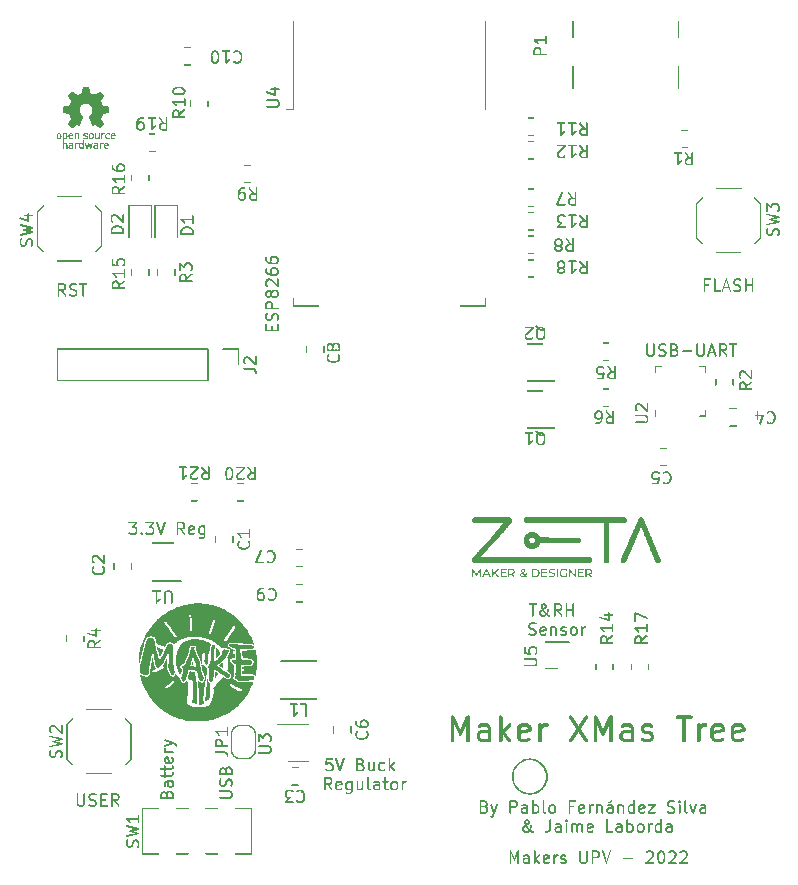
<source format=gto>
%MOIN*%
%OFA0B0*%
%FSLAX36Y36*%
%IPPOS*%
%LPD*%
G36*
X002399802Y001436354D02*
G01*
X002399657Y001437267D01*
X002399237Y001438090D01*
X002398585Y001438744D01*
X002397761Y001439163D01*
X002396849Y001439307D01*
X002395937Y001439163D01*
X002395113Y001438744D01*
X002394460Y001438090D01*
X002394041Y001437267D01*
X002393897Y001436354D01*
X002394041Y001435442D01*
X002394460Y001434619D01*
X002395113Y001433966D01*
X002395937Y001433546D01*
X002396849Y001433402D01*
X002397761Y001433546D01*
X002398585Y001433966D01*
X002399237Y001434619D01*
X002399657Y001435442D01*
X002399802Y001436354D01*
G37*
G36*
X002399802Y001436354D02*
G01*
X002399657Y001437267D01*
X002399237Y001438090D01*
X002398585Y001438744D01*
X002397761Y001439163D01*
X002396849Y001439307D01*
X002387898Y001438603D01*
X002386985Y001438458D01*
X002386162Y001438039D01*
X002385509Y001437385D01*
X002385089Y001436563D01*
X002384945Y001435650D01*
X002385089Y001434737D01*
X002385509Y001433915D01*
X002386162Y001433261D01*
X002386985Y001432842D01*
X002387898Y001432697D01*
X002396849Y001433402D01*
X002397761Y001433546D01*
X002398585Y001433966D01*
X002399237Y001434619D01*
X002399657Y001435442D01*
X002399802Y001436354D01*
G37*
G36*
X002390851Y001435650D02*
G01*
X002390706Y001436563D01*
X002390287Y001437385D01*
X002389633Y001438039D01*
X002388809Y001438458D01*
X002387898Y001438603D01*
X002386985Y001438458D01*
X002378253Y001436361D01*
X002377431Y001435942D01*
X002376777Y001435290D01*
X002376358Y001434466D01*
X002376214Y001433554D01*
X002376358Y001432641D01*
X002376777Y001431818D01*
X002377431Y001431165D01*
X002378253Y001430746D01*
X002379167Y001430601D01*
X002380079Y001430746D01*
X002388809Y001432842D01*
X002389633Y001433261D01*
X002390287Y001433915D01*
X002390706Y001434737D01*
X002390851Y001435650D01*
G37*
G36*
X002382119Y001433554D02*
G01*
X002381975Y001434466D01*
X002381555Y001435290D01*
X002380901Y001435942D01*
X002380079Y001436361D01*
X002379167Y001436506D01*
X002378253Y001436361D01*
X002369958Y001432925D01*
X002369135Y001432506D01*
X002368482Y001431853D01*
X002368062Y001431030D01*
X002367918Y001430117D01*
X002368062Y001429205D01*
X002368482Y001428381D01*
X002369135Y001427729D01*
X002369958Y001427309D01*
X002370871Y001427165D01*
X002371783Y001427309D01*
X002380079Y001430746D01*
X002380901Y001431165D01*
X002381555Y001431818D01*
X002381975Y001432641D01*
X002382119Y001433554D01*
G37*
G36*
X002373824Y001430117D02*
G01*
X002373679Y001431030D01*
X002373260Y001431853D01*
X002372606Y001432506D01*
X002371783Y001432925D01*
X002370871Y001433070D01*
X002369958Y001432925D01*
X002369135Y001432506D01*
X002361479Y001427815D01*
X002360826Y001427161D01*
X002360407Y001426338D01*
X002360262Y001425426D01*
X002360407Y001424513D01*
X002360826Y001423691D01*
X002361479Y001423037D01*
X002362303Y001422618D01*
X002363215Y001422473D01*
X002364127Y001422618D01*
X002364951Y001423037D01*
X002372606Y001427729D01*
X002373260Y001428381D01*
X002373679Y001429205D01*
X002373824Y001430117D01*
G37*
G36*
X002366167Y001425426D02*
G01*
X002366023Y001426338D01*
X002365603Y001427161D01*
X002364951Y001427815D01*
X002364127Y001428235D01*
X002363215Y001428379D01*
X002362303Y001428235D01*
X002361479Y001427815D01*
X002354651Y001421983D01*
X002353998Y001421330D01*
X002353579Y001420507D01*
X002353434Y001419594D01*
X002353579Y001418682D01*
X002353998Y001417859D01*
X002354651Y001417206D01*
X002355474Y001416787D01*
X002356387Y001416642D01*
X002357299Y001416787D01*
X002358122Y001417206D01*
X002364951Y001423037D01*
X002365603Y001423691D01*
X002366023Y001424513D01*
X002366167Y001425426D01*
G37*
G36*
X002359340Y001419594D02*
G01*
X002359194Y001420507D01*
X002358776Y001421330D01*
X002358122Y001421983D01*
X002357299Y001422402D01*
X002356387Y001422547D01*
X002355474Y001422402D01*
X002354651Y001421983D01*
X002353998Y001421330D01*
X002348167Y001414502D01*
X002347746Y001413679D01*
X002347602Y001412766D01*
X002347746Y001411854D01*
X002348167Y001411030D01*
X002348820Y001410378D01*
X002349643Y001409959D01*
X002350555Y001409814D01*
X002351468Y001409959D01*
X002352291Y001410378D01*
X002352944Y001411030D01*
X002358776Y001417859D01*
X002359194Y001418682D01*
X002359340Y001419594D01*
G37*
G36*
X002353508Y001412766D02*
G01*
X002353363Y001413679D01*
X002352944Y001414502D01*
X002352291Y001415155D01*
X002351468Y001415575D01*
X002350555Y001415720D01*
X002349643Y001415575D01*
X002348820Y001415155D01*
X002348167Y001414502D01*
X002343475Y001406846D01*
X002343056Y001406023D01*
X002342911Y001405111D01*
X002343056Y001404198D01*
X002343475Y001403375D01*
X002344128Y001402722D01*
X002344951Y001402303D01*
X002345864Y001402157D01*
X002346776Y001402303D01*
X002347599Y001402722D01*
X002348252Y001403375D01*
X002352944Y001411030D01*
X002353363Y001411854D01*
X002353508Y001412766D01*
G37*
G36*
X002348817Y001405111D02*
G01*
X002348672Y001406023D01*
X002348252Y001406846D01*
X002347599Y001407499D01*
X002346776Y001407918D01*
X002345864Y001408063D01*
X002344951Y001407918D01*
X002344128Y001407499D01*
X002343475Y001406846D01*
X002343056Y001406023D01*
X002339620Y001397728D01*
X002339475Y001396815D01*
X002339620Y001395903D01*
X002340039Y001395079D01*
X002340692Y001394426D01*
X002341515Y001394006D01*
X002342427Y001393862D01*
X002343340Y001394006D01*
X002344163Y001394426D01*
X002344816Y001395079D01*
X002345236Y001395903D01*
X002348672Y001404198D01*
X002348817Y001405111D01*
G37*
G36*
X002345381Y001396815D02*
G01*
X002345236Y001397728D01*
X002344816Y001398550D01*
X002344163Y001399204D01*
X002343340Y001399623D01*
X002342427Y001399768D01*
X002341515Y001399623D01*
X002340692Y001399204D01*
X002340039Y001398550D01*
X002339620Y001397728D01*
X002337524Y001388996D01*
X002337379Y001388084D01*
X002337524Y001387172D01*
X002337943Y001386348D01*
X002338596Y001385695D01*
X002339419Y001385275D01*
X002340332Y001385131D01*
X002341244Y001385275D01*
X002342067Y001385695D01*
X002342720Y001386348D01*
X002343139Y001387172D01*
X002345236Y001395903D01*
X002345381Y001396815D01*
G37*
G36*
X002343284Y001388084D02*
G01*
X002343139Y001388996D01*
X002342720Y001389820D01*
X002342067Y001390472D01*
X002341244Y001390892D01*
X002340332Y001391036D01*
X002339419Y001390892D01*
X002338596Y001390472D01*
X002337943Y001389820D01*
X002337524Y001388996D01*
X002337379Y001388084D01*
X002336674Y001379132D01*
X002336818Y001378220D01*
X002337237Y001377396D01*
X002337891Y001376744D01*
X002338715Y001376324D01*
X002339627Y001376180D01*
X002340539Y001376324D01*
X002341362Y001376744D01*
X002342016Y001377396D01*
X002342435Y001378220D01*
X002342579Y001379132D01*
X002343284Y001388084D01*
G37*
G36*
X002343284Y001370180D02*
G01*
X002342579Y001379132D01*
X002342435Y001380044D01*
X002342016Y001380868D01*
X002341362Y001381521D01*
X002340539Y001381940D01*
X002339627Y001382085D01*
X002338715Y001381940D01*
X002337891Y001381521D01*
X002337237Y001380868D01*
X002336818Y001380044D01*
X002336674Y001379132D01*
X002337379Y001370180D01*
X002337524Y001369268D01*
X002337943Y001368444D01*
X002338596Y001367792D01*
X002339419Y001367373D01*
X002340332Y001367228D01*
X002341244Y001367373D01*
X002342067Y001367792D01*
X002342720Y001368444D01*
X002343139Y001369268D01*
X002343284Y001370180D01*
G37*
G36*
X002345381Y001361449D02*
G01*
X002345236Y001362361D01*
X002343139Y001371093D01*
X002342720Y001371916D01*
X002342067Y001372569D01*
X002341244Y001372989D01*
X002340332Y001373134D01*
X002339419Y001372989D01*
X002338596Y001372569D01*
X002337943Y001371916D01*
X002337524Y001371093D01*
X002337379Y001370180D01*
X002337524Y001369268D01*
X002339620Y001360537D01*
X002340039Y001359714D01*
X002340692Y001359061D01*
X002341515Y001358641D01*
X002342427Y001358497D01*
X002343340Y001358641D01*
X002344163Y001359061D01*
X002344816Y001359714D01*
X002345236Y001360537D01*
X002345381Y001361449D01*
G37*
G36*
X002348817Y001353154D02*
G01*
X002348672Y001354066D01*
X002345236Y001362361D01*
X002344816Y001363185D01*
X002344163Y001363839D01*
X002343340Y001364258D01*
X002342427Y001364403D01*
X002341515Y001364258D01*
X002340692Y001363839D01*
X002340039Y001363185D01*
X002339620Y001362361D01*
X002339475Y001361449D01*
X002339620Y001360537D01*
X002343056Y001352241D01*
X002343475Y001351418D01*
X002344128Y001350765D01*
X002344951Y001350346D01*
X002345864Y001350202D01*
X002346776Y001350346D01*
X002347599Y001350765D01*
X002348252Y001351418D01*
X002348672Y001352241D01*
X002348817Y001353154D01*
G37*
G36*
X002353508Y001345498D02*
G01*
X002353363Y001346411D01*
X002352944Y001347234D01*
X002348252Y001354890D01*
X002347599Y001355542D01*
X002346776Y001355961D01*
X002345864Y001356107D01*
X002344951Y001355961D01*
X002344128Y001355542D01*
X002343475Y001354890D01*
X002343056Y001354066D01*
X002342911Y001353154D01*
X002343056Y001352241D01*
X002343475Y001351418D01*
X002348167Y001343762D01*
X002348820Y001343109D01*
X002349643Y001342689D01*
X002350555Y001342544D01*
X002351468Y001342689D01*
X002352291Y001343109D01*
X002352944Y001343762D01*
X002353363Y001344586D01*
X002353508Y001345498D01*
G37*
G36*
X002359340Y001338670D02*
G01*
X002359194Y001339582D01*
X002358776Y001340406D01*
X002352944Y001347234D01*
X002352291Y001347887D01*
X002351468Y001348306D01*
X002350555Y001348450D01*
X002349643Y001348306D01*
X002348820Y001347887D01*
X002348167Y001347234D01*
X002347746Y001346411D01*
X002347602Y001345498D01*
X002347746Y001344586D01*
X002348167Y001343762D01*
X002353998Y001336934D01*
X002354651Y001336281D01*
X002355474Y001335862D01*
X002356387Y001335717D01*
X002357299Y001335862D01*
X002358122Y001336281D01*
X002358776Y001336934D01*
X002359194Y001337758D01*
X002359340Y001338670D01*
G37*
G36*
X002366167Y001332839D02*
G01*
X002366023Y001333751D01*
X002365603Y001334574D01*
X002364951Y001335227D01*
X002358122Y001341058D01*
X002357299Y001341478D01*
X002356387Y001341622D01*
X002355474Y001341478D01*
X002354651Y001341058D01*
X002353998Y001340406D01*
X002353579Y001339582D01*
X002353434Y001338670D01*
X002353579Y001337758D01*
X002353998Y001336934D01*
X002354651Y001336281D01*
X002361479Y001330449D01*
X002362303Y001330030D01*
X002363215Y001329885D01*
X002364127Y001330030D01*
X002364951Y001330449D01*
X002365603Y001331103D01*
X002366023Y001331926D01*
X002366167Y001332839D01*
G37*
G36*
X002373824Y001328147D02*
G01*
X002373679Y001329059D01*
X002373260Y001329883D01*
X002372606Y001330535D01*
X002364951Y001335227D01*
X002364127Y001335647D01*
X002363215Y001335791D01*
X002362303Y001335647D01*
X002361479Y001335227D01*
X002360826Y001334574D01*
X002360407Y001333751D01*
X002360262Y001332839D01*
X002360407Y001331926D01*
X002360826Y001331103D01*
X002361479Y001330449D01*
X002369135Y001325758D01*
X002369958Y001325339D01*
X002370871Y001325195D01*
X002371783Y001325339D01*
X002372606Y001325758D01*
X002373260Y001326411D01*
X002373679Y001327235D01*
X002373824Y001328147D01*
G37*
G36*
X002382119Y001324711D02*
G01*
X002381975Y001325623D01*
X002381555Y001326446D01*
X002380901Y001327099D01*
X002380079Y001327518D01*
X002371783Y001330955D01*
X002370871Y001331099D01*
X002369958Y001330955D01*
X002369135Y001330535D01*
X002368482Y001329883D01*
X002368062Y001329059D01*
X002367918Y001328147D01*
X002368062Y001327235D01*
X002368482Y001326411D01*
X002369135Y001325758D01*
X002369958Y001325339D01*
X002378253Y001321903D01*
X002379167Y001321758D01*
X002380079Y001321903D01*
X002380901Y001322322D01*
X002381555Y001322975D01*
X002381975Y001323798D01*
X002382119Y001324711D01*
G37*
G36*
X002390851Y001322615D02*
G01*
X002390706Y001323527D01*
X002390287Y001324350D01*
X002389633Y001325003D01*
X002388809Y001325423D01*
X002380079Y001327518D01*
X002379167Y001327663D01*
X002378253Y001327518D01*
X002377431Y001327099D01*
X002376777Y001326446D01*
X002376358Y001325623D01*
X002376214Y001324711D01*
X002376358Y001323798D01*
X002376777Y001322975D01*
X002377431Y001322322D01*
X002378253Y001321903D01*
X002386985Y001319806D01*
X002387898Y001319661D01*
X002388809Y001319806D01*
X002389633Y001320225D01*
X002390287Y001320879D01*
X002390706Y001321702D01*
X002390851Y001322615D01*
G37*
G36*
X002399802Y001321910D02*
G01*
X002399657Y001322823D01*
X002399237Y001323645D01*
X002398585Y001324299D01*
X002397761Y001324718D01*
X002396849Y001324863D01*
X002387898Y001325567D01*
X002386985Y001325423D01*
X002386162Y001325003D01*
X002385509Y001324350D01*
X002385089Y001323527D01*
X002384945Y001322615D01*
X002385089Y001321702D01*
X002385509Y001320879D01*
X002386162Y001320225D01*
X002386985Y001319806D01*
X002387898Y001319661D01*
X002396849Y001318957D01*
X002397761Y001319102D01*
X002398585Y001319521D01*
X002399237Y001320175D01*
X002399657Y001320997D01*
X002399802Y001321910D01*
G37*
G36*
X002408753Y001322615D02*
G01*
X002408609Y001323527D01*
X002408189Y001324350D01*
X002407536Y001325003D01*
X002406713Y001325423D01*
X002405801Y001325567D01*
X002396849Y001324863D01*
X002395937Y001324718D01*
X002395113Y001324299D01*
X002394460Y001323645D01*
X002394041Y001322823D01*
X002393897Y001321910D01*
X002394041Y001320997D01*
X002394460Y001320175D01*
X002395113Y001319521D01*
X002395937Y001319102D01*
X002396849Y001318957D01*
X002405801Y001319661D01*
X002406713Y001319806D01*
X002407536Y001320225D01*
X002408189Y001320879D01*
X002408609Y001321702D01*
X002408753Y001322615D01*
G37*
G36*
X002417484Y001324711D02*
G01*
X002417340Y001325623D01*
X002416920Y001326446D01*
X002416268Y001327099D01*
X002415444Y001327518D01*
X002414532Y001327663D01*
X002413620Y001327518D01*
X002404888Y001325423D01*
X002404065Y001325003D01*
X002403412Y001324350D01*
X002402992Y001323527D01*
X002402847Y001322615D01*
X002402992Y001321702D01*
X002403412Y001320879D01*
X002404065Y001320225D01*
X002404888Y001319806D01*
X002405801Y001319661D01*
X002406713Y001319806D01*
X002415444Y001321903D01*
X002416268Y001322322D01*
X002416920Y001322975D01*
X002417340Y001323798D01*
X002417484Y001324711D01*
G37*
G36*
X002425780Y001328147D02*
G01*
X002425635Y001329059D01*
X002425216Y001329883D01*
X002424563Y001330535D01*
X002423740Y001330955D01*
X002422827Y001331099D01*
X002421915Y001330955D01*
X002413620Y001327518D01*
X002412796Y001327099D01*
X002412143Y001326446D01*
X002411723Y001325623D01*
X002411578Y001324711D01*
X002411723Y001323798D01*
X002412143Y001322975D01*
X002412796Y001322322D01*
X002413620Y001321903D01*
X002414532Y001321758D01*
X002415444Y001321903D01*
X002423740Y001325339D01*
X002424563Y001325758D01*
X002425216Y001326411D01*
X002425635Y001327235D01*
X002425780Y001328147D01*
G37*
G36*
X002433436Y001332839D02*
G01*
X002433292Y001333751D01*
X002432872Y001334574D01*
X002432219Y001335227D01*
X002431395Y001335647D01*
X002430483Y001335791D01*
X002429571Y001335647D01*
X002428748Y001335227D01*
X002421092Y001330535D01*
X002420439Y001329883D01*
X002420020Y001329059D01*
X002419875Y001328147D01*
X002420020Y001327235D01*
X002420439Y001326411D01*
X002421092Y001325758D01*
X002421915Y001325339D01*
X002422827Y001325195D01*
X002423740Y001325339D01*
X002424563Y001325758D01*
X002432219Y001330449D01*
X002432872Y001331103D01*
X002433292Y001331926D01*
X002433436Y001332839D01*
G37*
G36*
X002440264Y001338670D02*
G01*
X002440119Y001339582D01*
X002439699Y001340406D01*
X002439047Y001341058D01*
X002438223Y001341478D01*
X002437311Y001341622D01*
X002436399Y001341478D01*
X002435575Y001341058D01*
X002428748Y001335227D01*
X002428094Y001334574D01*
X002427675Y001333751D01*
X002427531Y001332839D01*
X002427675Y001331926D01*
X002428094Y001331103D01*
X002428748Y001330449D01*
X002429571Y001330030D01*
X002430483Y001329885D01*
X002431395Y001330030D01*
X002432219Y001330449D01*
X002439047Y001336281D01*
X002439699Y001336934D01*
X002440119Y001337758D01*
X002440264Y001338670D01*
G37*
G36*
X002446096Y001345498D02*
G01*
X002445951Y001346411D01*
X002445532Y001347234D01*
X002444878Y001347887D01*
X002444055Y001348306D01*
X002443143Y001348450D01*
X002442230Y001348306D01*
X002441407Y001347887D01*
X002440754Y001347234D01*
X002434923Y001340406D01*
X002434503Y001339582D01*
X002434359Y001338670D01*
X002434503Y001337758D01*
X002434923Y001336934D01*
X002435575Y001336281D01*
X002436399Y001335862D01*
X002437311Y001335717D01*
X002438223Y001335862D01*
X002439047Y001336281D01*
X002439699Y001336934D01*
X002445532Y001343762D01*
X002445951Y001344586D01*
X002446096Y001345498D01*
G37*
G36*
X002450787Y001353154D02*
G01*
X002450643Y001354066D01*
X002450224Y001354890D01*
X002449570Y001355542D01*
X002448746Y001355961D01*
X002447834Y001356107D01*
X002446922Y001355961D01*
X002446099Y001355542D01*
X002445446Y001354890D01*
X002440754Y001347234D01*
X002440334Y001346411D01*
X002440190Y001345498D01*
X002440334Y001344586D01*
X002440754Y001343762D01*
X002441407Y001343109D01*
X002442230Y001342689D01*
X002443143Y001342544D01*
X002444055Y001342689D01*
X002444878Y001343109D01*
X002445532Y001343762D01*
X002450224Y001351418D01*
X002450643Y001352241D01*
X002450787Y001353154D01*
G37*
G36*
X002454224Y001361449D02*
G01*
X002454079Y001362361D01*
X002453660Y001363185D01*
X002453006Y001363839D01*
X002452183Y001364258D01*
X002451270Y001364403D01*
X002450358Y001364258D01*
X002449535Y001363839D01*
X002448882Y001363185D01*
X002448462Y001362361D01*
X002445026Y001354066D01*
X002444882Y001353154D01*
X002445026Y001352241D01*
X002445446Y001351418D01*
X002446099Y001350765D01*
X002446922Y001350346D01*
X002447834Y001350202D01*
X002448746Y001350346D01*
X002449570Y001350765D01*
X002450224Y001351418D01*
X002450643Y001352241D01*
X002454079Y001360537D01*
X002454224Y001361449D01*
G37*
G36*
X002456320Y001370180D02*
G01*
X002456175Y001371093D01*
X002455756Y001371916D01*
X002455102Y001372569D01*
X002454279Y001372989D01*
X002453366Y001373134D01*
X002452455Y001372989D01*
X002451631Y001372569D01*
X002450977Y001371916D01*
X002450558Y001371093D01*
X002448462Y001362361D01*
X002448318Y001361449D01*
X002448462Y001360537D01*
X002448882Y001359714D01*
X002449535Y001359061D01*
X002450358Y001358641D01*
X002451270Y001358497D01*
X002452183Y001358641D01*
X002453006Y001359061D01*
X002453660Y001359714D01*
X002454079Y001360537D01*
X002456175Y001369268D01*
X002456320Y001370180D01*
G37*
G36*
X002457024Y001379132D02*
G01*
X002456879Y001380044D01*
X002456460Y001380868D01*
X002455807Y001381521D01*
X002454984Y001381940D01*
X002454072Y001382085D01*
X002453158Y001381940D01*
X002452336Y001381521D01*
X002451682Y001380868D01*
X002451263Y001380044D01*
X002451118Y001379132D01*
X002450414Y001370180D01*
X002450558Y001369268D01*
X002450977Y001368444D01*
X002451631Y001367792D01*
X002452455Y001367373D01*
X002453366Y001367228D01*
X002454279Y001367373D01*
X002455102Y001367792D01*
X002455756Y001368444D01*
X002456175Y001369268D01*
X002456320Y001370180D01*
X002457024Y001379132D01*
G37*
G36*
X002457024Y001379132D02*
G01*
X002456320Y001388084D01*
X002456175Y001388996D01*
X002455756Y001389820D01*
X002455102Y001390472D01*
X002454279Y001390892D01*
X002453366Y001391036D01*
X002452455Y001390892D01*
X002451631Y001390472D01*
X002450977Y001389820D01*
X002450558Y001388996D01*
X002450414Y001388084D01*
X002451118Y001379132D01*
X002451263Y001378220D01*
X002451682Y001377396D01*
X002452336Y001376744D01*
X002453158Y001376324D01*
X002454072Y001376180D01*
X002454984Y001376324D01*
X002455807Y001376744D01*
X002456460Y001377396D01*
X002456879Y001378220D01*
X002457024Y001379132D01*
G37*
G36*
X002456320Y001388084D02*
G01*
X002456175Y001388996D01*
X002454079Y001397728D01*
X002453660Y001398550D01*
X002453006Y001399204D01*
X002452183Y001399623D01*
X002451270Y001399768D01*
X002450358Y001399623D01*
X002449535Y001399204D01*
X002448882Y001398550D01*
X002448462Y001397728D01*
X002448318Y001396815D01*
X002448462Y001395903D01*
X002450558Y001387172D01*
X002450977Y001386348D01*
X002451631Y001385695D01*
X002452455Y001385275D01*
X002453366Y001385131D01*
X002454279Y001385275D01*
X002455102Y001385695D01*
X002455756Y001386348D01*
X002456175Y001387172D01*
X002456320Y001388084D01*
G37*
G36*
X002454224Y001396815D02*
G01*
X002454079Y001397728D01*
X002450643Y001406023D01*
X002450224Y001406846D01*
X002449570Y001407499D01*
X002448746Y001407918D01*
X002447834Y001408063D01*
X002446922Y001407918D01*
X002446099Y001407499D01*
X002445446Y001406846D01*
X002445026Y001406023D01*
X002444882Y001405111D01*
X002445026Y001404198D01*
X002448462Y001395903D01*
X002448882Y001395079D01*
X002449535Y001394426D01*
X002450358Y001394006D01*
X002451270Y001393862D01*
X002452183Y001394006D01*
X002453006Y001394426D01*
X002453660Y001395079D01*
X002454079Y001395903D01*
X002454224Y001396815D01*
G37*
G36*
X002450787Y001405111D02*
G01*
X002450643Y001406023D01*
X002450224Y001406846D01*
X002445532Y001414502D01*
X002444878Y001415155D01*
X002444055Y001415575D01*
X002443143Y001415720D01*
X002442230Y001415575D01*
X002441407Y001415155D01*
X002440754Y001414502D01*
X002440334Y001413679D01*
X002440190Y001412766D01*
X002440334Y001411854D01*
X002440754Y001411030D01*
X002445446Y001403375D01*
X002446099Y001402722D01*
X002446922Y001402303D01*
X002447834Y001402157D01*
X002448746Y001402303D01*
X002449570Y001402722D01*
X002450224Y001403375D01*
X002450643Y001404198D01*
X002450787Y001405111D01*
G37*
G36*
X002446096Y001412766D02*
G01*
X002445951Y001413679D01*
X002445532Y001414502D01*
X002439699Y001421330D01*
X002439047Y001421983D01*
X002438223Y001422402D01*
X002437311Y001422547D01*
X002436399Y001422402D01*
X002435575Y001421983D01*
X002434923Y001421330D01*
X002434503Y001420507D01*
X002434359Y001419594D01*
X002434503Y001418682D01*
X002434923Y001417859D01*
X002440754Y001411030D01*
X002441407Y001410378D01*
X002442230Y001409959D01*
X002443143Y001409814D01*
X002444055Y001409959D01*
X002444878Y001410378D01*
X002445532Y001411030D01*
X002445951Y001411854D01*
X002446096Y001412766D01*
G37*
G36*
X002440264Y001419594D02*
G01*
X002440119Y001420507D01*
X002439699Y001421330D01*
X002439047Y001421983D01*
X002432219Y001427815D01*
X002431395Y001428235D01*
X002430483Y001428379D01*
X002429571Y001428235D01*
X002428748Y001427815D01*
X002428094Y001427161D01*
X002427675Y001426338D01*
X002427531Y001425426D01*
X002427675Y001424513D01*
X002428094Y001423691D01*
X002428748Y001423037D01*
X002435575Y001417206D01*
X002436399Y001416787D01*
X002437311Y001416642D01*
X002438223Y001416787D01*
X002439047Y001417206D01*
X002439699Y001417859D01*
X002440119Y001418682D01*
X002440264Y001419594D01*
G37*
G36*
X002433436Y001425426D02*
G01*
X002433292Y001426338D01*
X002432872Y001427161D01*
X002432219Y001427815D01*
X002424563Y001432506D01*
X002423740Y001432925D01*
X002422827Y001433070D01*
X002421915Y001432925D01*
X002421092Y001432506D01*
X002420439Y001431853D01*
X002420020Y001431030D01*
X002419875Y001430117D01*
X002420020Y001429205D01*
X002420439Y001428381D01*
X002421092Y001427729D01*
X002428748Y001423037D01*
X002429571Y001422618D01*
X002430483Y001422473D01*
X002431395Y001422618D01*
X002432219Y001423037D01*
X002432872Y001423691D01*
X002433292Y001424513D01*
X002433436Y001425426D01*
G37*
G36*
X002425780Y001430117D02*
G01*
X002425635Y001431030D01*
X002425216Y001431853D01*
X002424563Y001432506D01*
X002423740Y001432925D01*
X002415444Y001436361D01*
X002414532Y001436506D01*
X002413620Y001436361D01*
X002412796Y001435942D01*
X002412143Y001435290D01*
X002411723Y001434466D01*
X002411578Y001433554D01*
X002411723Y001432641D01*
X002412143Y001431818D01*
X002412796Y001431165D01*
X002413620Y001430746D01*
X002421915Y001427309D01*
X002422827Y001427165D01*
X002423740Y001427309D01*
X002424563Y001427729D01*
X002425216Y001428381D01*
X002425635Y001429205D01*
X002425780Y001430117D01*
G37*
G36*
X002417484Y001433554D02*
G01*
X002417340Y001434466D01*
X002416920Y001435290D01*
X002416268Y001435942D01*
X002415444Y001436361D01*
X002406713Y001438458D01*
X002405801Y001438603D01*
X002404888Y001438458D01*
X002404065Y001438039D01*
X002403412Y001437385D01*
X002402992Y001436563D01*
X002402847Y001435650D01*
X002402992Y001434737D01*
X002403412Y001433915D01*
X002404065Y001433261D01*
X002404888Y001432842D01*
X002413620Y001430746D01*
X002414532Y001430601D01*
X002415444Y001430746D01*
X002416268Y001431165D01*
X002416920Y001431818D01*
X002417340Y001432641D01*
X002417484Y001433554D01*
G37*
G36*
X002408753Y001435650D02*
G01*
X002408609Y001436563D01*
X002408189Y001437385D01*
X002407536Y001438039D01*
X002406713Y001438458D01*
X002405801Y001438603D01*
X002396849Y001439307D01*
X002395937Y001439163D01*
X002395113Y001438744D01*
X002394460Y001438090D01*
X002394041Y001437267D01*
X002393897Y001436354D01*
X002394041Y001435442D01*
X002394460Y001434619D01*
X002395113Y001433966D01*
X002395937Y001433546D01*
X002396849Y001433402D01*
X002405801Y001432697D01*
X002406713Y001432842D01*
X002407536Y001433261D01*
X002408189Y001433915D01*
X002408609Y001434737D01*
X002408753Y001435650D01*
G37*
G36*
X002420743Y001954039D02*
G01*
X002420599Y001954951D01*
X002420179Y001955774D01*
X002419525Y001956427D01*
X002418703Y001956847D01*
X002417791Y001956991D01*
X002395293Y001956991D01*
X002394381Y001956847D01*
X002393557Y001956427D01*
X002392904Y001955774D01*
X002392485Y001954951D01*
X002392340Y001954039D01*
X002392485Y001953126D01*
X002392904Y001952303D01*
X002393557Y001951650D01*
X002394381Y001951230D01*
X002395293Y001951086D01*
X002417791Y001951086D01*
X002418703Y001951230D01*
X002419525Y001951650D01*
X002420179Y001952303D01*
X002420599Y001953126D01*
X002420743Y001954039D01*
G37*
G36*
X002409494Y001954039D02*
G01*
X002409350Y001954951D01*
X002408930Y001955774D01*
X002408278Y001956427D01*
X002407454Y001956847D01*
X002406542Y001956991D01*
X002405629Y001956847D01*
X002404806Y001956427D01*
X002404153Y001955774D01*
X002403734Y001954951D01*
X002403589Y001954039D01*
X002403589Y001914668D01*
X002403734Y001913756D01*
X002404153Y001912933D01*
X002404806Y001912279D01*
X002405629Y001911860D01*
X002406542Y001911715D01*
X002407454Y001911860D01*
X002408278Y001912279D01*
X002408930Y001912933D01*
X002409350Y001913756D01*
X002409494Y001914668D01*
X002409494Y001954039D01*
G37*
G36*
X002465738Y001914668D02*
G01*
X002465593Y001915581D01*
X002465174Y001916404D01*
X002464520Y001917057D01*
X002463696Y001917477D01*
X002462785Y001917621D01*
X002460910Y001917621D01*
X002459998Y001917477D01*
X002459174Y001917057D01*
X002458520Y001916404D01*
X002458101Y001915581D01*
X002457957Y001914668D01*
X002458101Y001913756D01*
X002458520Y001912933D01*
X002459174Y001912279D01*
X002459998Y001911860D01*
X002460910Y001911715D01*
X002462785Y001911715D01*
X002463696Y001911860D01*
X002464520Y001912279D01*
X002465174Y001912933D01*
X002465593Y001913756D01*
X002465738Y001914668D01*
G37*
G36*
X002463862Y001914668D02*
G01*
X002463718Y001915581D01*
X002463299Y001916404D01*
X002462646Y001917057D01*
X002461822Y001917477D01*
X002458073Y001919351D01*
X002457161Y001919496D01*
X002456247Y001919351D01*
X002455425Y001918932D01*
X002454771Y001918279D01*
X002454352Y001917455D01*
X002454207Y001916543D01*
X002454352Y001915631D01*
X002454771Y001914807D01*
X002455425Y001914155D01*
X002456247Y001913735D01*
X002459998Y001911860D01*
X002460910Y001911715D01*
X002461822Y001911860D01*
X002462646Y001912279D01*
X002463299Y001912933D01*
X002463718Y001913756D01*
X002463862Y001914668D01*
G37*
G36*
X002460113Y001916543D02*
G01*
X002459969Y001917455D01*
X002459549Y001918279D01*
X002458896Y001918932D01*
X002453272Y001924557D01*
X002452449Y001924975D01*
X002451536Y001925120D01*
X002450624Y001924975D01*
X002449801Y001924557D01*
X002449147Y001923903D01*
X002448727Y001923080D01*
X002448583Y001922167D01*
X002448727Y001921255D01*
X002449147Y001920431D01*
X002449801Y001919779D01*
X002454771Y001914808D01*
X002454771Y001914807D01*
X002455425Y001914155D01*
X002456247Y001913735D01*
X002457161Y001913591D01*
X002458073Y001913735D01*
X002458896Y001914155D01*
X002459549Y001914807D01*
X002459969Y001915631D01*
X002460113Y001916543D01*
G37*
G36*
X002454489Y001922167D02*
G01*
X002454344Y001923080D01*
X002453925Y001923903D01*
X002444551Y001935152D01*
X002443897Y001935804D01*
X002443075Y001936224D01*
X002442163Y001936369D01*
X002441249Y001936224D01*
X002440427Y001935804D01*
X002439773Y001935152D01*
X002439353Y001934328D01*
X002439209Y001933416D01*
X002439353Y001932504D01*
X002439773Y001931680D01*
X002449147Y001920431D01*
X002449801Y001919779D01*
X002450624Y001919359D01*
X002451536Y001919215D01*
X002452449Y001919359D01*
X002453272Y001919779D01*
X002453925Y001920431D01*
X002454344Y001921255D01*
X002454489Y001922167D01*
G37*
G36*
X002445115Y001933416D02*
G01*
X002444970Y001934328D01*
X002444551Y001935152D01*
X002440802Y001940776D01*
X002440148Y001941430D01*
X002439326Y001941848D01*
X002438412Y001941993D01*
X002437500Y001941848D01*
X002436677Y001941430D01*
X002436024Y001940776D01*
X002435604Y001939953D01*
X002435460Y001939041D01*
X002435604Y001938128D01*
X002436024Y001937305D01*
X002439773Y001931680D01*
X002440427Y001931027D01*
X002441249Y001930608D01*
X002442163Y001930463D01*
X002443075Y001930608D01*
X002443897Y001931027D01*
X002444551Y001931680D01*
X002444970Y001932504D01*
X002445115Y001933416D01*
G37*
G36*
X002441366Y001939041D02*
G01*
X002441221Y001939953D01*
X002439346Y001945577D01*
X002438927Y001946400D01*
X002438273Y001947053D01*
X002437451Y001947473D01*
X002436538Y001947617D01*
X002435625Y001947473D01*
X002434802Y001947053D01*
X002434149Y001946400D01*
X002433729Y001945577D01*
X002433585Y001944665D01*
X002433729Y001943752D01*
X002435604Y001938128D01*
X002436024Y001937305D01*
X002436677Y001936651D01*
X002437500Y001936232D01*
X002438412Y001936088D01*
X002439326Y001936232D01*
X002440148Y001936651D01*
X002440802Y001937305D01*
X002441221Y001938128D01*
X002441366Y001939041D01*
G37*
G36*
X002439490Y001948415D02*
G01*
X002439346Y001949326D01*
X002438927Y001950150D01*
X002438273Y001950803D01*
X002437451Y001951223D01*
X002436538Y001951367D01*
X002435625Y001951223D01*
X002434802Y001950803D01*
X002434149Y001950150D01*
X002433729Y001949326D01*
X002433585Y001948415D01*
X002433585Y001944665D01*
X002433729Y001943752D01*
X002434149Y001942929D01*
X002434802Y001942276D01*
X002435625Y001941857D01*
X002436538Y001941711D01*
X002437451Y001941857D01*
X002438273Y001942276D01*
X002438927Y001942929D01*
X002439346Y001943752D01*
X002439490Y001944665D01*
X002439490Y001948415D01*
G37*
G36*
X002441366Y001952164D02*
G01*
X002441221Y001953076D01*
X002440802Y001953899D01*
X002440148Y001954553D01*
X002439326Y001954972D01*
X002438412Y001955117D01*
X002437500Y001954972D01*
X002436677Y001954553D01*
X002436024Y001953899D01*
X002435604Y001953076D01*
X002433729Y001949326D01*
X002433585Y001948415D01*
X002433729Y001947502D01*
X002434149Y001946678D01*
X002434802Y001946025D01*
X002435625Y001945606D01*
X002436538Y001945462D01*
X002437451Y001945606D01*
X002438273Y001946025D01*
X002438927Y001946678D01*
X002439346Y001947502D01*
X002441221Y001951251D01*
X002441366Y001952164D01*
G37*
G36*
X002445115Y001954039D02*
G01*
X002444970Y001954951D01*
X002444551Y001955774D01*
X002443897Y001956427D01*
X002443075Y001956847D01*
X002442163Y001956991D01*
X002441249Y001956847D01*
X002437500Y001954972D01*
X002436677Y001954553D01*
X002436024Y001953899D01*
X002435604Y001953076D01*
X002435460Y001952164D01*
X002435604Y001951251D01*
X002436024Y001950428D01*
X002436677Y001949775D01*
X002437500Y001949356D01*
X002438412Y001949211D01*
X002439326Y001949356D01*
X002443075Y001951230D01*
X002443897Y001951650D01*
X002444551Y001952303D01*
X002444970Y001953126D01*
X002445115Y001954039D01*
G37*
G36*
X002446990Y001954039D02*
G01*
X002446846Y001954951D01*
X002446425Y001955774D01*
X002445773Y001956427D01*
X002444949Y001956847D01*
X002444037Y001956991D01*
X002442163Y001956991D01*
X002441249Y001956847D01*
X002440427Y001956427D01*
X002439773Y001955774D01*
X002439353Y001954951D01*
X002439209Y001954039D01*
X002439353Y001953126D01*
X002439773Y001952303D01*
X002440427Y001951650D01*
X002441249Y001951230D01*
X002442163Y001951086D01*
X002444037Y001951086D01*
X002444949Y001951230D01*
X002445773Y001951650D01*
X002446425Y001952303D01*
X002446846Y001953126D01*
X002446990Y001954039D01*
G37*
G36*
X002450739Y001952164D02*
G01*
X002450595Y001953076D01*
X002450175Y001953899D01*
X002449522Y001954553D01*
X002448699Y001954972D01*
X002444949Y001956847D01*
X002444037Y001956991D01*
X002443124Y001956847D01*
X002442301Y001956427D01*
X002441648Y001955774D01*
X002441229Y001954951D01*
X002441084Y001954039D01*
X002441229Y001953126D01*
X002441648Y001952303D01*
X002442301Y001951650D01*
X002443124Y001951230D01*
X002446874Y001949356D01*
X002447786Y001949211D01*
X002448699Y001949356D01*
X002449522Y001949775D01*
X002450175Y001950428D01*
X002450595Y001951251D01*
X002450739Y001952164D01*
G37*
G36*
X002452613Y001948415D02*
G01*
X002452469Y001949326D01*
X002450595Y001953076D01*
X002450175Y001953899D01*
X002449522Y001954553D01*
X002448699Y001954972D01*
X002447786Y001955117D01*
X002446874Y001954972D01*
X002446051Y001954553D01*
X002445398Y001953899D01*
X002444978Y001953076D01*
X002444834Y001952164D01*
X002444978Y001951251D01*
X002446853Y001947502D01*
X002447273Y001946678D01*
X002447925Y001946025D01*
X002448749Y001945606D01*
X002449661Y001945462D01*
X002450573Y001945606D01*
X002451397Y001946025D01*
X002452050Y001946678D01*
X002452469Y001947502D01*
X002452613Y001948415D01*
G37*
G36*
X002452613Y001948415D02*
G01*
X002452469Y001949326D01*
X002452050Y001950150D01*
X002451397Y001950803D01*
X002450573Y001951223D01*
X002449661Y001951367D01*
X002448749Y001951223D01*
X002447925Y001950803D01*
X002447273Y001950150D01*
X002446853Y001949326D01*
X002446709Y001948415D01*
X002446709Y001946539D01*
X002446853Y001945627D01*
X002447273Y001944804D01*
X002447925Y001944150D01*
X002448749Y001943731D01*
X002449661Y001943587D01*
X002450573Y001943731D01*
X002451397Y001944150D01*
X002452050Y001944804D01*
X002452469Y001945627D01*
X002452613Y001946539D01*
X002452613Y001948415D01*
G37*
G36*
X002452613Y001946539D02*
G01*
X002452469Y001947452D01*
X002452050Y001948275D01*
X002451397Y001948928D01*
X002450573Y001949348D01*
X002449661Y001949492D01*
X002448749Y001949348D01*
X002447925Y001948928D01*
X002447273Y001948275D01*
X002446853Y001947452D01*
X002444978Y001943703D01*
X002444834Y001942790D01*
X002444978Y001941877D01*
X002445398Y001941055D01*
X002446051Y001940401D01*
X002446874Y001939982D01*
X002447786Y001939837D01*
X002448699Y001939982D01*
X002449522Y001940401D01*
X002450175Y001941055D01*
X002450595Y001941877D01*
X002452469Y001945627D01*
X002452613Y001946539D01*
G37*
G36*
X002450739Y001942790D02*
G01*
X002450595Y001943703D01*
X002450175Y001944525D01*
X002449522Y001945179D01*
X002448699Y001945598D01*
X002447786Y001945743D01*
X002446874Y001945598D01*
X002446051Y001945179D01*
X002444176Y001943304D01*
X002443523Y001942650D01*
X002443104Y001941828D01*
X002442959Y001940915D01*
X002443104Y001940002D01*
X002443523Y001939180D01*
X002444176Y001938526D01*
X002445000Y001938107D01*
X002445912Y001937962D01*
X002446824Y001938107D01*
X002447648Y001938526D01*
X002449522Y001940401D01*
X002450175Y001941055D01*
X002450595Y001941877D01*
X002450739Y001942790D01*
G37*
G36*
X002448864Y001940915D02*
G01*
X002448720Y001941828D01*
X002448300Y001942650D01*
X002447648Y001943304D01*
X002446824Y001943723D01*
X002445912Y001943868D01*
X002445000Y001943723D01*
X002444176Y001943304D01*
X002432927Y001935804D01*
X002432274Y001935152D01*
X002431855Y001934328D01*
X002431711Y001933416D01*
X002431855Y001932504D01*
X002432274Y001931680D01*
X002432927Y001931027D01*
X002433751Y001930608D01*
X002434663Y001930463D01*
X002435575Y001930608D01*
X002436399Y001931027D01*
X002447648Y001938526D01*
X002448300Y001939180D01*
X002448720Y001940002D01*
X002448864Y001940915D01*
G37*
G36*
X002437615Y001933416D02*
G01*
X002437471Y001934328D01*
X002437052Y001935152D01*
X002436399Y001935804D01*
X002435575Y001936224D01*
X002434663Y001936369D01*
X002433751Y001936224D01*
X002432927Y001935804D01*
X002432274Y001935152D01*
X002430399Y001933277D01*
X002429980Y001932454D01*
X002429835Y001931541D01*
X002429980Y001930628D01*
X002430399Y001929806D01*
X002431053Y001929152D01*
X002431875Y001928733D01*
X002432788Y001928589D01*
X002433701Y001928733D01*
X002434524Y001929152D01*
X002437052Y001931680D01*
X002437471Y001932504D01*
X002437615Y001933416D01*
G37*
G36*
X002435741Y001931541D02*
G01*
X002435597Y001932454D01*
X002435177Y001933277D01*
X002434524Y001933930D01*
X002433701Y001934349D01*
X002432788Y001934494D01*
X002431875Y001934349D01*
X002431053Y001933930D01*
X002430399Y001933277D01*
X002429980Y001932454D01*
X002428105Y001928704D01*
X002427960Y001927792D01*
X002428105Y001926880D01*
X002428525Y001926056D01*
X002429178Y001925403D01*
X002430001Y001924984D01*
X002430914Y001924839D01*
X002431826Y001924984D01*
X002432650Y001925403D01*
X002433302Y001926056D01*
X002433722Y001926880D01*
X002435597Y001930628D01*
X002435741Y001931541D01*
G37*
G36*
X002433866Y001927792D02*
G01*
X002433722Y001928704D01*
X002433302Y001929527D01*
X002432650Y001930181D01*
X002431826Y001930600D01*
X002430914Y001930745D01*
X002430001Y001930600D01*
X002429178Y001930181D01*
X002428525Y001929527D01*
X002428105Y001928704D01*
X002427960Y001927792D01*
X002427960Y001922167D01*
X002428105Y001921255D01*
X002428525Y001920431D01*
X002429178Y001919779D01*
X002430001Y001919359D01*
X002430914Y001919215D01*
X002431826Y001919359D01*
X002432650Y001919779D01*
X002433302Y001920431D01*
X002433722Y001921255D01*
X002433866Y001922167D01*
X002433866Y001927792D01*
G37*
G36*
X002435741Y001918418D02*
G01*
X002435597Y001919330D01*
X002433722Y001923080D01*
X002433302Y001923903D01*
X002432650Y001924557D01*
X002431826Y001924975D01*
X002430914Y001925120D01*
X002430001Y001924975D01*
X002429178Y001924557D01*
X002428525Y001923903D01*
X002428105Y001923080D01*
X002427960Y001922167D01*
X002428105Y001921255D01*
X002429980Y001917506D01*
X002430399Y001916682D01*
X002431053Y001916030D01*
X002431875Y001915609D01*
X002432788Y001915465D01*
X002433701Y001915609D01*
X002434524Y001916030D01*
X002435177Y001916682D01*
X002435597Y001917506D01*
X002435741Y001918418D01*
G37*
G36*
X002437615Y001916543D02*
G01*
X002437471Y001917455D01*
X002437052Y001918279D01*
X002436399Y001918932D01*
X002435177Y001920153D01*
X002435177Y001920154D01*
X002434524Y001920807D01*
X002433701Y001921226D01*
X002432788Y001921370D01*
X002431875Y001921226D01*
X002431053Y001920807D01*
X002430399Y001920154D01*
X002429980Y001919330D01*
X002429835Y001918418D01*
X002429980Y001917506D01*
X002430399Y001916682D01*
X002432273Y001914808D01*
X002432274Y001914807D01*
X002432927Y001914155D01*
X002433751Y001913735D01*
X002434663Y001913591D01*
X002435575Y001913735D01*
X002436399Y001914155D01*
X002437052Y001914807D01*
X002437471Y001915631D01*
X002437615Y001916543D01*
G37*
G36*
X002441366Y001914668D02*
G01*
X002441221Y001915581D01*
X002440802Y001916404D01*
X002440148Y001917057D01*
X002439326Y001917477D01*
X002435575Y001919351D01*
X002434663Y001919496D01*
X002433751Y001919351D01*
X002432927Y001918932D01*
X002432274Y001918279D01*
X002431855Y001917455D01*
X002431711Y001916543D01*
X002431855Y001915631D01*
X002432274Y001914807D01*
X002432927Y001914155D01*
X002433751Y001913735D01*
X002437500Y001911860D01*
X002438412Y001911715D01*
X002439326Y001911860D01*
X002440148Y001912279D01*
X002440802Y001912933D01*
X002441221Y001913756D01*
X002441366Y001914668D01*
G37*
G36*
X002446990Y001914668D02*
G01*
X002446846Y001915581D01*
X002446425Y001916404D01*
X002445773Y001917057D01*
X002444949Y001917477D01*
X002444037Y001917621D01*
X002438412Y001917621D01*
X002437500Y001917477D01*
X002436677Y001917057D01*
X002436024Y001916404D01*
X002435604Y001915581D01*
X002435460Y001914668D01*
X002435604Y001913756D01*
X002436024Y001912933D01*
X002436677Y001912279D01*
X002437500Y001911860D01*
X002438412Y001911715D01*
X002444037Y001911715D01*
X002444949Y001911860D01*
X002445773Y001912279D01*
X002446425Y001912933D01*
X002446846Y001913756D01*
X002446990Y001914668D01*
G37*
G36*
X002450739Y001916543D02*
G01*
X002450595Y001917455D01*
X002450175Y001918279D01*
X002449522Y001918932D01*
X002448699Y001919351D01*
X002447786Y001919496D01*
X002446874Y001919351D01*
X002443124Y001917477D01*
X002442301Y001917057D01*
X002441648Y001916404D01*
X002441229Y001915581D01*
X002441084Y001914668D01*
X002441229Y001913756D01*
X002441648Y001912933D01*
X002442301Y001912279D01*
X002443124Y001911860D01*
X002444037Y001911715D01*
X002444949Y001911860D01*
X002444981Y001911876D01*
X002448699Y001913735D01*
X002449522Y001914155D01*
X002450175Y001914807D01*
X002450595Y001915631D01*
X002450739Y001916543D01*
G37*
G36*
X002452613Y001918418D02*
G01*
X002452469Y001919330D01*
X002452050Y001920154D01*
X002451397Y001920807D01*
X002450573Y001921226D01*
X002449661Y001921370D01*
X002448749Y001921226D01*
X002447925Y001920807D01*
X002445398Y001918279D01*
X002444978Y001917455D01*
X002444834Y001916543D01*
X002444978Y001915631D01*
X002445398Y001914807D01*
X002446051Y001914155D01*
X002446874Y001913735D01*
X002447786Y001913591D01*
X002448699Y001913735D01*
X002449522Y001914155D01*
X002452050Y001916682D01*
X002452469Y001917506D01*
X002452613Y001918418D01*
G37*
G36*
X002458238Y001925917D02*
G01*
X002458094Y001926829D01*
X002457674Y001927652D01*
X002457021Y001928305D01*
X002456198Y001928726D01*
X002455286Y001928870D01*
X002454373Y001928726D01*
X002453550Y001928305D01*
X002452896Y001927652D01*
X002447273Y001920154D01*
X002446853Y001919330D01*
X002446709Y001918418D01*
X002446853Y001917506D01*
X002447273Y001916682D01*
X002447925Y001916030D01*
X002448749Y001915609D01*
X002449661Y001915465D01*
X002450573Y001915609D01*
X002451397Y001916030D01*
X002452050Y001916682D01*
X002457674Y001924181D01*
X002458094Y001925004D01*
X002458238Y001925917D01*
G37*
G36*
X002460113Y001931541D02*
G01*
X002459969Y001932454D01*
X002459549Y001933277D01*
X002458896Y001933930D01*
X002458073Y001934349D01*
X002457161Y001934494D01*
X002456247Y001934349D01*
X002455425Y001933930D01*
X002454771Y001933277D01*
X002454352Y001932454D01*
X002452478Y001926829D01*
X002452333Y001925917D01*
X002452478Y001925004D01*
X002452896Y001924181D01*
X002453550Y001923528D01*
X002454373Y001923109D01*
X002455286Y001922964D01*
X002456198Y001923109D01*
X002457021Y001923528D01*
X002457674Y001924181D01*
X002458094Y001925004D01*
X002459969Y001930628D01*
X002460113Y001931541D01*
G37*
G36*
X002460113Y001935290D02*
G01*
X002459969Y001936203D01*
X002459549Y001937027D01*
X002458896Y001937680D01*
X002458073Y001938099D01*
X002457161Y001938243D01*
X002456247Y001938099D01*
X002455425Y001937680D01*
X002454771Y001937027D01*
X002454352Y001936203D01*
X002454207Y001935290D01*
X002454207Y001931541D01*
X002454352Y001930628D01*
X002454771Y001929806D01*
X002455425Y001929152D01*
X002456247Y001928733D01*
X002457161Y001928589D01*
X002458073Y001928733D01*
X002458896Y001929152D01*
X002459549Y001929806D01*
X002459969Y001930628D01*
X002460113Y001931541D01*
X002460113Y001935290D01*
G37*
G36*
X002505108Y001914668D02*
G01*
X002504963Y001915581D01*
X002504544Y001916404D01*
X002491420Y001935152D01*
X002490767Y001935804D01*
X002489944Y001936224D01*
X002489031Y001936369D01*
X002488119Y001936224D01*
X002487296Y001935804D01*
X002486643Y001935152D01*
X002486223Y001934328D01*
X002486079Y001933416D01*
X002486223Y001932504D01*
X002486643Y001931680D01*
X002499766Y001912933D01*
X002500419Y001912279D01*
X002501242Y001911860D01*
X002502155Y001911715D01*
X002503066Y001911860D01*
X002503890Y001912279D01*
X002504544Y001912933D01*
X002504963Y001913756D01*
X002505108Y001914668D01*
G37*
G36*
X002482610Y001954039D02*
G01*
X002482465Y001954951D01*
X002482046Y001955774D01*
X002481393Y001956427D01*
X002480570Y001956847D01*
X002479657Y001956991D01*
X002478745Y001956847D01*
X002477922Y001956427D01*
X002477269Y001955774D01*
X002476850Y001954951D01*
X002476705Y001954039D01*
X002476705Y001914668D01*
X002476850Y001913756D01*
X002477269Y001912933D01*
X002477922Y001912279D01*
X002478745Y001911860D01*
X002479657Y001911715D01*
X002480570Y001911860D01*
X002481393Y001912279D01*
X002482046Y001912933D01*
X002482465Y001913756D01*
X002482610Y001914668D01*
X002482610Y001954039D01*
G37*
G36*
X002497608Y001954039D02*
G01*
X002497464Y001954951D01*
X002497044Y001955774D01*
X002496391Y001956427D01*
X002495568Y001956847D01*
X002494656Y001956991D01*
X002479657Y001956991D01*
X002478745Y001956847D01*
X002477922Y001956427D01*
X002477269Y001955774D01*
X002476850Y001954951D01*
X002476705Y001954039D01*
X002476850Y001953126D01*
X002477269Y001952303D01*
X002477922Y001951650D01*
X002478745Y001951230D01*
X002479657Y001951086D01*
X002494656Y001951086D01*
X002495568Y001951230D01*
X002496391Y001951650D01*
X002497044Y001952303D01*
X002497464Y001953126D01*
X002497608Y001954039D01*
G37*
G36*
X002501358Y001952164D02*
G01*
X002501214Y001953076D01*
X002500793Y001953899D01*
X002500141Y001954553D01*
X002499317Y001954972D01*
X002495568Y001956847D01*
X002494656Y001956991D01*
X002493743Y001956847D01*
X002492920Y001956427D01*
X002492266Y001955774D01*
X002491848Y001954951D01*
X002491703Y001954039D01*
X002491848Y001953126D01*
X002492266Y001952303D01*
X002492920Y001951650D01*
X002493743Y001951230D01*
X002497493Y001949356D01*
X002498405Y001949211D01*
X002499317Y001949356D01*
X002500141Y001949775D01*
X002500793Y001950428D01*
X002501214Y001951251D01*
X002501358Y001952164D01*
G37*
G36*
X002503233Y001950289D02*
G01*
X002503088Y001951201D01*
X002502669Y001952025D01*
X002500141Y001954553D01*
X002499317Y001954972D01*
X002498405Y001955117D01*
X002497493Y001954972D01*
X002496669Y001954553D01*
X002496016Y001953899D01*
X002495597Y001953076D01*
X002495453Y001952164D01*
X002495597Y001951251D01*
X002496016Y001950428D01*
X002498544Y001947900D01*
X002499368Y001947480D01*
X002500280Y001947337D01*
X002501192Y001947480D01*
X002502016Y001947900D01*
X002502669Y001948553D01*
X002503088Y001949377D01*
X002503233Y001950289D01*
G37*
G36*
X002505108Y001946539D02*
G01*
X002504963Y001947452D01*
X002503088Y001951201D01*
X002502669Y001952025D01*
X002502016Y001952678D01*
X002501192Y001953097D01*
X002500280Y001953242D01*
X002499368Y001953097D01*
X002498544Y001952678D01*
X002497890Y001952025D01*
X002497471Y001951201D01*
X002497327Y001950289D01*
X002497471Y001949377D01*
X002499346Y001945627D01*
X002499766Y001944804D01*
X002500419Y001944150D01*
X002501242Y001943731D01*
X002502155Y001943587D01*
X002503066Y001943731D01*
X002503890Y001944150D01*
X002504544Y001944804D01*
X002504963Y001945627D01*
X002505108Y001946539D01*
G37*
G36*
X002505108Y001946539D02*
G01*
X002504963Y001947452D01*
X002504544Y001948275D01*
X002503890Y001948928D01*
X002503066Y001949348D01*
X002502155Y001949492D01*
X002501242Y001949348D01*
X002500419Y001948928D01*
X002499766Y001948275D01*
X002499346Y001947452D01*
X002499202Y001946539D01*
X002499202Y001940915D01*
X002499346Y001940002D01*
X002499766Y001939180D01*
X002500419Y001938526D01*
X002501242Y001938107D01*
X002502155Y001937962D01*
X002503066Y001938107D01*
X002503890Y001938526D01*
X002504544Y001939180D01*
X002504963Y001940002D01*
X002505108Y001940915D01*
X002505108Y001946539D01*
G37*
G36*
X002505108Y001940915D02*
G01*
X002504963Y001941828D01*
X002504544Y001942650D01*
X002503890Y001943304D01*
X002503066Y001943723D01*
X002502155Y001943868D01*
X002501242Y001943723D01*
X002500419Y001943304D01*
X002499766Y001942650D01*
X002499346Y001941828D01*
X002497471Y001938078D01*
X002497327Y001937166D01*
X002497471Y001936253D01*
X002497890Y001935430D01*
X002498544Y001934777D01*
X002499368Y001934357D01*
X002500280Y001934213D01*
X002501192Y001934357D01*
X002502016Y001934777D01*
X002502669Y001935430D01*
X002503088Y001936253D01*
X002504963Y001940002D01*
X002505108Y001940915D01*
G37*
G36*
X002503233Y001937166D02*
G01*
X002503088Y001938078D01*
X002502669Y001938901D01*
X002502016Y001939555D01*
X002501192Y001939974D01*
X002500280Y001940118D01*
X002499368Y001939974D01*
X002498544Y001939555D01*
X002496016Y001937027D01*
X002495597Y001936203D01*
X002495453Y001935290D01*
X002495597Y001934379D01*
X002496016Y001933555D01*
X002496669Y001932902D01*
X002497493Y001932482D01*
X002498405Y001932338D01*
X002499317Y001932482D01*
X002500141Y001932902D01*
X002502669Y001935430D01*
X002503088Y001936253D01*
X002503233Y001937166D01*
G37*
G36*
X002501358Y001935290D02*
G01*
X002501214Y001936203D01*
X002500793Y001937027D01*
X002500141Y001937680D01*
X002499317Y001938099D01*
X002498405Y001938243D01*
X002497493Y001938099D01*
X002493743Y001936224D01*
X002492920Y001935804D01*
X002492266Y001935152D01*
X002491848Y001934328D01*
X002491703Y001933416D01*
X002491848Y001932504D01*
X002492266Y001931680D01*
X002492920Y001931027D01*
X002493743Y001930608D01*
X002494656Y001930463D01*
X002495568Y001930608D01*
X002495600Y001930624D01*
X002499317Y001932482D01*
X002500141Y001932902D01*
X002500793Y001933555D01*
X002501214Y001934379D01*
X002501358Y001935290D01*
G37*
G36*
X002497608Y001933416D02*
G01*
X002497464Y001934328D01*
X002497044Y001935152D01*
X002496391Y001935804D01*
X002495568Y001936224D01*
X002494656Y001936369D01*
X002479657Y001936369D01*
X002478745Y001936224D01*
X002477922Y001935804D01*
X002477269Y001935152D01*
X002476850Y001934328D01*
X002476705Y001933416D01*
X002476850Y001932504D01*
X002477269Y001931680D01*
X002477922Y001931027D01*
X002478745Y001930608D01*
X002479657Y001930463D01*
X002494656Y001930463D01*
X002495568Y001930608D01*
X002496391Y001931027D01*
X002497044Y001931680D01*
X002497464Y001932504D01*
X002497608Y001933416D01*
G37*
G36*
X002521980Y001954039D02*
G01*
X002521835Y001954951D01*
X002521416Y001955774D01*
X002520763Y001956427D01*
X002519940Y001956847D01*
X002519027Y001956991D01*
X002518115Y001956847D01*
X002517292Y001956427D01*
X002516639Y001955774D01*
X002516220Y001954951D01*
X002516075Y001954039D01*
X002516075Y001914668D01*
X002516220Y001913756D01*
X002516639Y001912933D01*
X002517292Y001912279D01*
X002518115Y001911860D01*
X002519027Y001911715D01*
X002519940Y001911860D01*
X002520763Y001912279D01*
X002521416Y001912933D01*
X002521835Y001913756D01*
X002521980Y001914668D01*
X002521980Y001954039D01*
G37*
G36*
X002544478Y001935290D02*
G01*
X002544333Y001936203D01*
X002543914Y001937027D01*
X002543260Y001937680D01*
X002542436Y001938099D01*
X002541525Y001938243D01*
X002519027Y001938243D01*
X002518115Y001938099D01*
X002517292Y001937680D01*
X002516639Y001937027D01*
X002516220Y001936203D01*
X002516075Y001935290D01*
X002516220Y001934379D01*
X002516639Y001933555D01*
X002517292Y001932902D01*
X002518115Y001932482D01*
X002519027Y001932338D01*
X002541525Y001932338D01*
X002542436Y001932482D01*
X002543260Y001932902D01*
X002543914Y001933555D01*
X002544333Y001934379D01*
X002544478Y001935290D01*
G37*
G36*
X002544478Y001954039D02*
G01*
X002544333Y001954951D01*
X002543914Y001955774D01*
X002543260Y001956427D01*
X002542436Y001956847D01*
X002541525Y001956991D01*
X002540612Y001956847D01*
X002539789Y001956427D01*
X002539136Y001955774D01*
X002538716Y001954951D01*
X002538572Y001954039D01*
X002538572Y001914668D01*
X002538716Y001913756D01*
X002539136Y001912933D01*
X002539789Y001912279D01*
X002540612Y001911860D01*
X002541525Y001911715D01*
X002542436Y001911860D01*
X002543260Y001912279D01*
X002543914Y001912933D01*
X002544333Y001913756D01*
X002544478Y001914668D01*
X002544478Y001954039D01*
G37*
G36*
X002402933Y001851283D02*
G01*
X002402789Y001852195D01*
X002402368Y001853019D01*
X002401716Y001853672D01*
X002400892Y001854091D01*
X002395268Y001855966D01*
X002394355Y001856110D01*
X002393443Y001855966D01*
X002392620Y001855546D01*
X002391967Y001854893D01*
X002391548Y001854069D01*
X002391403Y001853157D01*
X002391548Y001852245D01*
X002391967Y001851422D01*
X002392620Y001850768D01*
X002393443Y001850349D01*
X002399068Y001848474D01*
X002399980Y001848329D01*
X002400892Y001848474D01*
X002401716Y001848893D01*
X002402368Y001849547D01*
X002402789Y001850370D01*
X002402933Y001851283D01*
G37*
G36*
X002412307Y001851283D02*
G01*
X002412162Y001852195D01*
X002411743Y001853019D01*
X002411089Y001853672D01*
X002410266Y001854091D01*
X002409353Y001854235D01*
X002399980Y001854235D01*
X002399068Y001854091D01*
X002398244Y001853672D01*
X002397591Y001853019D01*
X002397172Y001852195D01*
X002397027Y001851283D01*
X002397172Y001850370D01*
X002397591Y001849547D01*
X002398244Y001848893D01*
X002399068Y001848474D01*
X002399980Y001848329D01*
X002409353Y001848329D01*
X002410266Y001848474D01*
X002411089Y001848893D01*
X002411743Y001849547D01*
X002412162Y001850370D01*
X002412307Y001851283D01*
G37*
G36*
X002416056Y001853157D02*
G01*
X002415912Y001854069D01*
X002415492Y001854893D01*
X002414838Y001855546D01*
X002414016Y001855966D01*
X002413103Y001856110D01*
X002412190Y001855966D01*
X002408441Y001854091D01*
X002407618Y001853672D01*
X002406965Y001853019D01*
X002406546Y001852195D01*
X002406401Y001851283D01*
X002406546Y001850370D01*
X002406965Y001849547D01*
X002407618Y001848893D01*
X002408441Y001848474D01*
X002409353Y001848329D01*
X002410266Y001848474D01*
X002410297Y001848490D01*
X002414016Y001850349D01*
X002414838Y001850768D01*
X002415492Y001851422D01*
X002415912Y001852245D01*
X002416056Y001853157D01*
G37*
G36*
X002417930Y001855032D02*
G01*
X002417786Y001855944D01*
X002417367Y001856768D01*
X002416714Y001857421D01*
X002415890Y001857840D01*
X002414978Y001857985D01*
X002414066Y001857840D01*
X002413242Y001857421D01*
X002412589Y001856768D01*
X002410714Y001854893D01*
X002410295Y001854069D01*
X002410150Y001853157D01*
X002410295Y001852245D01*
X002410714Y001851422D01*
X002411368Y001850768D01*
X002412190Y001850349D01*
X002413103Y001850205D01*
X002414016Y001850349D01*
X002414838Y001850768D01*
X002417367Y001853296D01*
X002417786Y001854120D01*
X002417930Y001855032D01*
G37*
G36*
X002419805Y001858781D02*
G01*
X002419661Y001859694D01*
X002419242Y001860517D01*
X002418588Y001861171D01*
X002417766Y001861589D01*
X002416853Y001861735D01*
X002415940Y001861589D01*
X002415117Y001861171D01*
X002414464Y001860517D01*
X002414044Y001859694D01*
X002412170Y001855944D01*
X002412026Y001855032D01*
X002412170Y001854120D01*
X002412589Y001853296D01*
X002413242Y001852644D01*
X002414066Y001852223D01*
X002414978Y001852079D01*
X002415890Y001852223D01*
X002416714Y001852644D01*
X002417367Y001853296D01*
X002417786Y001854120D01*
X002419661Y001857869D01*
X002419805Y001858781D01*
G37*
G36*
X002419805Y001862531D02*
G01*
X002419661Y001863443D01*
X002419242Y001864267D01*
X002418588Y001864920D01*
X002417766Y001865340D01*
X002416853Y001865484D01*
X002415940Y001865340D01*
X002415117Y001864920D01*
X002414464Y001864267D01*
X002414044Y001863443D01*
X002413900Y001862531D01*
X002413900Y001858781D01*
X002414044Y001857869D01*
X002414464Y001857046D01*
X002415117Y001856393D01*
X002415940Y001855974D01*
X002416853Y001855829D01*
X002417766Y001855974D01*
X002418588Y001856393D01*
X002419242Y001857046D01*
X002419661Y001857869D01*
X002419805Y001858781D01*
X002419805Y001862531D01*
G37*
G36*
X002419805Y001862531D02*
G01*
X002419661Y001863443D01*
X002417786Y001867193D01*
X002417367Y001868016D01*
X002416714Y001868670D01*
X002415890Y001869089D01*
X002414978Y001869233D01*
X002414066Y001869089D01*
X002413242Y001868670D01*
X002412589Y001868016D01*
X002412170Y001867193D01*
X002412026Y001866281D01*
X002412170Y001865368D01*
X002414044Y001861618D01*
X002414464Y001860795D01*
X002415117Y001860142D01*
X002415940Y001859723D01*
X002416853Y001859578D01*
X002417766Y001859723D01*
X002418588Y001860142D01*
X002419242Y001860795D01*
X002419661Y001861618D01*
X002419805Y001862531D01*
G37*
G36*
X002417930Y001866281D02*
G01*
X002417786Y001867193D01*
X002417367Y001868016D01*
X002416714Y001868670D01*
X002415492Y001869891D01*
X002414838Y001870545D01*
X002414016Y001870963D01*
X002413103Y001871109D01*
X002412190Y001870963D01*
X002411368Y001870545D01*
X002410714Y001869891D01*
X002410295Y001869067D01*
X002410150Y001868155D01*
X002410295Y001867243D01*
X002410714Y001866419D01*
X002412588Y001864545D01*
X002412589Y001864545D01*
X002413242Y001863892D01*
X002414066Y001863472D01*
X002414978Y001863328D01*
X002415890Y001863472D01*
X002416714Y001863892D01*
X002417367Y001864545D01*
X002417786Y001865368D01*
X002417930Y001866281D01*
G37*
G36*
X002416056Y001868155D02*
G01*
X002415912Y001869067D01*
X002415492Y001869891D01*
X002414838Y001870545D01*
X002414016Y001870963D01*
X002410266Y001872838D01*
X002409353Y001872983D01*
X002408441Y001872838D01*
X002407618Y001872419D01*
X002406965Y001871766D01*
X002406546Y001870943D01*
X002406401Y001870030D01*
X002406546Y001869118D01*
X002406965Y001868294D01*
X002407618Y001867642D01*
X002408441Y001867221D01*
X002412190Y001865347D01*
X002413103Y001865203D01*
X002414016Y001865347D01*
X002414838Y001865767D01*
X002415492Y001866419D01*
X002415912Y001867243D01*
X002416056Y001868155D01*
G37*
G36*
X002412307Y001870030D02*
G01*
X002412162Y001870943D01*
X002411743Y001871766D01*
X002411089Y001872419D01*
X002410266Y001872838D01*
X002402767Y001874713D01*
X002401855Y001874858D01*
X002400942Y001874713D01*
X002400119Y001874294D01*
X002399465Y001873640D01*
X002399046Y001872818D01*
X002398901Y001871904D01*
X002399046Y001870992D01*
X002399465Y001870170D01*
X002400119Y001869516D01*
X002400942Y001869097D01*
X002408441Y001867221D01*
X002409353Y001867077D01*
X002410266Y001867221D01*
X002411089Y001867642D01*
X002411743Y001868294D01*
X002412162Y001869118D01*
X002412307Y001870030D01*
G37*
G36*
X002404807Y001871904D02*
G01*
X002404663Y001872818D01*
X002404244Y001873640D01*
X002403591Y001874294D01*
X002402767Y001874713D01*
X002399018Y001876587D01*
X002398105Y001876732D01*
X002397192Y001876587D01*
X002396370Y001876168D01*
X002395716Y001875516D01*
X002395297Y001874692D01*
X002395152Y001873780D01*
X002395297Y001872867D01*
X002395716Y001872044D01*
X002396370Y001871391D01*
X002397192Y001870972D01*
X002400942Y001869097D01*
X002401855Y001868952D01*
X002402767Y001869097D01*
X002403591Y001869516D01*
X002404244Y001870170D01*
X002404663Y001870992D01*
X002404807Y001871904D01*
G37*
G36*
X002401058Y001873780D02*
G01*
X002400914Y001874692D01*
X002400494Y001875516D01*
X002399840Y001876168D01*
X002397966Y001878043D01*
X002397143Y001878463D01*
X002396231Y001878607D01*
X002395318Y001878463D01*
X002394495Y001878043D01*
X002393841Y001877389D01*
X002393422Y001876567D01*
X002393278Y001875655D01*
X002393422Y001874741D01*
X002393841Y001873919D01*
X002395716Y001872044D01*
X002396370Y001871391D01*
X002397192Y001870972D01*
X002398105Y001870827D01*
X002399018Y001870972D01*
X002399840Y001871391D01*
X002400494Y001872044D01*
X002400914Y001872867D01*
X002401058Y001873780D01*
G37*
G36*
X002399183Y001875655D02*
G01*
X002399038Y001876567D01*
X002397164Y001880316D01*
X002396745Y001881140D01*
X002396091Y001881792D01*
X002395268Y001882212D01*
X002394355Y001882356D01*
X002393443Y001882212D01*
X002392620Y001881792D01*
X002391967Y001881140D01*
X002391548Y001880316D01*
X002391403Y001879404D01*
X002391548Y001878492D01*
X002393422Y001874741D01*
X002393841Y001873919D01*
X002394495Y001873265D01*
X002395318Y001872846D01*
X002396231Y001872701D01*
X002397143Y001872846D01*
X002397966Y001873265D01*
X002398619Y001873919D01*
X002399038Y001874741D01*
X002399183Y001875655D01*
G37*
G36*
X002397309Y001883153D02*
G01*
X002397164Y001884066D01*
X002396745Y001884889D01*
X002396091Y001885542D01*
X002395268Y001885962D01*
X002394355Y001886107D01*
X002393443Y001885962D01*
X002392620Y001885542D01*
X002391967Y001884889D01*
X002391548Y001884066D01*
X002391403Y001883153D01*
X002391403Y001879404D01*
X002391548Y001878492D01*
X002391967Y001877668D01*
X002392620Y001877015D01*
X002393443Y001876596D01*
X002394355Y001876452D01*
X002395268Y001876596D01*
X002396091Y001877015D01*
X002396745Y001877668D01*
X002397164Y001878492D01*
X002397309Y001879404D01*
X002397309Y001883153D01*
G37*
G36*
X002399183Y001886904D02*
G01*
X002399038Y001887815D01*
X002398619Y001888639D01*
X002397966Y001889292D01*
X002397143Y001889711D01*
X002396231Y001889856D01*
X002395318Y001889711D01*
X002394495Y001889292D01*
X002393841Y001888639D01*
X002393422Y001887815D01*
X002391548Y001884066D01*
X002391403Y001883153D01*
X002391548Y001882241D01*
X002391967Y001881418D01*
X002392620Y001880765D01*
X002393443Y001880346D01*
X002394355Y001880201D01*
X002395268Y001880346D01*
X002396091Y001880765D01*
X002396745Y001881418D01*
X002397164Y001882241D01*
X002399038Y001885990D01*
X002399183Y001886904D01*
G37*
G36*
X002401058Y001888778D02*
G01*
X002400914Y001889690D01*
X002400494Y001890514D01*
X002399840Y001891166D01*
X002399018Y001891586D01*
X002398105Y001891731D01*
X002397192Y001891586D01*
X002396370Y001891166D01*
X002395716Y001890514D01*
X002393841Y001888639D01*
X002393422Y001887815D01*
X002393278Y001886904D01*
X002393422Y001885990D01*
X002393841Y001885168D01*
X002394495Y001884514D01*
X002395318Y001884095D01*
X002396231Y001883950D01*
X002397143Y001884095D01*
X002397966Y001884514D01*
X002398619Y001885168D01*
X002400494Y001887042D01*
X002400914Y001887866D01*
X002401058Y001888778D01*
G37*
G36*
X002404807Y001890653D02*
G01*
X002404663Y001891565D01*
X002404244Y001892389D01*
X002403591Y001893042D01*
X002402767Y001893461D01*
X002401855Y001893605D01*
X002400942Y001893461D01*
X002397192Y001891586D01*
X002396370Y001891166D01*
X002395716Y001890514D01*
X002395297Y001889690D01*
X002395152Y001888778D01*
X002395297Y001887866D01*
X002395716Y001887042D01*
X002396370Y001886389D01*
X002397192Y001885970D01*
X002398105Y001885826D01*
X002399018Y001885970D01*
X002402767Y001887844D01*
X002403591Y001888263D01*
X002404244Y001888917D01*
X002404663Y001889741D01*
X002404807Y001890653D01*
G37*
G36*
X002414181Y001890653D02*
G01*
X002414036Y001891565D01*
X002413617Y001892389D01*
X002412964Y001893042D01*
X002412141Y001893461D01*
X002411229Y001893605D01*
X002401855Y001893605D01*
X002400942Y001893461D01*
X002400119Y001893042D01*
X002399465Y001892389D01*
X002399046Y001891565D01*
X002398901Y001890653D01*
X002399046Y001889741D01*
X002399465Y001888917D01*
X002400119Y001888263D01*
X002400942Y001887844D01*
X002401855Y001887700D01*
X002411229Y001887700D01*
X002412141Y001887844D01*
X002412964Y001888263D01*
X002413617Y001888917D01*
X002414036Y001889741D01*
X002414181Y001890653D01*
G37*
G36*
X002419805Y001888778D02*
G01*
X002419661Y001889690D01*
X002419242Y001890514D01*
X002418588Y001891166D01*
X002417766Y001891586D01*
X002412141Y001893461D01*
X002411229Y001893605D01*
X002410316Y001893461D01*
X002409493Y001893042D01*
X002408840Y001892389D01*
X002408420Y001891565D01*
X002408275Y001890653D01*
X002408420Y001889741D01*
X002408840Y001888917D01*
X002409493Y001888263D01*
X002410316Y001887844D01*
X002415940Y001885970D01*
X002416853Y001885826D01*
X002417766Y001885970D01*
X002418588Y001886389D01*
X002419242Y001887042D01*
X002419661Y001887866D01*
X002419805Y001888778D01*
G37*
G36*
X002451677Y001853157D02*
G01*
X002451532Y001854069D01*
X002451113Y001854893D01*
X002450459Y001855546D01*
X002449636Y001855966D01*
X002448724Y001856110D01*
X002447811Y001855966D01*
X002444062Y001854091D01*
X002443238Y001853672D01*
X002442586Y001853019D01*
X002442166Y001852195D01*
X002442022Y001851283D01*
X002442166Y001850370D01*
X002442586Y001849547D01*
X002443238Y001848893D01*
X002444062Y001848474D01*
X002444974Y001848329D01*
X002445887Y001848474D01*
X002445918Y001848490D01*
X002449636Y001850349D01*
X002450459Y001850768D01*
X002451113Y001851422D01*
X002451532Y001852245D01*
X002451677Y001853157D01*
G37*
G36*
X002447928Y001851283D02*
G01*
X002447782Y001852195D01*
X002447363Y001853019D01*
X002446710Y001853672D01*
X002445887Y001854091D01*
X002444974Y001854235D01*
X002437476Y001854235D01*
X002436562Y001854091D01*
X002435740Y001853672D01*
X002435086Y001853019D01*
X002434667Y001852195D01*
X002434522Y001851283D01*
X002434667Y001850370D01*
X002435086Y001849547D01*
X002435740Y001848893D01*
X002436562Y001848474D01*
X002437476Y001848329D01*
X002444974Y001848329D01*
X002445887Y001848474D01*
X002446710Y001848893D01*
X002447363Y001849547D01*
X002447782Y001850370D01*
X002447928Y001851283D01*
G37*
G36*
X002440428Y001851283D02*
G01*
X002440284Y001852195D01*
X002439864Y001853019D01*
X002439210Y001853672D01*
X002438388Y001854091D01*
X002434639Y001855966D01*
X002433725Y001856110D01*
X002432813Y001855966D01*
X002431991Y001855546D01*
X002431337Y001854893D01*
X002430918Y001854069D01*
X002430773Y001853157D01*
X002430918Y001852245D01*
X002431337Y001851422D01*
X002431991Y001850768D01*
X002432813Y001850349D01*
X002436562Y001848474D01*
X002437476Y001848329D01*
X002438388Y001848474D01*
X002439210Y001848893D01*
X002439864Y001849547D01*
X002440284Y001850370D01*
X002440428Y001851283D01*
G37*
G36*
X002436679Y001853157D02*
G01*
X002436534Y001854069D01*
X002434659Y001857820D01*
X002434240Y001858642D01*
X002433587Y001859296D01*
X002432764Y001859715D01*
X002431851Y001859860D01*
X002430939Y001859715D01*
X002430116Y001859296D01*
X002429462Y001858642D01*
X002429042Y001857820D01*
X002428898Y001856906D01*
X002429042Y001855994D01*
X002430918Y001852245D01*
X002431337Y001851422D01*
X002431991Y001850768D01*
X002432813Y001850349D01*
X002433725Y001850205D01*
X002434639Y001850349D01*
X002435461Y001850768D01*
X002436115Y001851422D01*
X002436534Y001852245D01*
X002436679Y001853157D01*
G37*
G36*
X002434803Y001871904D02*
G01*
X002434659Y001872818D01*
X002434240Y001873640D01*
X002433587Y001874294D01*
X002432764Y001874713D01*
X002431851Y001874858D01*
X002430939Y001874713D01*
X002430116Y001874294D01*
X002429462Y001873640D01*
X002429042Y001872818D01*
X002428898Y001871904D01*
X002428898Y001856906D01*
X002429042Y001855994D01*
X002429462Y001855172D01*
X002430116Y001854518D01*
X002430939Y001854098D01*
X002431851Y001853954D01*
X002432764Y001854098D01*
X002433587Y001854518D01*
X002434240Y001855172D01*
X002434659Y001855994D01*
X002434803Y001856906D01*
X002434803Y001871904D01*
G37*
G36*
X002436679Y001875655D02*
G01*
X002436534Y001876567D01*
X002436115Y001877389D01*
X002435461Y001878043D01*
X002434639Y001878463D01*
X002433725Y001878607D01*
X002432813Y001878463D01*
X002431991Y001878043D01*
X002431337Y001877389D01*
X002430918Y001876567D01*
X002429042Y001872818D01*
X002428898Y001871904D01*
X002429042Y001870992D01*
X002429462Y001870170D01*
X002430116Y001869516D01*
X002430939Y001869097D01*
X002431851Y001868952D01*
X002432764Y001869097D01*
X002433587Y001869516D01*
X002434240Y001870170D01*
X002434659Y001870992D01*
X002436534Y001874741D01*
X002436679Y001875655D01*
G37*
G36*
X002440428Y001877529D02*
G01*
X002440284Y001878442D01*
X002439864Y001879265D01*
X002439210Y001879918D01*
X002438388Y001880338D01*
X002437476Y001880482D01*
X002436562Y001880338D01*
X002432813Y001878463D01*
X002431991Y001878043D01*
X002431337Y001877389D01*
X002430918Y001876567D01*
X002430773Y001875655D01*
X002430918Y001874741D01*
X002431337Y001873919D01*
X002431991Y001873265D01*
X002432813Y001872846D01*
X002433725Y001872701D01*
X002434639Y001872846D01*
X002434669Y001872862D01*
X002438388Y001874721D01*
X002439210Y001875140D01*
X002439864Y001875794D01*
X002440284Y001876617D01*
X002440428Y001877529D01*
G37*
G36*
X002447928Y001877529D02*
G01*
X002447782Y001878442D01*
X002447363Y001879265D01*
X002446710Y001879918D01*
X002445887Y001880338D01*
X002444974Y001880482D01*
X002437476Y001880482D01*
X002436562Y001880338D01*
X002435740Y001879918D01*
X002435086Y001879265D01*
X002434667Y001878442D01*
X002434522Y001877529D01*
X002434667Y001876617D01*
X002435086Y001875794D01*
X002435740Y001875140D01*
X002436562Y001874721D01*
X002437476Y001874577D01*
X002444974Y001874577D01*
X002445887Y001874721D01*
X002446710Y001875140D01*
X002447363Y001875794D01*
X002447782Y001876617D01*
X002447928Y001877529D01*
G37*
G36*
X002451677Y001875655D02*
G01*
X002451532Y001876567D01*
X002451113Y001877389D01*
X002450459Y001878043D01*
X002449636Y001878463D01*
X002445918Y001880322D01*
X002445887Y001880338D01*
X002444974Y001880482D01*
X002444062Y001880338D01*
X002443238Y001879918D01*
X002442586Y001879265D01*
X002442166Y001878442D01*
X002442022Y001877529D01*
X002442166Y001876617D01*
X002442586Y001875794D01*
X002443238Y001875140D01*
X002444062Y001874721D01*
X002447811Y001872846D01*
X002448724Y001872701D01*
X002449636Y001872846D01*
X002450459Y001873265D01*
X002451113Y001873919D01*
X002451532Y001874741D01*
X002451677Y001875655D01*
G37*
G36*
X002453551Y001871904D02*
G01*
X002453407Y001872818D01*
X002451532Y001876567D01*
X002451113Y001877389D01*
X002450459Y001878043D01*
X002449636Y001878463D01*
X002448724Y001878607D01*
X002447811Y001878463D01*
X002446988Y001878043D01*
X002446335Y001877389D01*
X002445916Y001876567D01*
X002445771Y001875655D01*
X002445916Y001874741D01*
X002447790Y001870992D01*
X002448210Y001870170D01*
X002448863Y001869516D01*
X002449686Y001869097D01*
X002450599Y001868952D01*
X002451511Y001869097D01*
X002452335Y001869516D01*
X002452987Y001870170D01*
X002453407Y001870992D01*
X002453551Y001871904D01*
G37*
G36*
X002453551Y001871904D02*
G01*
X002453407Y001872818D01*
X002452987Y001873640D01*
X002452335Y001874294D01*
X002451511Y001874713D01*
X002450599Y001874858D01*
X002449686Y001874713D01*
X002448863Y001874294D01*
X002448210Y001873640D01*
X002447790Y001872818D01*
X002447645Y001871904D01*
X002447645Y001868155D01*
X002447790Y001867243D01*
X002448210Y001866419D01*
X002448863Y001865767D01*
X002449686Y001865347D01*
X002450599Y001865203D01*
X002451511Y001865347D01*
X002452335Y001865767D01*
X002452987Y001866419D01*
X002453407Y001867243D01*
X002453551Y001868155D01*
X002453551Y001871904D01*
G37*
G36*
X002453551Y001868155D02*
G01*
X002453407Y001869067D01*
X002452987Y001869891D01*
X002452335Y001870545D01*
X002451511Y001870963D01*
X002450599Y001871109D01*
X002449686Y001870963D01*
X002430939Y001867214D01*
X002430116Y001866794D01*
X002429462Y001866142D01*
X002429042Y001865318D01*
X002428898Y001864406D01*
X002429042Y001863494D01*
X002429462Y001862670D01*
X002430116Y001862017D01*
X002430939Y001861598D01*
X002431851Y001861454D01*
X002432764Y001861598D01*
X002451511Y001865347D01*
X002452335Y001865767D01*
X002452987Y001866419D01*
X002453407Y001867243D01*
X002453551Y001868155D01*
G37*
G36*
X002470424Y001877529D02*
G01*
X002470280Y001878442D01*
X002469861Y001879265D01*
X002469207Y001879918D01*
X002468384Y001880338D01*
X002467471Y001880482D01*
X002466559Y001880338D01*
X002465736Y001879918D01*
X002465083Y001879265D01*
X002464663Y001878442D01*
X002464519Y001877529D01*
X002464519Y001851283D01*
X002464663Y001850370D01*
X002465083Y001849547D01*
X002465736Y001848893D01*
X002466559Y001848474D01*
X002467471Y001848329D01*
X002468384Y001848474D01*
X002469207Y001848893D01*
X002469861Y001849547D01*
X002470280Y001850370D01*
X002470424Y001851283D01*
X002470424Y001877529D01*
G37*
G36*
X002472298Y001875655D02*
G01*
X002472154Y001876567D01*
X002471735Y001877389D01*
X002471082Y001878043D01*
X002470259Y001878463D01*
X002469346Y001878607D01*
X002468434Y001878463D01*
X002467610Y001878043D01*
X002466958Y001877389D01*
X002465083Y001875516D01*
X002464663Y001874692D01*
X002464519Y001873780D01*
X002464663Y001872867D01*
X002465083Y001872044D01*
X002465736Y001871391D01*
X002466559Y001870972D01*
X002467471Y001870827D01*
X002468384Y001870972D01*
X002469207Y001871391D01*
X002471081Y001873265D01*
X002471082Y001873265D01*
X002471735Y001873919D01*
X002472154Y001874741D01*
X002472298Y001875655D01*
G37*
G36*
X002476049Y001877529D02*
G01*
X002475904Y001878442D01*
X002475485Y001879265D01*
X002474831Y001879918D01*
X002474009Y001880338D01*
X002473096Y001880482D01*
X002472183Y001880338D01*
X002468434Y001878463D01*
X002467610Y001878043D01*
X002466958Y001877389D01*
X002466538Y001876567D01*
X002466394Y001875655D01*
X002466538Y001874741D01*
X002466958Y001873919D01*
X002467610Y001873265D01*
X002468434Y001872846D01*
X002469346Y001872701D01*
X002470259Y001872846D01*
X002470290Y001872862D01*
X002474009Y001874721D01*
X002474831Y001875140D01*
X002475485Y001875794D01*
X002475904Y001876617D01*
X002476049Y001877529D01*
G37*
G36*
X002481673Y001877529D02*
G01*
X002481529Y001878442D01*
X002481108Y001879265D01*
X002480456Y001879918D01*
X002479632Y001880338D01*
X002478720Y001880482D01*
X002473096Y001880482D01*
X002472183Y001880338D01*
X002471361Y001879918D01*
X002470707Y001879265D01*
X002470288Y001878442D01*
X002470143Y001877529D01*
X002470288Y001876617D01*
X002470707Y001875794D01*
X002471361Y001875140D01*
X002472183Y001874721D01*
X002473096Y001874577D01*
X002478720Y001874577D01*
X002479632Y001874721D01*
X002480456Y001875140D01*
X002481108Y001875794D01*
X002481529Y001876617D01*
X002481673Y001877529D01*
G37*
G36*
X002485423Y001875655D02*
G01*
X002485278Y001876567D01*
X002484859Y001877389D01*
X002484205Y001878043D01*
X002483381Y001878463D01*
X002479632Y001880338D01*
X002478720Y001880482D01*
X002477808Y001880338D01*
X002476984Y001879918D01*
X002476331Y001879265D01*
X002475912Y001878442D01*
X002475768Y001877529D01*
X002475912Y001876617D01*
X002476331Y001875794D01*
X002476984Y001875140D01*
X002477808Y001874721D01*
X002481557Y001872846D01*
X002482470Y001872701D01*
X002483381Y001872846D01*
X002484205Y001873265D01*
X002484859Y001873919D01*
X002485278Y001874741D01*
X002485423Y001875655D01*
G37*
G36*
X002487298Y001871904D02*
G01*
X002487152Y001872818D01*
X002485278Y001876567D01*
X002484859Y001877389D01*
X002484205Y001878043D01*
X002483381Y001878463D01*
X002482470Y001878607D01*
X002481557Y001878463D01*
X002480734Y001878043D01*
X002480081Y001877389D01*
X002479661Y001876567D01*
X002479517Y001875655D01*
X002479661Y001874741D01*
X002481537Y001870992D01*
X002481956Y001870170D01*
X002482609Y001869516D01*
X002483432Y001869097D01*
X002484344Y001868952D01*
X002485257Y001869097D01*
X002486080Y001869516D01*
X002486733Y001870170D01*
X002487152Y001870992D01*
X002487298Y001871904D01*
G37*
G36*
X002487298Y001871904D02*
G01*
X002487152Y001872818D01*
X002486733Y001873640D01*
X002486080Y001874294D01*
X002485257Y001874713D01*
X002484344Y001874858D01*
X002483432Y001874713D01*
X002482609Y001874294D01*
X002481956Y001873640D01*
X002481537Y001872818D01*
X002481392Y001871904D01*
X002481392Y001851283D01*
X002481537Y001850370D01*
X002481956Y001849547D01*
X002482609Y001848893D01*
X002483432Y001848474D01*
X002484344Y001848329D01*
X002485257Y001848474D01*
X002486080Y001848893D01*
X002486733Y001849547D01*
X002487152Y001850370D01*
X002487298Y001851283D01*
X002487298Y001871904D01*
G37*
G36*
X002507919Y001851283D02*
G01*
X002507775Y001852195D01*
X002507355Y001853019D01*
X002506703Y001853672D01*
X002505879Y001854091D01*
X002502162Y001855950D01*
X002502130Y001855966D01*
X002501218Y001856110D01*
X002500304Y001855966D01*
X002499482Y001855546D01*
X002498828Y001854893D01*
X002498409Y001854069D01*
X002498264Y001853157D01*
X002498409Y001852245D01*
X002498828Y001851422D01*
X002499482Y001850768D01*
X002500304Y001850349D01*
X002504055Y001848474D01*
X002504967Y001848329D01*
X002505879Y001848474D01*
X002506703Y001848893D01*
X002507355Y001849547D01*
X002507775Y001850370D01*
X002507919Y001851283D01*
G37*
G36*
X002515419Y001851283D02*
G01*
X002515274Y001852195D01*
X002514855Y001853019D01*
X002514201Y001853672D01*
X002513379Y001854091D01*
X002512466Y001854235D01*
X002504967Y001854235D01*
X002504055Y001854091D01*
X002503231Y001853672D01*
X002502578Y001853019D01*
X002502159Y001852195D01*
X002502015Y001851283D01*
X002502159Y001850370D01*
X002502578Y001849547D01*
X002503231Y001848893D01*
X002504055Y001848474D01*
X002504967Y001848329D01*
X002512466Y001848329D01*
X002513379Y001848474D01*
X002514201Y001848893D01*
X002514855Y001849547D01*
X002515274Y001850370D01*
X002515419Y001851283D01*
G37*
G36*
X002519168Y001853157D02*
G01*
X002519024Y001854069D01*
X002518604Y001854893D01*
X002517951Y001855546D01*
X002517128Y001855966D01*
X002516216Y001856110D01*
X002515303Y001855966D01*
X002511553Y001854091D01*
X002510731Y001853672D01*
X002510077Y001853019D01*
X002509658Y001852195D01*
X002509513Y001851283D01*
X002509658Y001850370D01*
X002510077Y001849547D01*
X002510731Y001848893D01*
X002511553Y001848474D01*
X002512466Y001848329D01*
X002513379Y001848474D01*
X002513409Y001848490D01*
X002517128Y001850349D01*
X002517951Y001850768D01*
X002518604Y001851422D01*
X002519024Y001852245D01*
X002519168Y001853157D01*
G37*
G36*
X002521043Y001856906D02*
G01*
X002520899Y001857820D01*
X002520478Y001858642D01*
X002519826Y001859296D01*
X002519002Y001859715D01*
X002518090Y001859860D01*
X002517178Y001859715D01*
X002516354Y001859296D01*
X002515701Y001858642D01*
X002515282Y001857820D01*
X002513407Y001854069D01*
X002513262Y001853157D01*
X002513407Y001852245D01*
X002513826Y001851422D01*
X002514480Y001850768D01*
X002515303Y001850349D01*
X002516216Y001850205D01*
X002517128Y001850349D01*
X002517951Y001850768D01*
X002518604Y001851422D01*
X002519024Y001852245D01*
X002520899Y001855994D01*
X002521043Y001856906D01*
G37*
G36*
X002521043Y001858781D02*
G01*
X002520899Y001859694D01*
X002520478Y001860517D01*
X002519826Y001861171D01*
X002519002Y001861589D01*
X002518090Y001861735D01*
X002517178Y001861589D01*
X002516354Y001861171D01*
X002515701Y001860517D01*
X002515282Y001859694D01*
X002515138Y001858781D01*
X002515138Y001856906D01*
X002515282Y001855994D01*
X002515701Y001855172D01*
X002516354Y001854518D01*
X002517178Y001854098D01*
X002518090Y001853954D01*
X002519002Y001854098D01*
X002519826Y001854518D01*
X002520478Y001855172D01*
X002520899Y001855994D01*
X002521043Y001856906D01*
X002521043Y001858781D01*
G37*
G36*
X002521043Y001858781D02*
G01*
X002520899Y001859694D01*
X002519024Y001863443D01*
X002518604Y001864267D01*
X002517951Y001864920D01*
X002517128Y001865340D01*
X002516216Y001865484D01*
X002515303Y001865340D01*
X002514480Y001864920D01*
X002513826Y001864267D01*
X002513407Y001863443D01*
X002513262Y001862531D01*
X002513407Y001861618D01*
X002515282Y001857869D01*
X002515701Y001857046D01*
X002516354Y001856393D01*
X002517178Y001855974D01*
X002518090Y001855829D01*
X002519002Y001855974D01*
X002519826Y001856393D01*
X002520478Y001857046D01*
X002520899Y001857869D01*
X002521043Y001858781D01*
G37*
G36*
X002519168Y001862531D02*
G01*
X002519024Y001863443D01*
X002518604Y001864267D01*
X002517951Y001864920D01*
X002517128Y001865340D01*
X002513409Y001867198D01*
X002513379Y001867214D01*
X002512466Y001867358D01*
X002511553Y001867214D01*
X002510731Y001866794D01*
X002510077Y001866142D01*
X002509658Y001865318D01*
X002509513Y001864406D01*
X002509658Y001863494D01*
X002510077Y001862670D01*
X002510731Y001862017D01*
X002511553Y001861598D01*
X002515303Y001859723D01*
X002516216Y001859578D01*
X002517128Y001859723D01*
X002517951Y001860142D01*
X002518604Y001860795D01*
X002519024Y001861618D01*
X002519168Y001862531D01*
G37*
G36*
X002515419Y001864406D02*
G01*
X002515274Y001865318D01*
X002514855Y001866142D01*
X002514201Y001866794D01*
X002513379Y001867214D01*
X002512466Y001867358D01*
X002506841Y001867358D01*
X002505929Y001867214D01*
X002505106Y001866794D01*
X002504453Y001866142D01*
X002504033Y001865318D01*
X002503889Y001864406D01*
X002504033Y001863494D01*
X002504453Y001862670D01*
X002505106Y001862017D01*
X002505929Y001861598D01*
X002506841Y001861454D01*
X002512466Y001861454D01*
X002513379Y001861598D01*
X002514201Y001862017D01*
X002514855Y001862670D01*
X002515274Y001863494D01*
X002515419Y001864406D01*
G37*
G36*
X002509794Y001864406D02*
G01*
X002509650Y001865318D01*
X002509231Y001866142D01*
X002508577Y001866794D01*
X002507754Y001867214D01*
X002504036Y001869074D01*
X002504004Y001869089D01*
X002503092Y001869233D01*
X002502179Y001869089D01*
X002501356Y001868670D01*
X002500703Y001868016D01*
X002500284Y001867193D01*
X002500140Y001866281D01*
X002500284Y001865368D01*
X002500703Y001864545D01*
X002501356Y001863892D01*
X002502179Y001863472D01*
X002505929Y001861598D01*
X002506841Y001861454D01*
X002507754Y001861598D01*
X002508577Y001862017D01*
X002509231Y001862670D01*
X002509650Y001863494D01*
X002509794Y001864406D01*
G37*
G36*
X002506045Y001866281D02*
G01*
X002505901Y001867193D01*
X002504026Y001870943D01*
X002503606Y001871766D01*
X002502952Y001872419D01*
X002502130Y001872838D01*
X002501218Y001872983D01*
X002500304Y001872838D01*
X002499482Y001872419D01*
X002498828Y001871766D01*
X002498409Y001870943D01*
X002498264Y001870030D01*
X002498409Y001869118D01*
X002500284Y001865368D01*
X002500703Y001864545D01*
X002501356Y001863892D01*
X002502179Y001863472D01*
X002503092Y001863328D01*
X002504004Y001863472D01*
X002504828Y001863892D01*
X002505480Y001864545D01*
X002505901Y001865368D01*
X002506045Y001866281D01*
G37*
G36*
X002504170Y001871904D02*
G01*
X002504026Y001872818D01*
X002503606Y001873640D01*
X002502952Y001874294D01*
X002502130Y001874713D01*
X002501218Y001874858D01*
X002500304Y001874713D01*
X002499482Y001874294D01*
X002498828Y001873640D01*
X002498409Y001872818D01*
X002498264Y001871904D01*
X002498264Y001870030D01*
X002498409Y001869118D01*
X002498828Y001868294D01*
X002499482Y001867642D01*
X002500304Y001867221D01*
X002501218Y001867077D01*
X002502130Y001867221D01*
X002502952Y001867642D01*
X002503606Y001868294D01*
X002504026Y001869118D01*
X002504170Y001870030D01*
X002504170Y001871904D01*
G37*
G36*
X002506045Y001875655D02*
G01*
X002505901Y001876567D01*
X002505480Y001877389D01*
X002504828Y001878043D01*
X002504004Y001878463D01*
X002503092Y001878607D01*
X002502179Y001878463D01*
X002501356Y001878043D01*
X002500703Y001877389D01*
X002500284Y001876567D01*
X002498409Y001872818D01*
X002498264Y001871904D01*
X002498409Y001870992D01*
X002498828Y001870170D01*
X002499482Y001869516D01*
X002500304Y001869097D01*
X002501218Y001868952D01*
X002502130Y001869097D01*
X002502952Y001869516D01*
X002503606Y001870170D01*
X002504026Y001870992D01*
X002505901Y001874741D01*
X002506045Y001875655D01*
G37*
G36*
X002509794Y001877529D02*
G01*
X002509650Y001878442D01*
X002509231Y001879265D01*
X002508577Y001879918D01*
X002507754Y001880338D01*
X002506841Y001880482D01*
X002505929Y001880338D01*
X002502179Y001878463D01*
X002501356Y001878043D01*
X002500703Y001877389D01*
X002500284Y001876567D01*
X002500140Y001875655D01*
X002500284Y001874741D01*
X002500703Y001873919D01*
X002501356Y001873265D01*
X002502179Y001872846D01*
X002503092Y001872701D01*
X002504004Y001872846D01*
X002504036Y001872862D01*
X002507754Y001874721D01*
X002508577Y001875140D01*
X002509231Y001875794D01*
X002509650Y001876617D01*
X002509794Y001877529D01*
G37*
G36*
X002515419Y001877529D02*
G01*
X002515274Y001878442D01*
X002514855Y001879265D01*
X002514201Y001879918D01*
X002513379Y001880338D01*
X002512466Y001880482D01*
X002506841Y001880482D01*
X002505929Y001880338D01*
X002505106Y001879918D01*
X002504453Y001879265D01*
X002504033Y001878442D01*
X002503889Y001877529D01*
X002504033Y001876617D01*
X002504453Y001875794D01*
X002505106Y001875140D01*
X002505929Y001874721D01*
X002506841Y001874577D01*
X002512466Y001874577D01*
X002513379Y001874721D01*
X002514201Y001875140D01*
X002514855Y001875794D01*
X002515274Y001876617D01*
X002515419Y001877529D01*
G37*
G36*
X002519168Y001875655D02*
G01*
X002519024Y001876567D01*
X002518604Y001877389D01*
X002517951Y001878043D01*
X002517128Y001878463D01*
X002513409Y001880322D01*
X002513379Y001880338D01*
X002512466Y001880482D01*
X002511553Y001880338D01*
X002510731Y001879918D01*
X002510077Y001879265D01*
X002509658Y001878442D01*
X002509513Y001877529D01*
X002509658Y001876617D01*
X002510077Y001875794D01*
X002510731Y001875140D01*
X002511553Y001874721D01*
X002515303Y001872846D01*
X002516216Y001872701D01*
X002517128Y001872846D01*
X002517951Y001873265D01*
X002518604Y001873919D01*
X002519024Y001874741D01*
X002519168Y001875655D01*
G37*
G36*
X002543540Y001851283D02*
G01*
X002543396Y001852195D01*
X002542976Y001853019D01*
X002542322Y001853672D01*
X002541500Y001854091D01*
X002537751Y001855966D01*
X002536837Y001856110D01*
X002535925Y001855966D01*
X002535103Y001855546D01*
X002534449Y001854893D01*
X002534029Y001854069D01*
X002533885Y001853157D01*
X002534029Y001852245D01*
X002534449Y001851422D01*
X002535103Y001850768D01*
X002535925Y001850349D01*
X002539674Y001848474D01*
X002540588Y001848329D01*
X002541500Y001848474D01*
X002542322Y001848893D01*
X002542976Y001849547D01*
X002543396Y001850370D01*
X002543540Y001851283D01*
G37*
G36*
X002539791Y001853157D02*
G01*
X002539646Y001854069D01*
X002539227Y001854893D01*
X002538573Y001855546D01*
X002537352Y001856767D01*
X002537352Y001856768D01*
X002536698Y001857421D01*
X002535876Y001857840D01*
X002534963Y001857985D01*
X002534050Y001857840D01*
X002533227Y001857421D01*
X002532574Y001856768D01*
X002532154Y001855944D01*
X002532010Y001855032D01*
X002532154Y001854120D01*
X002532574Y001853296D01*
X002533227Y001852644D01*
X002535103Y001850768D01*
X002535925Y001850349D01*
X002536837Y001850205D01*
X002537751Y001850349D01*
X002538573Y001850768D01*
X002539227Y001851422D01*
X002539646Y001852245D01*
X002539791Y001853157D01*
G37*
G36*
X002537916Y001855032D02*
G01*
X002537771Y001855944D01*
X002535896Y001859694D01*
X002535478Y001860517D01*
X002534824Y001861171D01*
X002534000Y001861589D01*
X002533088Y001861735D01*
X002532176Y001861589D01*
X002531352Y001861171D01*
X002530700Y001860517D01*
X002530280Y001859694D01*
X002530136Y001858781D01*
X002530280Y001857869D01*
X002532154Y001854120D01*
X002532574Y001853296D01*
X002533227Y001852644D01*
X002534050Y001852223D01*
X002534963Y001852079D01*
X002535876Y001852223D01*
X002536698Y001852644D01*
X002537352Y001853296D01*
X002537771Y001854120D01*
X002537916Y001855032D01*
G37*
G36*
X002536040Y001870030D02*
G01*
X002535896Y001870943D01*
X002535478Y001871766D01*
X002534824Y001872419D01*
X002534000Y001872838D01*
X002533088Y001872983D01*
X002532176Y001872838D01*
X002531352Y001872419D01*
X002530700Y001871766D01*
X002530280Y001870943D01*
X002530136Y001870030D01*
X002530136Y001858781D01*
X002530280Y001857869D01*
X002530700Y001857046D01*
X002531352Y001856393D01*
X002532176Y001855974D01*
X002533088Y001855829D01*
X002534000Y001855974D01*
X002534824Y001856393D01*
X002535478Y001857046D01*
X002535896Y001857869D01*
X002536040Y001858781D01*
X002536040Y001870030D01*
G37*
G36*
X002537916Y001873780D02*
G01*
X002537771Y001874692D01*
X002537352Y001875516D01*
X002536698Y001876168D01*
X002535876Y001876587D01*
X002534963Y001876732D01*
X002534050Y001876587D01*
X002533227Y001876168D01*
X002532574Y001875516D01*
X002532154Y001874692D01*
X002530280Y001870943D01*
X002530136Y001870030D01*
X002530280Y001869118D01*
X002530700Y001868294D01*
X002531352Y001867642D01*
X002532176Y001867221D01*
X002533088Y001867077D01*
X002534000Y001867221D01*
X002534824Y001867642D01*
X002535478Y001868294D01*
X002535896Y001869118D01*
X002537771Y001872867D01*
X002537916Y001873780D01*
G37*
G36*
X002539791Y001875655D02*
G01*
X002539646Y001876567D01*
X002539227Y001877389D01*
X002538573Y001878043D01*
X002537751Y001878463D01*
X002536837Y001878607D01*
X002535925Y001878463D01*
X002535103Y001878043D01*
X002534449Y001877389D01*
X002532574Y001875516D01*
X002532154Y001874692D01*
X002532010Y001873780D01*
X002532154Y001872867D01*
X002532574Y001872044D01*
X002533227Y001871391D01*
X002534050Y001870972D01*
X002534963Y001870827D01*
X002535876Y001870972D01*
X002536698Y001871391D01*
X002537352Y001872044D01*
X002539227Y001873919D01*
X002539646Y001874741D01*
X002539791Y001875655D01*
G37*
G36*
X002543540Y001877529D02*
G01*
X002543396Y001878442D01*
X002542976Y001879265D01*
X002542322Y001879918D01*
X002541500Y001880338D01*
X002540588Y001880482D01*
X002539674Y001880338D01*
X002535925Y001878463D01*
X002535103Y001878043D01*
X002534449Y001877389D01*
X002534029Y001876567D01*
X002533885Y001875655D01*
X002534029Y001874741D01*
X002534449Y001873919D01*
X002535103Y001873265D01*
X002535925Y001872846D01*
X002536837Y001872701D01*
X002537751Y001872846D01*
X002537781Y001872862D01*
X002541500Y001874721D01*
X002542322Y001875140D01*
X002542976Y001875794D01*
X002543396Y001876617D01*
X002543540Y001877529D01*
G37*
G36*
X002549164Y001877529D02*
G01*
X002549020Y001878442D01*
X002548601Y001879265D01*
X002547947Y001879918D01*
X002547124Y001880338D01*
X002546211Y001880482D01*
X002540588Y001880482D01*
X002539674Y001880338D01*
X002538852Y001879918D01*
X002538198Y001879265D01*
X002537779Y001878442D01*
X002537634Y001877529D01*
X002537779Y001876617D01*
X002538198Y001875794D01*
X002538852Y001875140D01*
X002539674Y001874721D01*
X002540588Y001874577D01*
X002546211Y001874577D01*
X002547124Y001874721D01*
X002547947Y001875140D01*
X002548601Y001875794D01*
X002549020Y001876617D01*
X002549164Y001877529D01*
G37*
G36*
X002552914Y001875655D02*
G01*
X002552770Y001876567D01*
X002552350Y001877389D01*
X002551697Y001878043D01*
X002550874Y001878463D01*
X002547155Y001880322D01*
X002547124Y001880338D01*
X002546211Y001880482D01*
X002545299Y001880338D01*
X002544476Y001879918D01*
X002543823Y001879265D01*
X002543403Y001878442D01*
X002543259Y001877529D01*
X002543403Y001876617D01*
X002543823Y001875794D01*
X002544476Y001875140D01*
X002545299Y001874721D01*
X002549049Y001872846D01*
X002549961Y001872701D01*
X002550874Y001872846D01*
X002551697Y001873265D01*
X002552350Y001873919D01*
X002552770Y001874741D01*
X002552914Y001875655D01*
G37*
G36*
X002554789Y001873780D02*
G01*
X002554644Y001874692D01*
X002554225Y001875516D01*
X002553572Y001876168D01*
X002551836Y001877904D01*
X002551697Y001878043D01*
X002550874Y001878463D01*
X002549961Y001878607D01*
X002549049Y001878463D01*
X002548226Y001878043D01*
X002547572Y001877389D01*
X002547153Y001876567D01*
X002547008Y001875655D01*
X002547153Y001874741D01*
X002547572Y001873919D01*
X002548226Y001873265D01*
X002549447Y001872044D01*
X002550101Y001871391D01*
X002550923Y001870972D01*
X002551836Y001870827D01*
X002552749Y001870972D01*
X002553572Y001871391D01*
X002554225Y001872044D01*
X002554644Y001872867D01*
X002554789Y001873780D01*
G37*
G36*
X002556663Y001870030D02*
G01*
X002556519Y001870943D01*
X002554644Y001874692D01*
X002554225Y001875516D01*
X002553572Y001876168D01*
X002552749Y001876587D01*
X002551836Y001876732D01*
X002550923Y001876587D01*
X002550101Y001876168D01*
X002549447Y001875516D01*
X002549028Y001874692D01*
X002548883Y001873780D01*
X002549028Y001872867D01*
X002550903Y001869118D01*
X002551321Y001868294D01*
X002551975Y001867642D01*
X002552798Y001867221D01*
X002553711Y001867077D01*
X002554623Y001867221D01*
X002555446Y001867642D01*
X002556099Y001868294D01*
X002556519Y001869118D01*
X002556663Y001870030D01*
G37*
G36*
X002556663Y001870030D02*
G01*
X002556519Y001870943D01*
X002556099Y001871766D01*
X002555446Y001872419D01*
X002554623Y001872838D01*
X002553711Y001872983D01*
X002552798Y001872838D01*
X002551975Y001872419D01*
X002551321Y001871766D01*
X002550903Y001870943D01*
X002550758Y001870030D01*
X002550758Y001858781D01*
X002550903Y001857869D01*
X002551321Y001857046D01*
X002551975Y001856393D01*
X002552798Y001855974D01*
X002553711Y001855829D01*
X002554623Y001855974D01*
X002555446Y001856393D01*
X002556099Y001857046D01*
X002556519Y001857869D01*
X002556663Y001858781D01*
X002556663Y001870030D01*
G37*
G36*
X002556663Y001858781D02*
G01*
X002556519Y001859694D01*
X002556099Y001860517D01*
X002555446Y001861171D01*
X002554623Y001861589D01*
X002553711Y001861735D01*
X002552798Y001861589D01*
X002551975Y001861171D01*
X002551321Y001860517D01*
X002550903Y001859694D01*
X002549028Y001855944D01*
X002548883Y001855032D01*
X002549028Y001854120D01*
X002549447Y001853296D01*
X002550101Y001852644D01*
X002550923Y001852223D01*
X002551836Y001852079D01*
X002552749Y001852223D01*
X002553572Y001852644D01*
X002554225Y001853296D01*
X002554644Y001854120D01*
X002556519Y001857869D01*
X002556663Y001858781D01*
G37*
G36*
X002554789Y001855032D02*
G01*
X002554644Y001855944D01*
X002554225Y001856768D01*
X002553572Y001857421D01*
X002552749Y001857840D01*
X002551836Y001857985D01*
X002550923Y001857840D01*
X002550101Y001857421D01*
X002549447Y001856768D01*
X002547572Y001854893D01*
X002547153Y001854069D01*
X002547008Y001853157D01*
X002547153Y001852245D01*
X002547572Y001851422D01*
X002548226Y001850768D01*
X002549049Y001850349D01*
X002549961Y001850205D01*
X002550874Y001850349D01*
X002551697Y001850768D01*
X002554225Y001853296D01*
X002554644Y001854120D01*
X002554789Y001855032D01*
G37*
G36*
X002552914Y001853157D02*
G01*
X002552770Y001854069D01*
X002552350Y001854893D01*
X002551697Y001855546D01*
X002550874Y001855966D01*
X002549961Y001856110D01*
X002549049Y001855966D01*
X002545299Y001854091D01*
X002544476Y001853672D01*
X002543823Y001853019D01*
X002543403Y001852195D01*
X002543259Y001851283D01*
X002543403Y001850370D01*
X002543823Y001849547D01*
X002544476Y001848893D01*
X002545299Y001848474D01*
X002546211Y001848329D01*
X002547124Y001848474D01*
X002547155Y001848490D01*
X002550874Y001850349D01*
X002551697Y001850768D01*
X002552350Y001851422D01*
X002552770Y001852245D01*
X002552914Y001853157D01*
G37*
G36*
X002549164Y001851283D02*
G01*
X002549020Y001852195D01*
X002548601Y001853019D01*
X002547947Y001853672D01*
X002547124Y001854091D01*
X002546211Y001854235D01*
X002540588Y001854235D01*
X002539674Y001854091D01*
X002538852Y001853672D01*
X002538198Y001853019D01*
X002537779Y001852195D01*
X002537634Y001851283D01*
X002537779Y001850370D01*
X002538198Y001849547D01*
X002538852Y001848893D01*
X002539674Y001848474D01*
X002540588Y001848329D01*
X002546211Y001848329D01*
X002547124Y001848474D01*
X002547947Y001848893D01*
X002548601Y001849547D01*
X002549020Y001850370D01*
X002549164Y001851283D01*
G37*
G36*
X002573536Y001877529D02*
G01*
X002573392Y001878442D01*
X002572973Y001879265D01*
X002572319Y001879918D01*
X002571496Y001880338D01*
X002570583Y001880482D01*
X002569671Y001880338D01*
X002568848Y001879918D01*
X002568195Y001879265D01*
X002567775Y001878442D01*
X002567631Y001877529D01*
X002567631Y001851283D01*
X002567775Y001850370D01*
X002568195Y001849547D01*
X002568848Y001848893D01*
X002569671Y001848474D01*
X002570583Y001848329D01*
X002571496Y001848474D01*
X002572319Y001848893D01*
X002572973Y001849547D01*
X002573392Y001850370D01*
X002573536Y001851283D01*
X002573536Y001877529D01*
G37*
G36*
X002575411Y001873780D02*
G01*
X002575266Y001874692D01*
X002574848Y001875516D01*
X002574194Y001876168D01*
X002573370Y001876587D01*
X002572458Y001876732D01*
X002571546Y001876587D01*
X002570722Y001876168D01*
X002570070Y001875516D01*
X002569650Y001874692D01*
X002567775Y001870943D01*
X002567631Y001870030D01*
X002567775Y001869118D01*
X002568195Y001868294D01*
X002568848Y001867642D01*
X002569671Y001867221D01*
X002570583Y001867077D01*
X002571496Y001867221D01*
X002572319Y001867642D01*
X002572973Y001868294D01*
X002573392Y001869118D01*
X002575266Y001872867D01*
X002575411Y001873780D01*
G37*
G36*
X002577286Y001875655D02*
G01*
X002577141Y001876567D01*
X002576722Y001877389D01*
X002576068Y001878043D01*
X002575246Y001878463D01*
X002574333Y001878607D01*
X002573420Y001878463D01*
X002572598Y001878043D01*
X002570722Y001876168D01*
X002570070Y001875516D01*
X002569650Y001874692D01*
X002569506Y001873780D01*
X002569650Y001872867D01*
X002570070Y001872044D01*
X002570722Y001871391D01*
X002571546Y001870972D01*
X002572458Y001870827D01*
X002573370Y001870972D01*
X002574194Y001871391D01*
X002574848Y001872044D01*
X002576722Y001873919D01*
X002577141Y001874741D01*
X002577286Y001875655D01*
G37*
G36*
X002581035Y001877529D02*
G01*
X002580890Y001878442D01*
X002580471Y001879265D01*
X002579818Y001879918D01*
X002578995Y001880338D01*
X002578083Y001880482D01*
X002577170Y001880338D01*
X002573420Y001878463D01*
X002572598Y001878043D01*
X002571944Y001877389D01*
X002571524Y001876567D01*
X002571380Y001875655D01*
X002571524Y001874741D01*
X002571944Y001873919D01*
X002572598Y001873265D01*
X002573420Y001872846D01*
X002574333Y001872701D01*
X002575246Y001872846D01*
X002575277Y001872862D01*
X002578995Y001874721D01*
X002579818Y001875140D01*
X002580471Y001875794D01*
X002580890Y001876617D01*
X002581035Y001877529D01*
G37*
G36*
X002584785Y001877529D02*
G01*
X002584641Y001878442D01*
X002584220Y001879265D01*
X002583568Y001879918D01*
X002582744Y001880338D01*
X002581832Y001880482D01*
X002578083Y001880482D01*
X002577170Y001880338D01*
X002576347Y001879918D01*
X002575694Y001879265D01*
X002575275Y001878442D01*
X002575130Y001877529D01*
X002575275Y001876617D01*
X002575694Y001875794D01*
X002576347Y001875140D01*
X002577170Y001874721D01*
X002578083Y001874577D01*
X002581832Y001874577D01*
X002582744Y001874721D01*
X002583568Y001875140D01*
X002584220Y001875794D01*
X002584641Y001876617D01*
X002584785Y001877529D01*
G37*
G36*
X001740822Y001438684D02*
G01*
X001740677Y001439596D01*
X001740258Y001440420D01*
X001739605Y001441072D01*
X001738781Y001441492D01*
X001737869Y001441636D01*
X001719122Y001441636D01*
X001718209Y001441492D01*
X001717386Y001441072D01*
X001716732Y001440420D01*
X001716313Y001439596D01*
X001716169Y001438684D01*
X001716313Y001437772D01*
X001716732Y001436948D01*
X001717386Y001436296D01*
X001718209Y001435876D01*
X001719122Y001435732D01*
X001737869Y001435732D01*
X001738781Y001435876D01*
X001739605Y001436296D01*
X001740258Y001436948D01*
X001740677Y001437772D01*
X001740822Y001438684D01*
G37*
G36*
X001722074Y001438684D02*
G01*
X001721929Y001439596D01*
X001721510Y001440420D01*
X001720857Y001441072D01*
X001720034Y001441492D01*
X001719122Y001441636D01*
X001718209Y001441492D01*
X001717386Y001441072D01*
X001716732Y001440420D01*
X001716313Y001439596D01*
X001716169Y001438684D01*
X001714294Y001419937D01*
X001714438Y001419024D01*
X001714858Y001418201D01*
X001715511Y001417548D01*
X001716334Y001417128D01*
X001717246Y001416983D01*
X001718159Y001417128D01*
X001718982Y001417548D01*
X001719636Y001418201D01*
X001720055Y001419024D01*
X001720200Y001419937D01*
X001722074Y001438684D01*
G37*
G36*
X001722074Y001421811D02*
G01*
X001721929Y001422724D01*
X001721510Y001423546D01*
X001720857Y001424200D01*
X001720034Y001424620D01*
X001719122Y001424764D01*
X001718209Y001424620D01*
X001717386Y001424200D01*
X001714858Y001421672D01*
X001714438Y001420849D01*
X001714294Y001419937D01*
X001714438Y001419024D01*
X001714858Y001418201D01*
X001715511Y001417548D01*
X001716334Y001417128D01*
X001717246Y001416983D01*
X001718159Y001417128D01*
X001718982Y001417548D01*
X001719636Y001418201D01*
X001721510Y001420076D01*
X001721929Y001420899D01*
X001722074Y001421811D01*
G37*
G36*
X001725824Y001423686D02*
G01*
X001725679Y001424598D01*
X001725259Y001425422D01*
X001724607Y001426075D01*
X001723783Y001426494D01*
X001722871Y001426638D01*
X001721958Y001426494D01*
X001718209Y001424620D01*
X001717386Y001424200D01*
X001716732Y001423546D01*
X001716313Y001422724D01*
X001716169Y001421811D01*
X001716313Y001420899D01*
X001716732Y001420076D01*
X001717386Y001419422D01*
X001718209Y001419003D01*
X001719122Y001418858D01*
X001720034Y001419003D01*
X001720065Y001419019D01*
X001723783Y001420878D01*
X001724607Y001421297D01*
X001725259Y001421950D01*
X001725679Y001422774D01*
X001725824Y001423686D01*
G37*
G36*
X001735198Y001423686D02*
G01*
X001735053Y001424598D01*
X001734634Y001425422D01*
X001733980Y001426075D01*
X001733157Y001426494D01*
X001732244Y001426638D01*
X001722871Y001426638D01*
X001721958Y001426494D01*
X001721135Y001426075D01*
X001720482Y001425422D01*
X001720063Y001424598D01*
X001719918Y001423686D01*
X001720063Y001422774D01*
X001720482Y001421950D01*
X001721135Y001421297D01*
X001721958Y001420878D01*
X001722871Y001420733D01*
X001732244Y001420733D01*
X001733157Y001420878D01*
X001733980Y001421297D01*
X001734634Y001421950D01*
X001735053Y001422774D01*
X001735198Y001423686D01*
G37*
G36*
X001738947Y001421811D02*
G01*
X001738803Y001422724D01*
X001738383Y001423546D01*
X001737729Y001424200D01*
X001736907Y001424620D01*
X001733157Y001426494D01*
X001732244Y001426638D01*
X001731332Y001426494D01*
X001730509Y001426075D01*
X001729856Y001425422D01*
X001729437Y001424598D01*
X001729292Y001423686D01*
X001729437Y001422774D01*
X001729856Y001421950D01*
X001730509Y001421297D01*
X001731332Y001420878D01*
X001735081Y001419003D01*
X001735994Y001418858D01*
X001736907Y001419003D01*
X001737729Y001419422D01*
X001738383Y001420076D01*
X001738803Y001420899D01*
X001738947Y001421811D01*
G37*
G36*
X001740822Y001419937D02*
G01*
X001740677Y001420849D01*
X001740258Y001421672D01*
X001739605Y001422325D01*
X001737729Y001424200D01*
X001736907Y001424620D01*
X001735994Y001424764D01*
X001735081Y001424620D01*
X001734259Y001424200D01*
X001733605Y001423546D01*
X001733186Y001422724D01*
X001733041Y001421811D01*
X001733186Y001420899D01*
X001733605Y001420076D01*
X001736133Y001417548D01*
X001736957Y001417128D01*
X001737869Y001416983D01*
X001738781Y001417128D01*
X001739605Y001417548D01*
X001740258Y001418201D01*
X001740677Y001419024D01*
X001740822Y001419937D01*
G37*
G36*
X001742696Y001416187D02*
G01*
X001742552Y001417100D01*
X001740677Y001420849D01*
X001740258Y001421672D01*
X001739605Y001422325D01*
X001738781Y001422744D01*
X001737869Y001422889D01*
X001736957Y001422744D01*
X001736133Y001422325D01*
X001735480Y001421672D01*
X001735061Y001420849D01*
X001734916Y001419937D01*
X001735061Y001419024D01*
X001736935Y001415275D01*
X001737354Y001414452D01*
X001738008Y001413798D01*
X001738831Y001413378D01*
X001739744Y001413234D01*
X001740656Y001413378D01*
X001741479Y001413798D01*
X001742133Y001414452D01*
X001742552Y001415275D01*
X001742696Y001416187D01*
G37*
G36*
X001742696Y001416187D02*
G01*
X001742552Y001417100D01*
X001742133Y001417922D01*
X001741479Y001418576D01*
X001740656Y001418995D01*
X001739744Y001419140D01*
X001738831Y001418995D01*
X001738008Y001418576D01*
X001737354Y001417922D01*
X001736935Y001417100D01*
X001736790Y001416187D01*
X001736790Y001406813D01*
X001736935Y001405900D01*
X001737354Y001405078D01*
X001738008Y001404424D01*
X001738831Y001404005D01*
X001739744Y001403860D01*
X001740656Y001404005D01*
X001741479Y001404424D01*
X001742133Y001405078D01*
X001742552Y001405900D01*
X001742696Y001406813D01*
X001742696Y001416187D01*
G37*
G36*
X001742696Y001406813D02*
G01*
X001742552Y001407726D01*
X001742133Y001408548D01*
X001741479Y001409202D01*
X001740656Y001409622D01*
X001739744Y001409766D01*
X001738831Y001409622D01*
X001738008Y001409202D01*
X001737354Y001408548D01*
X001736935Y001407726D01*
X001735061Y001403976D01*
X001734916Y001403063D01*
X001735061Y001402151D01*
X001735480Y001401328D01*
X001736133Y001400675D01*
X001736957Y001400255D01*
X001737869Y001400111D01*
X001738781Y001400255D01*
X001739605Y001400675D01*
X001740258Y001401328D01*
X001740677Y001402151D01*
X001742552Y001405900D01*
X001742696Y001406813D01*
G37*
G36*
X001740822Y001403063D02*
G01*
X001740677Y001403976D01*
X001740258Y001404799D01*
X001739605Y001405453D01*
X001738781Y001405872D01*
X001737869Y001406017D01*
X001736957Y001405872D01*
X001736133Y001405453D01*
X001735480Y001404799D01*
X001733605Y001402925D01*
X001733186Y001402102D01*
X001733041Y001401189D01*
X001733186Y001400277D01*
X001733605Y001399453D01*
X001734259Y001398800D01*
X001735081Y001398380D01*
X001735994Y001398236D01*
X001736907Y001398380D01*
X001737729Y001398800D01*
X001740258Y001401328D01*
X001740677Y001402151D01*
X001740822Y001403063D01*
G37*
G36*
X001738947Y001401189D02*
G01*
X001738803Y001402102D01*
X001738383Y001402925D01*
X001737729Y001403578D01*
X001736907Y001403997D01*
X001735994Y001404141D01*
X001735081Y001403997D01*
X001731332Y001402122D01*
X001730509Y001401702D01*
X001729856Y001401050D01*
X001729437Y001400226D01*
X001729292Y001399314D01*
X001729437Y001398402D01*
X001729856Y001397578D01*
X001730509Y001396926D01*
X001731332Y001396506D01*
X001732244Y001396361D01*
X001733157Y001396506D01*
X001733188Y001396521D01*
X001736907Y001398380D01*
X001737729Y001398800D01*
X001738383Y001399453D01*
X001738803Y001400277D01*
X001738947Y001401189D01*
G37*
G36*
X001735198Y001399314D02*
G01*
X001735053Y001400226D01*
X001734634Y001401050D01*
X001733980Y001401702D01*
X001733157Y001402122D01*
X001732244Y001402266D01*
X001722871Y001402266D01*
X001721958Y001402122D01*
X001721135Y001401702D01*
X001720482Y001401050D01*
X001720063Y001400226D01*
X001719918Y001399314D01*
X001720063Y001398402D01*
X001720482Y001397578D01*
X001721135Y001396926D01*
X001721958Y001396506D01*
X001722871Y001396361D01*
X001732244Y001396361D01*
X001733157Y001396506D01*
X001733980Y001396926D01*
X001734634Y001397578D01*
X001735053Y001398402D01*
X001735198Y001399314D01*
G37*
G36*
X001725824Y001399314D02*
G01*
X001725679Y001400226D01*
X001725259Y001401050D01*
X001724607Y001401702D01*
X001723783Y001402122D01*
X001720034Y001403997D01*
X001719122Y001404141D01*
X001718209Y001403997D01*
X001717386Y001403578D01*
X001716732Y001402925D01*
X001716313Y001402102D01*
X001716169Y001401189D01*
X001716313Y001400277D01*
X001716732Y001399453D01*
X001717386Y001398800D01*
X001718209Y001398380D01*
X001721958Y001396506D01*
X001722871Y001396361D01*
X001723783Y001396506D01*
X001724607Y001396926D01*
X001725259Y001397578D01*
X001725679Y001398402D01*
X001725824Y001399314D01*
G37*
G36*
X001722074Y001401189D02*
G01*
X001721929Y001402102D01*
X001721510Y001402925D01*
X001719636Y001404799D01*
X001719636Y001404799D01*
X001718982Y001405453D01*
X001718159Y001405872D01*
X001717246Y001406017D01*
X001716334Y001405872D01*
X001715511Y001405453D01*
X001714858Y001404799D01*
X001714438Y001403976D01*
X001714294Y001403063D01*
X001714438Y001402151D01*
X001714858Y001401328D01*
X001716732Y001399454D01*
X001716732Y001399453D01*
X001717386Y001398800D01*
X001718209Y001398380D01*
X001719122Y001398236D01*
X001720034Y001398380D01*
X001720857Y001398800D01*
X001721510Y001399453D01*
X001721929Y001400277D01*
X001722074Y001401189D01*
G37*
G36*
X001767068Y001399314D02*
G01*
X001766924Y001400226D01*
X001753801Y001439596D01*
X001753381Y001440420D01*
X001752727Y001441072D01*
X001751905Y001441492D01*
X001750992Y001441636D01*
X001750079Y001441492D01*
X001749257Y001441072D01*
X001748603Y001440420D01*
X001748184Y001439596D01*
X001748040Y001438684D01*
X001748184Y001437772D01*
X001761308Y001398402D01*
X001761726Y001397578D01*
X001762380Y001396926D01*
X001763203Y001396506D01*
X001764116Y001396361D01*
X001765028Y001396506D01*
X001765852Y001396926D01*
X001766504Y001397578D01*
X001766924Y001398402D01*
X001767068Y001399314D01*
G37*
G36*
X001780192Y001438684D02*
G01*
X001780047Y001439596D01*
X001779628Y001440420D01*
X001778975Y001441072D01*
X001778151Y001441492D01*
X001777239Y001441636D01*
X001776327Y001441492D01*
X001775503Y001441072D01*
X001774850Y001440420D01*
X001774431Y001439596D01*
X001761308Y001400226D01*
X001761162Y001399314D01*
X001761308Y001398402D01*
X001761726Y001397578D01*
X001762380Y001396926D01*
X001763203Y001396506D01*
X001764116Y001396361D01*
X001765028Y001396506D01*
X001765852Y001396926D01*
X001766504Y001397578D01*
X001766924Y001398402D01*
X001780047Y001437772D01*
X001780192Y001438684D01*
G37*
G36*
X001842059Y001418061D02*
G01*
X001841915Y001418974D01*
X001841495Y001419797D01*
X001840842Y001420451D01*
X001840019Y001420870D01*
X001834395Y001422744D01*
X001833482Y001422889D01*
X001832569Y001422744D01*
X001831747Y001422325D01*
X001831093Y001421672D01*
X001830673Y001420849D01*
X001830529Y001419937D01*
X001830673Y001419024D01*
X001831093Y001418201D01*
X001831747Y001417548D01*
X001832569Y001417128D01*
X001838193Y001415254D01*
X001839107Y001415109D01*
X001840019Y001415254D01*
X001840842Y001415673D01*
X001841495Y001416326D01*
X001841915Y001417149D01*
X001842059Y001418061D01*
G37*
G36*
X001843934Y001416187D02*
G01*
X001843790Y001417100D01*
X001843369Y001417922D01*
X001840842Y001420451D01*
X001840019Y001420870D01*
X001839107Y001421015D01*
X001838193Y001420870D01*
X001837371Y001420451D01*
X001836717Y001419797D01*
X001836298Y001418974D01*
X001836153Y001418061D01*
X001836298Y001417149D01*
X001836717Y001416326D01*
X001839245Y001413798D01*
X001840069Y001413378D01*
X001840981Y001413234D01*
X001841893Y001413378D01*
X001842717Y001413798D01*
X001843369Y001414452D01*
X001843790Y001415275D01*
X001843934Y001416187D01*
G37*
G36*
X001845808Y001412438D02*
G01*
X001845664Y001413349D01*
X001843790Y001417100D01*
X001843369Y001417922D01*
X001842717Y001418576D01*
X001841893Y001418995D01*
X001840981Y001419140D01*
X001840069Y001418995D01*
X001839245Y001418576D01*
X001838592Y001417922D01*
X001838173Y001417100D01*
X001838029Y001416187D01*
X001838173Y001415275D01*
X001840048Y001411525D01*
X001840466Y001410702D01*
X001841120Y001410048D01*
X001841944Y001409629D01*
X001842856Y001409485D01*
X001843768Y001409629D01*
X001844592Y001410048D01*
X001845244Y001410702D01*
X001845664Y001411525D01*
X001845808Y001412438D01*
G37*
G36*
X001845808Y001412438D02*
G01*
X001845664Y001413349D01*
X001845244Y001414173D01*
X001844592Y001414826D01*
X001843768Y001415246D01*
X001842856Y001415390D01*
X001841944Y001415246D01*
X001841120Y001414826D01*
X001840466Y001414173D01*
X001840048Y001413349D01*
X001839903Y001412438D01*
X001839903Y001406813D01*
X001840048Y001405900D01*
X001840466Y001405078D01*
X001841120Y001404424D01*
X001841944Y001404005D01*
X001842856Y001403860D01*
X001843768Y001404005D01*
X001844592Y001404424D01*
X001845244Y001405078D01*
X001845664Y001405900D01*
X001845808Y001406813D01*
X001845808Y001412438D01*
G37*
G36*
X001845808Y001406813D02*
G01*
X001845664Y001407726D01*
X001845244Y001408548D01*
X001844592Y001409202D01*
X001843768Y001409622D01*
X001842856Y001409766D01*
X001841944Y001409622D01*
X001841120Y001409202D01*
X001840466Y001408548D01*
X001840048Y001407726D01*
X001838173Y001403976D01*
X001838029Y001403063D01*
X001838173Y001402151D01*
X001838592Y001401328D01*
X001839245Y001400675D01*
X001840069Y001400255D01*
X001840981Y001400111D01*
X001841893Y001400255D01*
X001842717Y001400675D01*
X001843369Y001401328D01*
X001843790Y001402151D01*
X001845664Y001405900D01*
X001845808Y001406813D01*
G37*
G36*
X001843934Y001403063D02*
G01*
X001843790Y001403976D01*
X001843369Y001404799D01*
X001842717Y001405453D01*
X001841893Y001405872D01*
X001840981Y001406017D01*
X001840069Y001405872D01*
X001839245Y001405453D01*
X001836717Y001402925D01*
X001836298Y001402102D01*
X001836153Y001401189D01*
X001836298Y001400277D01*
X001836717Y001399453D01*
X001837371Y001398800D01*
X001838193Y001398380D01*
X001839107Y001398236D01*
X001840019Y001398380D01*
X001840842Y001398800D01*
X001843369Y001401328D01*
X001843790Y001402151D01*
X001843934Y001403063D01*
G37*
G36*
X001842059Y001401189D02*
G01*
X001841915Y001402102D01*
X001841495Y001402925D01*
X001840842Y001403578D01*
X001840019Y001403997D01*
X001839107Y001404141D01*
X001838193Y001403997D01*
X001834444Y001402122D01*
X001833622Y001401702D01*
X001832968Y001401050D01*
X001832549Y001400226D01*
X001832404Y001399314D01*
X001832549Y001398402D01*
X001832968Y001397578D01*
X001833622Y001396926D01*
X001834444Y001396506D01*
X001835357Y001396361D01*
X001836270Y001396506D01*
X001836300Y001396521D01*
X001840019Y001398380D01*
X001840842Y001398800D01*
X001841495Y001399453D01*
X001841915Y001400277D01*
X001842059Y001401189D01*
G37*
G36*
X001838310Y001399314D02*
G01*
X001838165Y001400226D01*
X001837746Y001401050D01*
X001837092Y001401702D01*
X001836270Y001402122D01*
X001835357Y001402266D01*
X001820358Y001402266D01*
X001819446Y001402122D01*
X001818622Y001401702D01*
X001817970Y001401050D01*
X001817550Y001400226D01*
X001817406Y001399314D01*
X001817550Y001398402D01*
X001817970Y001397578D01*
X001818622Y001396926D01*
X001819446Y001396506D01*
X001820358Y001396361D01*
X001835357Y001396361D01*
X001836270Y001396506D01*
X001837092Y001396926D01*
X001837746Y001397578D01*
X001838165Y001398402D01*
X001838310Y001399314D01*
G37*
G36*
X001823312Y001438684D02*
G01*
X001823167Y001439596D01*
X001822748Y001440420D01*
X001822094Y001441072D01*
X001821270Y001441492D01*
X001820358Y001441636D01*
X001819446Y001441492D01*
X001818622Y001441072D01*
X001817970Y001440420D01*
X001817550Y001439596D01*
X001817406Y001438684D01*
X001817406Y001399314D01*
X001817550Y001398402D01*
X001817970Y001397578D01*
X001818622Y001396926D01*
X001819446Y001396506D01*
X001820358Y001396361D01*
X001821270Y001396506D01*
X001822094Y001396926D01*
X001822748Y001397578D01*
X001823167Y001398402D01*
X001823312Y001399314D01*
X001823312Y001438684D01*
G37*
G36*
X001836435Y001438684D02*
G01*
X001836290Y001439596D01*
X001835871Y001440420D01*
X001835217Y001441072D01*
X001834395Y001441492D01*
X001833482Y001441636D01*
X001820358Y001441636D01*
X001819446Y001441492D01*
X001818622Y001441072D01*
X001817970Y001440420D01*
X001817550Y001439596D01*
X001817406Y001438684D01*
X001817550Y001437772D01*
X001817970Y001436948D01*
X001818622Y001436296D01*
X001819446Y001435876D01*
X001820358Y001435732D01*
X001833482Y001435732D01*
X001834395Y001435876D01*
X001835217Y001436296D01*
X001835871Y001436948D01*
X001836290Y001437772D01*
X001836435Y001438684D01*
G37*
G36*
X001840184Y001436810D02*
G01*
X001840040Y001437722D01*
X001839620Y001438545D01*
X001838967Y001439198D01*
X001838144Y001439618D01*
X001834395Y001441492D01*
X001833482Y001441636D01*
X001832569Y001441492D01*
X001831747Y001441072D01*
X001831093Y001440420D01*
X001830673Y001439596D01*
X001830529Y001438684D01*
X001830673Y001437772D01*
X001831093Y001436948D01*
X001831747Y001436296D01*
X001832569Y001435876D01*
X001836319Y001434001D01*
X001837232Y001433857D01*
X001838144Y001434001D01*
X001838967Y001434420D01*
X001839620Y001435074D01*
X001840040Y001435896D01*
X001840184Y001436810D01*
G37*
G36*
X001842059Y001434935D02*
G01*
X001841915Y001435847D01*
X001841495Y001436670D01*
X001839620Y001438545D01*
X001838967Y001439198D01*
X001838144Y001439618D01*
X001837232Y001439762D01*
X001836319Y001439618D01*
X001835496Y001439198D01*
X001834842Y001438545D01*
X001834424Y001437722D01*
X001834279Y001436810D01*
X001834424Y001435896D01*
X001834842Y001435074D01*
X001837371Y001432546D01*
X001838193Y001432127D01*
X001839107Y001431982D01*
X001840019Y001432127D01*
X001840842Y001432546D01*
X001841495Y001433199D01*
X001841915Y001434022D01*
X001842059Y001434935D01*
G37*
G36*
X001843934Y001431185D02*
G01*
X001843790Y001432098D01*
X001841915Y001435847D01*
X001841495Y001436670D01*
X001840842Y001437323D01*
X001840019Y001437743D01*
X001839107Y001437887D01*
X001838193Y001437743D01*
X001837371Y001437323D01*
X001836717Y001436670D01*
X001836298Y001435847D01*
X001836153Y001434935D01*
X001836298Y001434022D01*
X001838173Y001430272D01*
X001838592Y001429450D01*
X001839245Y001428796D01*
X001840069Y001428376D01*
X001840981Y001428232D01*
X001841893Y001428376D01*
X001842717Y001428796D01*
X001843369Y001429450D01*
X001843790Y001430272D01*
X001843934Y001431185D01*
G37*
G36*
X001843934Y001431185D02*
G01*
X001843790Y001432098D01*
X001843369Y001432920D01*
X001842717Y001433574D01*
X001841893Y001433993D01*
X001840981Y001434138D01*
X001840069Y001433993D01*
X001839245Y001433574D01*
X001838592Y001432920D01*
X001838173Y001432098D01*
X001838029Y001431185D01*
X001838029Y001427435D01*
X001838173Y001426523D01*
X001838592Y001425700D01*
X001839245Y001425047D01*
X001840069Y001424627D01*
X001840981Y001424483D01*
X001841893Y001424627D01*
X001842717Y001425047D01*
X001843369Y001425700D01*
X001843790Y001426523D01*
X001843934Y001427435D01*
X001843934Y001431185D01*
G37*
G36*
X001843934Y001427435D02*
G01*
X001843790Y001428348D01*
X001843369Y001429171D01*
X001842717Y001429825D01*
X001841893Y001430244D01*
X001840981Y001430389D01*
X001840069Y001430244D01*
X001839245Y001429825D01*
X001838592Y001429171D01*
X001838173Y001428348D01*
X001836298Y001424598D01*
X001836153Y001423686D01*
X001836298Y001422774D01*
X001836717Y001421950D01*
X001837371Y001421297D01*
X001838193Y001420878D01*
X001839107Y001420733D01*
X001840019Y001420878D01*
X001840842Y001421297D01*
X001841495Y001421950D01*
X001841915Y001422774D01*
X001843790Y001426523D01*
X001843934Y001427435D01*
G37*
G36*
X001842059Y001423686D02*
G01*
X001841915Y001424598D01*
X001841495Y001425422D01*
X001840842Y001426075D01*
X001840019Y001426494D01*
X001839107Y001426638D01*
X001838193Y001426494D01*
X001837371Y001426075D01*
X001834842Y001423546D01*
X001834424Y001422724D01*
X001834279Y001421811D01*
X001834424Y001420899D01*
X001834842Y001420076D01*
X001835496Y001419422D01*
X001836319Y001419003D01*
X001837232Y001418858D01*
X001838144Y001419003D01*
X001838967Y001419422D01*
X001839620Y001420076D01*
X001840842Y001421297D01*
X001841495Y001421950D01*
X001841915Y001422774D01*
X001842059Y001423686D01*
G37*
G36*
X001840184Y001421811D02*
G01*
X001840040Y001422724D01*
X001839620Y001423546D01*
X001838967Y001424200D01*
X001838144Y001424620D01*
X001837232Y001424764D01*
X001836319Y001424620D01*
X001832569Y001422744D01*
X001831747Y001422325D01*
X001831093Y001421672D01*
X001830673Y001420849D01*
X001830529Y001419937D01*
X001830673Y001419024D01*
X001831093Y001418201D01*
X001831747Y001417548D01*
X001832569Y001417128D01*
X001833482Y001416983D01*
X001834395Y001417128D01*
X001834425Y001417144D01*
X001838144Y001419003D01*
X001838967Y001419422D01*
X001839620Y001420076D01*
X001840040Y001420899D01*
X001840184Y001421811D01*
G37*
G36*
X001836435Y001419937D02*
G01*
X001836290Y001420849D01*
X001835871Y001421672D01*
X001835217Y001422325D01*
X001834395Y001422744D01*
X001833482Y001422889D01*
X001820358Y001422889D01*
X001819446Y001422744D01*
X001818622Y001422325D01*
X001817970Y001421672D01*
X001817550Y001420849D01*
X001817406Y001419937D01*
X001817550Y001419024D01*
X001817970Y001418201D01*
X001818622Y001417548D01*
X001819446Y001417128D01*
X001820358Y001416983D01*
X001833482Y001416983D01*
X001834395Y001417128D01*
X001835217Y001417548D01*
X001835871Y001418201D01*
X001836290Y001419024D01*
X001836435Y001419937D01*
G37*
G36*
X001879554Y001425561D02*
G01*
X001879410Y001426474D01*
X001878990Y001427296D01*
X001878337Y001427950D01*
X001877514Y001428369D01*
X001876602Y001428513D01*
X001875689Y001428369D01*
X001874866Y001427950D01*
X001874212Y001427296D01*
X001873794Y001426474D01*
X001873649Y001425561D01*
X001873649Y001399314D01*
X001873794Y001398402D01*
X001874212Y001397578D01*
X001874866Y001396926D01*
X001875689Y001396506D01*
X001876602Y001396361D01*
X001877514Y001396506D01*
X001878337Y001396926D01*
X001878990Y001397578D01*
X001879410Y001398402D01*
X001879554Y001399314D01*
X001879554Y001425561D01*
G37*
G36*
X001862682Y001425561D02*
G01*
X001862537Y001426474D01*
X001862118Y001427296D01*
X001861464Y001427950D01*
X001860640Y001428369D01*
X001859728Y001428513D01*
X001858816Y001428369D01*
X001857992Y001427950D01*
X001857340Y001427296D01*
X001856920Y001426474D01*
X001856776Y001425561D01*
X001856776Y001404939D01*
X001856920Y001404026D01*
X001857340Y001403203D01*
X001857992Y001402549D01*
X001858816Y001402130D01*
X001859728Y001401986D01*
X001860640Y001402130D01*
X001861464Y001402549D01*
X001862118Y001403203D01*
X001862537Y001404026D01*
X001862682Y001404939D01*
X001862682Y001425561D01*
G37*
G36*
X001864556Y001401189D02*
G01*
X001864411Y001402102D01*
X001862537Y001405851D01*
X001862118Y001406674D01*
X001861464Y001407327D01*
X001860640Y001407746D01*
X001859728Y001407891D01*
X001858816Y001407746D01*
X001857992Y001407327D01*
X001857340Y001406674D01*
X001856920Y001405851D01*
X001856776Y001404939D01*
X001856920Y001404026D01*
X001858796Y001400277D01*
X001859215Y001399453D01*
X001859868Y001398800D01*
X001860691Y001398380D01*
X001861603Y001398236D01*
X001862516Y001398380D01*
X001863339Y001398800D01*
X001863992Y001399453D01*
X001864411Y001400277D01*
X001864556Y001401189D01*
G37*
G36*
X001868306Y001399314D02*
G01*
X001868161Y001400226D01*
X001867741Y001401050D01*
X001867089Y001401702D01*
X001866265Y001402122D01*
X001862548Y001403981D01*
X001862516Y001403997D01*
X001861603Y001404141D01*
X001860691Y001403997D01*
X001859868Y001403578D01*
X001859215Y001402925D01*
X001858796Y001402102D01*
X001858651Y001401189D01*
X001858796Y001400277D01*
X001859215Y001399453D01*
X001859868Y001398800D01*
X001860691Y001398380D01*
X001864440Y001396506D01*
X001865353Y001396361D01*
X001866265Y001396506D01*
X001867089Y001396926D01*
X001867741Y001397578D01*
X001868161Y001398402D01*
X001868306Y001399314D01*
G37*
G36*
X001873929Y001399314D02*
G01*
X001873785Y001400226D01*
X001873366Y001401050D01*
X001872713Y001401702D01*
X001871890Y001402122D01*
X001870977Y001402266D01*
X001865353Y001402266D01*
X001864440Y001402122D01*
X001863617Y001401702D01*
X001862964Y001401050D01*
X001862545Y001400226D01*
X001862401Y001399314D01*
X001862545Y001398402D01*
X001862964Y001397578D01*
X001863617Y001396926D01*
X001864440Y001396506D01*
X001865353Y001396361D01*
X001870977Y001396361D01*
X001871890Y001396506D01*
X001872713Y001396926D01*
X001873366Y001397578D01*
X001873785Y001398402D01*
X001873929Y001399314D01*
G37*
G36*
X001877680Y001401189D02*
G01*
X001877535Y001402102D01*
X001877116Y001402925D01*
X001876462Y001403578D01*
X001875640Y001403997D01*
X001874727Y001404141D01*
X001873814Y001403997D01*
X001870065Y001402122D01*
X001869241Y001401702D01*
X001868589Y001401050D01*
X001868169Y001400226D01*
X001868025Y001399314D01*
X001868169Y001398402D01*
X001868589Y001397578D01*
X001869241Y001396926D01*
X001870065Y001396506D01*
X001870977Y001396361D01*
X001871890Y001396506D01*
X001871921Y001396521D01*
X001875640Y001398380D01*
X001876462Y001398800D01*
X001877116Y001399453D01*
X001877535Y001400277D01*
X001877680Y001401189D01*
G37*
G36*
X001879554Y001403063D02*
G01*
X001879410Y001403976D01*
X001878990Y001404799D01*
X001878337Y001405453D01*
X001877514Y001405872D01*
X001876602Y001406017D01*
X001875689Y001405872D01*
X001874866Y001405453D01*
X001874212Y001404799D01*
X001872338Y001402925D01*
X001871919Y001402102D01*
X001871774Y001401189D01*
X001871919Y001400277D01*
X001872338Y001399453D01*
X001872992Y001398800D01*
X001873814Y001398380D01*
X001874727Y001398236D01*
X001875640Y001398380D01*
X001876462Y001398800D01*
X001877116Y001399453D01*
X001878990Y001401328D01*
X001879410Y001402151D01*
X001879554Y001403063D01*
G37*
G36*
X001915175Y001401189D02*
G01*
X001915030Y001402102D01*
X001914611Y001402925D01*
X001913957Y001403578D01*
X001913135Y001403997D01*
X001912222Y001404141D01*
X001911309Y001403997D01*
X001907560Y001402122D01*
X001906737Y001401702D01*
X001906084Y001401050D01*
X001905664Y001400226D01*
X001905520Y001399314D01*
X001905664Y001398402D01*
X001906084Y001397578D01*
X001906737Y001396926D01*
X001907560Y001396506D01*
X001908472Y001396361D01*
X001909385Y001396506D01*
X001909416Y001396521D01*
X001913135Y001398380D01*
X001913957Y001398800D01*
X001914611Y001399453D01*
X001915030Y001400277D01*
X001915175Y001401189D01*
G37*
G36*
X001911425Y001399314D02*
G01*
X001911281Y001400226D01*
X001910862Y001401050D01*
X001910208Y001401702D01*
X001909385Y001402122D01*
X001908472Y001402266D01*
X001900974Y001402266D01*
X001900061Y001402122D01*
X001899238Y001401702D01*
X001898585Y001401050D01*
X001898166Y001400226D01*
X001898021Y001399314D01*
X001898166Y001398402D01*
X001898585Y001397578D01*
X001899238Y001396926D01*
X001900061Y001396506D01*
X001900974Y001396361D01*
X001908472Y001396361D01*
X001909385Y001396506D01*
X001910208Y001396926D01*
X001910862Y001397578D01*
X001911281Y001398402D01*
X001911425Y001399314D01*
G37*
G36*
X001903926Y001399314D02*
G01*
X001903781Y001400226D01*
X001903362Y001401050D01*
X001902709Y001401702D01*
X001901886Y001402122D01*
X001898168Y001403981D01*
X001898137Y001403997D01*
X001897224Y001404141D01*
X001896312Y001403997D01*
X001895488Y001403578D01*
X001894835Y001402925D01*
X001894415Y001402102D01*
X001894271Y001401189D01*
X001894415Y001400277D01*
X001894835Y001399453D01*
X001895488Y001398800D01*
X001896312Y001398380D01*
X001900061Y001396506D01*
X001900974Y001396361D01*
X001901886Y001396506D01*
X001902709Y001396926D01*
X001903362Y001397578D01*
X001903781Y001398402D01*
X001903926Y001399314D01*
G37*
G36*
X001900177Y001401189D02*
G01*
X001900032Y001402102D01*
X001899613Y001402925D01*
X001897085Y001405453D01*
X001896261Y001405872D01*
X001895349Y001406017D01*
X001894437Y001405872D01*
X001893613Y001405453D01*
X001892961Y001404799D01*
X001892541Y001403976D01*
X001892397Y001403063D01*
X001892541Y001402151D01*
X001892961Y001401328D01*
X001893613Y001400675D01*
X001895488Y001398800D01*
X001896312Y001398380D01*
X001897224Y001398236D01*
X001898137Y001398380D01*
X001898959Y001398800D01*
X001899613Y001399453D01*
X001900032Y001400277D01*
X001900177Y001401189D01*
G37*
G36*
X001898302Y001403063D02*
G01*
X001898157Y001403976D01*
X001896283Y001407726D01*
X001895864Y001408548D01*
X001895210Y001409202D01*
X001894387Y001409622D01*
X001893474Y001409766D01*
X001892562Y001409622D01*
X001891739Y001409202D01*
X001891085Y001408548D01*
X001890666Y001407726D01*
X001890522Y001406813D01*
X001890666Y001405900D01*
X001892541Y001402151D01*
X001892961Y001401328D01*
X001893613Y001400675D01*
X001894437Y001400255D01*
X001895349Y001400111D01*
X001896261Y001400255D01*
X001897085Y001400675D01*
X001897739Y001401328D01*
X001898157Y001402151D01*
X001898302Y001403063D01*
G37*
G36*
X001896427Y001418061D02*
G01*
X001896283Y001418974D01*
X001895864Y001419797D01*
X001895210Y001420451D01*
X001894387Y001420870D01*
X001893474Y001421015D01*
X001892562Y001420870D01*
X001891739Y001420451D01*
X001891085Y001419797D01*
X001890666Y001418974D01*
X001890522Y001418061D01*
X001890522Y001406813D01*
X001890666Y001405900D01*
X001891085Y001405078D01*
X001891739Y001404424D01*
X001892562Y001404005D01*
X001893474Y001403860D01*
X001894387Y001404005D01*
X001895210Y001404424D01*
X001895864Y001405078D01*
X001896283Y001405900D01*
X001896427Y001406813D01*
X001896427Y001418061D01*
G37*
G36*
X001898302Y001421811D02*
G01*
X001898157Y001422724D01*
X001897739Y001423546D01*
X001897085Y001424200D01*
X001896261Y001424620D01*
X001895349Y001424764D01*
X001894437Y001424620D01*
X001893613Y001424200D01*
X001892961Y001423546D01*
X001892541Y001422724D01*
X001890666Y001418974D01*
X001890522Y001418061D01*
X001890666Y001417149D01*
X001891085Y001416326D01*
X001891739Y001415673D01*
X001892562Y001415254D01*
X001893474Y001415109D01*
X001894387Y001415254D01*
X001895210Y001415673D01*
X001895864Y001416326D01*
X001896283Y001417149D01*
X001898157Y001420899D01*
X001898302Y001421811D01*
G37*
G36*
X001900177Y001423686D02*
G01*
X001900032Y001424598D01*
X001899613Y001425422D01*
X001898959Y001426075D01*
X001898137Y001426494D01*
X001897224Y001426638D01*
X001896312Y001426494D01*
X001895488Y001426075D01*
X001894835Y001425422D01*
X001892961Y001423546D01*
X001892541Y001422724D01*
X001892397Y001421811D01*
X001892541Y001420899D01*
X001892961Y001420076D01*
X001893613Y001419422D01*
X001894437Y001419003D01*
X001895349Y001418858D01*
X001896261Y001419003D01*
X001897085Y001419422D01*
X001897739Y001420076D01*
X001898959Y001421297D01*
X001899613Y001421950D01*
X001900032Y001422774D01*
X001900177Y001423686D01*
G37*
G36*
X001903926Y001425561D02*
G01*
X001903781Y001426474D01*
X001903362Y001427296D01*
X001902709Y001427950D01*
X001901886Y001428369D01*
X001900974Y001428513D01*
X001900061Y001428369D01*
X001896312Y001426494D01*
X001895488Y001426075D01*
X001894835Y001425422D01*
X001894415Y001424598D01*
X001894271Y001423686D01*
X001894415Y001422774D01*
X001894835Y001421950D01*
X001895488Y001421297D01*
X001896312Y001420878D01*
X001897224Y001420733D01*
X001898137Y001420878D01*
X001901886Y001422752D01*
X001902709Y001423172D01*
X001903362Y001423825D01*
X001903781Y001424648D01*
X001903926Y001425561D01*
G37*
G36*
X001911425Y001425561D02*
G01*
X001911281Y001426474D01*
X001910862Y001427296D01*
X001910208Y001427950D01*
X001909385Y001428369D01*
X001908472Y001428513D01*
X001900974Y001428513D01*
X001900061Y001428369D01*
X001899238Y001427950D01*
X001898585Y001427296D01*
X001898166Y001426474D01*
X001898021Y001425561D01*
X001898166Y001424648D01*
X001898585Y001423825D01*
X001899238Y001423172D01*
X001900061Y001422752D01*
X001900974Y001422607D01*
X001908472Y001422607D01*
X001909385Y001422752D01*
X001910208Y001423172D01*
X001910862Y001423825D01*
X001911281Y001424648D01*
X001911425Y001425561D01*
G37*
G36*
X001915175Y001423686D02*
G01*
X001915030Y001424598D01*
X001914611Y001425422D01*
X001913957Y001426075D01*
X001913135Y001426494D01*
X001909416Y001428354D01*
X001909385Y001428369D01*
X001908472Y001428513D01*
X001907560Y001428369D01*
X001906737Y001427950D01*
X001906084Y001427296D01*
X001905664Y001426474D01*
X001905520Y001425561D01*
X001905664Y001424648D01*
X001906084Y001423825D01*
X001906737Y001423172D01*
X001907560Y001422752D01*
X001911309Y001420878D01*
X001912222Y001420733D01*
X001913135Y001420878D01*
X001913957Y001421297D01*
X001914611Y001421950D01*
X001915030Y001422774D01*
X001915175Y001423686D01*
G37*
G36*
X001932048Y001438684D02*
G01*
X001931904Y001439596D01*
X001931484Y001440420D01*
X001930831Y001441072D01*
X001930007Y001441492D01*
X001929095Y001441636D01*
X001928183Y001441492D01*
X001927360Y001441072D01*
X001926706Y001440420D01*
X001926287Y001439596D01*
X001926142Y001438684D01*
X001926142Y001399314D01*
X001926287Y001398402D01*
X001926706Y001397578D01*
X001927360Y001396926D01*
X001928183Y001396506D01*
X001929095Y001396361D01*
X001930007Y001396506D01*
X001930831Y001396926D01*
X001931484Y001397578D01*
X001931904Y001398402D01*
X001932048Y001399314D01*
X001932048Y001438684D01*
G37*
G36*
X001947046Y001399314D02*
G01*
X001946901Y001400226D01*
X001946481Y001401050D01*
X001935234Y001416048D01*
X001934580Y001416701D01*
X001933757Y001417121D01*
X001932844Y001417265D01*
X001931932Y001417121D01*
X001931109Y001416701D01*
X001930455Y001416048D01*
X001930036Y001415224D01*
X001929892Y001414312D01*
X001930036Y001413400D01*
X001930455Y001412576D01*
X001941705Y001397578D01*
X001942357Y001396926D01*
X001943181Y001396506D01*
X001944093Y001396361D01*
X001945005Y001396506D01*
X001945829Y001396926D01*
X001946481Y001397578D01*
X001946901Y001398402D01*
X001947046Y001399314D01*
G37*
G36*
X001947046Y001425561D02*
G01*
X001946901Y001426474D01*
X001946481Y001427296D01*
X001945829Y001427950D01*
X001945005Y001428369D01*
X001944093Y001428513D01*
X001943181Y001428369D01*
X001942357Y001427950D01*
X001927360Y001412951D01*
X001926706Y001412298D01*
X001926287Y001411475D01*
X001926142Y001410563D01*
X001926287Y001409650D01*
X001926706Y001408827D01*
X001927360Y001408173D01*
X001928183Y001407755D01*
X001929095Y001407609D01*
X001930007Y001407755D01*
X001930831Y001408173D01*
X001945829Y001423172D01*
X001946481Y001423825D01*
X001946901Y001424648D01*
X001947046Y001425561D01*
G37*
G36*
X001738947Y001335928D02*
G01*
X001738803Y001336840D01*
X001738383Y001337664D01*
X001725259Y001356411D01*
X001724607Y001357065D01*
X001723783Y001357484D01*
X001722871Y001357629D01*
X001721958Y001357484D01*
X001721135Y001357065D01*
X001720482Y001356411D01*
X001720063Y001355588D01*
X001719918Y001354676D01*
X001720063Y001353763D01*
X001720482Y001352941D01*
X001733605Y001334192D01*
X001734259Y001333540D01*
X001735081Y001333120D01*
X001735994Y001332976D01*
X001736907Y001333120D01*
X001737729Y001333540D01*
X001738383Y001334192D01*
X001738803Y001335016D01*
X001738947Y001335928D01*
G37*
G36*
X001716449Y001375298D02*
G01*
X001716305Y001376211D01*
X001715885Y001377034D01*
X001715233Y001377687D01*
X001714409Y001378106D01*
X001713497Y001378250D01*
X001712585Y001378106D01*
X001711761Y001377687D01*
X001711109Y001377034D01*
X001710689Y001376211D01*
X001710544Y001375298D01*
X001710544Y001335928D01*
X001710689Y001335016D01*
X001711109Y001334192D01*
X001711761Y001333540D01*
X001712585Y001333120D01*
X001713497Y001332976D01*
X001714409Y001333120D01*
X001715233Y001333540D01*
X001715885Y001334192D01*
X001716305Y001335016D01*
X001716449Y001335928D01*
X001716449Y001375298D01*
G37*
G36*
X001731447Y001375298D02*
G01*
X001731303Y001376211D01*
X001730883Y001377034D01*
X001730231Y001377687D01*
X001729407Y001378106D01*
X001728495Y001378250D01*
X001713497Y001378250D01*
X001712585Y001378106D01*
X001711761Y001377687D01*
X001711109Y001377034D01*
X001710689Y001376211D01*
X001710544Y001375298D01*
X001710689Y001374386D01*
X001711109Y001373562D01*
X001711761Y001372910D01*
X001712585Y001372490D01*
X001713497Y001372346D01*
X001728495Y001372346D01*
X001729407Y001372490D01*
X001730231Y001372910D01*
X001730883Y001373562D01*
X001731303Y001374386D01*
X001731447Y001375298D01*
G37*
G36*
X001735198Y001373424D02*
G01*
X001735053Y001374336D01*
X001734634Y001375159D01*
X001733980Y001375813D01*
X001733157Y001376232D01*
X001729407Y001378106D01*
X001728495Y001378250D01*
X001727583Y001378106D01*
X001726759Y001377687D01*
X001726107Y001377034D01*
X001725687Y001376211D01*
X001725542Y001375298D01*
X001725687Y001374386D01*
X001726107Y001373562D01*
X001726759Y001372910D01*
X001727583Y001372490D01*
X001731332Y001370615D01*
X001732244Y001370470D01*
X001733157Y001370615D01*
X001733980Y001371035D01*
X001734634Y001371688D01*
X001735053Y001372511D01*
X001735198Y001373424D01*
G37*
G36*
X001737072Y001371549D02*
G01*
X001736927Y001372461D01*
X001736508Y001373285D01*
X001733980Y001375813D01*
X001733157Y001376232D01*
X001732244Y001376376D01*
X001731332Y001376232D01*
X001730509Y001375813D01*
X001729856Y001375159D01*
X001729437Y001374336D01*
X001729292Y001373424D01*
X001729437Y001372511D01*
X001729856Y001371688D01*
X001730509Y001371035D01*
X001731730Y001369813D01*
X001732384Y001369160D01*
X001733207Y001368741D01*
X001734120Y001368596D01*
X001735032Y001368741D01*
X001735854Y001369160D01*
X001736508Y001369813D01*
X001736927Y001370637D01*
X001737072Y001371549D01*
G37*
G36*
X001738947Y001367800D02*
G01*
X001738803Y001368712D01*
X001736927Y001372461D01*
X001736508Y001373285D01*
X001735854Y001373937D01*
X001735032Y001374357D01*
X001734120Y001374501D01*
X001733207Y001374357D01*
X001732384Y001373937D01*
X001731730Y001373285D01*
X001731311Y001372461D01*
X001731166Y001371549D01*
X001731311Y001370637D01*
X001733186Y001366887D01*
X001733605Y001366064D01*
X001734259Y001365410D01*
X001735081Y001364991D01*
X001735994Y001364846D01*
X001736907Y001364991D01*
X001737729Y001365410D01*
X001738383Y001366064D01*
X001738803Y001366887D01*
X001738947Y001367800D01*
G37*
G36*
X001738947Y001367800D02*
G01*
X001738803Y001368712D01*
X001738383Y001369534D01*
X001737729Y001370188D01*
X001736907Y001370607D01*
X001735994Y001370752D01*
X001735081Y001370607D01*
X001734259Y001370188D01*
X001733605Y001369534D01*
X001733186Y001368712D01*
X001733041Y001367800D01*
X001733041Y001362175D01*
X001733186Y001361263D01*
X001733605Y001360439D01*
X001734259Y001359785D01*
X001735081Y001359366D01*
X001735994Y001359222D01*
X001736907Y001359366D01*
X001737729Y001359785D01*
X001738383Y001360439D01*
X001738803Y001361263D01*
X001738947Y001362175D01*
X001738947Y001367800D01*
G37*
G36*
X001738947Y001362175D02*
G01*
X001738803Y001363087D01*
X001738383Y001363910D01*
X001737729Y001364564D01*
X001736907Y001364983D01*
X001735994Y001365127D01*
X001735081Y001364983D01*
X001734259Y001364564D01*
X001733605Y001363910D01*
X001733186Y001363087D01*
X001731311Y001359338D01*
X001731166Y001358426D01*
X001731311Y001357513D01*
X001731730Y001356690D01*
X001732384Y001356036D01*
X001733207Y001355617D01*
X001734120Y001355472D01*
X001735032Y001355617D01*
X001735854Y001356036D01*
X001736508Y001356690D01*
X001736927Y001357513D01*
X001738803Y001361263D01*
X001738947Y001362175D01*
G37*
G36*
X001737072Y001358426D02*
G01*
X001736927Y001359338D01*
X001736508Y001360161D01*
X001735854Y001360814D01*
X001735032Y001361234D01*
X001734120Y001361378D01*
X001733207Y001361234D01*
X001732384Y001360814D01*
X001729856Y001358287D01*
X001729437Y001357463D01*
X001729292Y001356551D01*
X001729437Y001355639D01*
X001729856Y001354815D01*
X001730509Y001354162D01*
X001731332Y001353743D01*
X001732244Y001353597D01*
X001733157Y001353743D01*
X001733980Y001354162D01*
X001736508Y001356690D01*
X001736927Y001357513D01*
X001737072Y001358426D01*
G37*
G36*
X001735198Y001356551D02*
G01*
X001735053Y001357463D01*
X001734634Y001358287D01*
X001733980Y001358939D01*
X001733157Y001359359D01*
X001732244Y001359503D01*
X001731332Y001359359D01*
X001727583Y001357484D01*
X001726759Y001357065D01*
X001726107Y001356411D01*
X001725687Y001355588D01*
X001725542Y001354676D01*
X001725687Y001353763D01*
X001726107Y001352941D01*
X001726759Y001352287D01*
X001727583Y001351868D01*
X001728495Y001351723D01*
X001729407Y001351868D01*
X001729439Y001351883D01*
X001733157Y001353743D01*
X001733980Y001354162D01*
X001734634Y001354815D01*
X001735053Y001355639D01*
X001735198Y001356551D01*
G37*
G36*
X001731447Y001354676D02*
G01*
X001731303Y001355588D01*
X001730883Y001356411D01*
X001730231Y001357065D01*
X001729407Y001357484D01*
X001728495Y001357629D01*
X001713497Y001357629D01*
X001712585Y001357484D01*
X001711761Y001357065D01*
X001711109Y001356411D01*
X001710689Y001355588D01*
X001710544Y001354676D01*
X001710689Y001353763D01*
X001711109Y001352941D01*
X001711761Y001352287D01*
X001712585Y001351868D01*
X001713497Y001351723D01*
X001728495Y001351723D01*
X001729407Y001351868D01*
X001730231Y001352287D01*
X001730883Y001352941D01*
X001731303Y001353763D01*
X001731447Y001354676D01*
G37*
G36*
X001770818Y001337803D02*
G01*
X001770673Y001338716D01*
X001770253Y001339539D01*
X001769601Y001340192D01*
X001768777Y001340611D01*
X001767865Y001340755D01*
X001766953Y001340611D01*
X001763203Y001338736D01*
X001762380Y001338317D01*
X001761726Y001337664D01*
X001761308Y001336840D01*
X001761162Y001335928D01*
X001761308Y001335016D01*
X001761726Y001334192D01*
X001762380Y001333540D01*
X001763203Y001333120D01*
X001764116Y001332976D01*
X001765028Y001333120D01*
X001765059Y001333135D01*
X001768777Y001334994D01*
X001769601Y001335415D01*
X001770253Y001336067D01*
X001770673Y001336891D01*
X001770818Y001337803D01*
G37*
G36*
X001767068Y001335928D02*
G01*
X001766924Y001336840D01*
X001766504Y001337664D01*
X001765852Y001338317D01*
X001765028Y001338736D01*
X001764116Y001338880D01*
X001756616Y001338880D01*
X001755704Y001338736D01*
X001754881Y001338317D01*
X001754228Y001337664D01*
X001753809Y001336840D01*
X001753664Y001335928D01*
X001753809Y001335016D01*
X001754228Y001334192D01*
X001754881Y001333540D01*
X001755704Y001333120D01*
X001756616Y001332976D01*
X001764116Y001332976D01*
X001765028Y001333120D01*
X001765852Y001333540D01*
X001766504Y001334192D01*
X001766924Y001335016D01*
X001767068Y001335928D01*
G37*
G36*
X001759570Y001335928D02*
G01*
X001759425Y001336840D01*
X001759006Y001337664D01*
X001758352Y001338317D01*
X001757529Y001338736D01*
X001753779Y001340611D01*
X001752867Y001340755D01*
X001751955Y001340611D01*
X001751131Y001340192D01*
X001750479Y001339539D01*
X001750059Y001338716D01*
X001749915Y001337803D01*
X001750059Y001336891D01*
X001750479Y001336067D01*
X001751131Y001335415D01*
X001751955Y001334994D01*
X001755704Y001333120D01*
X001756616Y001332976D01*
X001757529Y001333120D01*
X001758352Y001333540D01*
X001759006Y001334192D01*
X001759425Y001335016D01*
X001759570Y001335928D01*
G37*
G36*
X001755819Y001337803D02*
G01*
X001755675Y001338716D01*
X001753801Y001342465D01*
X001753381Y001343288D01*
X001752727Y001343941D01*
X001751905Y001344360D01*
X001750992Y001344505D01*
X001750079Y001344360D01*
X001749257Y001343941D01*
X001748603Y001343288D01*
X001748184Y001342465D01*
X001748040Y001341552D01*
X001748184Y001340640D01*
X001750059Y001336891D01*
X001750479Y001336067D01*
X001751131Y001335415D01*
X001751955Y001334994D01*
X001752867Y001334850D01*
X001753779Y001334994D01*
X001754603Y001335415D01*
X001755255Y001336067D01*
X001755675Y001336891D01*
X001755819Y001337803D01*
G37*
G36*
X001753945Y001356551D02*
G01*
X001753801Y001357463D01*
X001753381Y001358287D01*
X001752727Y001358939D01*
X001751905Y001359359D01*
X001750992Y001359503D01*
X001750079Y001359359D01*
X001749257Y001358939D01*
X001748603Y001358287D01*
X001748184Y001357463D01*
X001748040Y001356551D01*
X001748040Y001341552D01*
X001748184Y001340640D01*
X001748603Y001339817D01*
X001749257Y001339164D01*
X001750079Y001338744D01*
X001750992Y001338600D01*
X001751905Y001338744D01*
X001752727Y001339164D01*
X001753381Y001339817D01*
X001753801Y001340640D01*
X001753945Y001341552D01*
X001753945Y001356551D01*
G37*
G36*
X001755819Y001360300D02*
G01*
X001755675Y001361212D01*
X001755255Y001362036D01*
X001754603Y001362689D01*
X001753779Y001363109D01*
X001752867Y001363253D01*
X001751955Y001363109D01*
X001751131Y001362689D01*
X001750479Y001362036D01*
X001750059Y001361212D01*
X001748184Y001357463D01*
X001748040Y001356551D01*
X001748184Y001355639D01*
X001748603Y001354815D01*
X001749257Y001354162D01*
X001750079Y001353743D01*
X001750992Y001353597D01*
X001751905Y001353743D01*
X001752727Y001354162D01*
X001753381Y001354815D01*
X001753801Y001355639D01*
X001755675Y001359388D01*
X001755819Y001360300D01*
G37*
G36*
X001759570Y001362175D02*
G01*
X001759425Y001363087D01*
X001759006Y001363910D01*
X001758352Y001364564D01*
X001757529Y001364983D01*
X001756616Y001365127D01*
X001755704Y001364983D01*
X001751955Y001363109D01*
X001751131Y001362689D01*
X001750479Y001362036D01*
X001750059Y001361212D01*
X001749915Y001360300D01*
X001750059Y001359388D01*
X001750479Y001358565D01*
X001751131Y001357911D01*
X001751955Y001357492D01*
X001752867Y001357348D01*
X001753779Y001357492D01*
X001753811Y001357507D01*
X001757529Y001359366D01*
X001758352Y001359785D01*
X001759006Y001360439D01*
X001759425Y001361263D01*
X001759570Y001362175D01*
G37*
G36*
X001767068Y001362175D02*
G01*
X001766924Y001363087D01*
X001766504Y001363910D01*
X001765852Y001364564D01*
X001765028Y001364983D01*
X001764116Y001365127D01*
X001756616Y001365127D01*
X001755704Y001364983D01*
X001754881Y001364564D01*
X001754228Y001363910D01*
X001753809Y001363087D01*
X001753664Y001362175D01*
X001753809Y001361263D01*
X001754228Y001360439D01*
X001754881Y001359785D01*
X001755704Y001359366D01*
X001756616Y001359222D01*
X001764116Y001359222D01*
X001765028Y001359366D01*
X001765852Y001359785D01*
X001766504Y001360439D01*
X001766924Y001361263D01*
X001767068Y001362175D01*
G37*
G36*
X001770818Y001360300D02*
G01*
X001770673Y001361212D01*
X001770253Y001362036D01*
X001769601Y001362689D01*
X001768777Y001363109D01*
X001765059Y001364968D01*
X001765028Y001364983D01*
X001764116Y001365127D01*
X001763203Y001364983D01*
X001762380Y001364564D01*
X001761726Y001363910D01*
X001761308Y001363087D01*
X001761162Y001362175D01*
X001761308Y001361263D01*
X001761726Y001360439D01*
X001762380Y001359785D01*
X001763203Y001359366D01*
X001766953Y001357492D01*
X001767865Y001357348D01*
X001768777Y001357492D01*
X001769601Y001357911D01*
X001770253Y001358565D01*
X001770673Y001359388D01*
X001770818Y001360300D01*
G37*
G36*
X001772693Y001356551D02*
G01*
X001772548Y001357463D01*
X001770673Y001361212D01*
X001770253Y001362036D01*
X001769601Y001362689D01*
X001768777Y001363109D01*
X001767865Y001363253D01*
X001766953Y001363109D01*
X001766129Y001362689D01*
X001765477Y001362036D01*
X001765057Y001361212D01*
X001764912Y001360300D01*
X001765057Y001359388D01*
X001766931Y001355639D01*
X001767351Y001354815D01*
X001768005Y001354162D01*
X001768828Y001353743D01*
X001769740Y001353597D01*
X001770653Y001353743D01*
X001771475Y001354162D01*
X001772129Y001354815D01*
X001772548Y001355639D01*
X001772693Y001356551D01*
G37*
G36*
X001772693Y001356551D02*
G01*
X001772548Y001357463D01*
X001772129Y001358287D01*
X001771475Y001358939D01*
X001770653Y001359359D01*
X001769740Y001359503D01*
X001768828Y001359359D01*
X001768005Y001358939D01*
X001767351Y001358287D01*
X001766931Y001357463D01*
X001766787Y001356551D01*
X001766787Y001352802D01*
X001766931Y001351889D01*
X001767351Y001351066D01*
X001768005Y001350412D01*
X001768828Y001349993D01*
X001769740Y001349848D01*
X001770653Y001349993D01*
X001771475Y001350412D01*
X001772129Y001351066D01*
X001772548Y001351889D01*
X001772693Y001352802D01*
X001772693Y001356551D01*
G37*
G36*
X001772693Y001352802D02*
G01*
X001772548Y001353714D01*
X001772129Y001354537D01*
X001771475Y001355190D01*
X001770653Y001355609D01*
X001769740Y001355754D01*
X001768828Y001355609D01*
X001750079Y001351860D01*
X001749257Y001351441D01*
X001748603Y001350787D01*
X001748184Y001349964D01*
X001748040Y001349052D01*
X001748184Y001348139D01*
X001748603Y001347316D01*
X001749257Y001346663D01*
X001750079Y001346243D01*
X001750992Y001346099D01*
X001751905Y001346243D01*
X001770653Y001349993D01*
X001771475Y001350412D01*
X001772129Y001351066D01*
X001772548Y001351889D01*
X001772693Y001352802D01*
G37*
G36*
X001806438Y001362175D02*
G01*
X001806294Y001363087D01*
X001805874Y001363910D01*
X001805222Y001364564D01*
X001804398Y001364983D01*
X001803486Y001365127D01*
X001802574Y001364983D01*
X001801750Y001364564D01*
X001801096Y001363910D01*
X001800678Y001363087D01*
X001800533Y001362175D01*
X001800533Y001330304D01*
X001800678Y001329391D01*
X001801096Y001328568D01*
X001801750Y001327915D01*
X001802574Y001327496D01*
X001803486Y001327351D01*
X001804398Y001327496D01*
X001805222Y001327915D01*
X001805874Y001328568D01*
X001806294Y001329391D01*
X001806438Y001330304D01*
X001806438Y001362175D01*
G37*
G36*
X001806438Y001330304D02*
G01*
X001806294Y001331216D01*
X001805874Y001332039D01*
X001805222Y001332693D01*
X001804398Y001333113D01*
X001803486Y001333257D01*
X001802574Y001333113D01*
X001801750Y001332693D01*
X001801096Y001332039D01*
X001800678Y001331216D01*
X001798803Y001327467D01*
X001798659Y001326554D01*
X001798803Y001325642D01*
X001799222Y001324818D01*
X001799875Y001324166D01*
X001800699Y001323746D01*
X001801611Y001323602D01*
X001802523Y001323746D01*
X001803347Y001324166D01*
X001803999Y001324818D01*
X001804420Y001325642D01*
X001806294Y001329391D01*
X001806438Y001330304D01*
G37*
G36*
X001804564Y001326554D02*
G01*
X001804420Y001327467D01*
X001803999Y001328290D01*
X001803347Y001328943D01*
X001802523Y001329362D01*
X001801611Y001329508D01*
X001800699Y001329362D01*
X001799875Y001328943D01*
X001798001Y001327069D01*
X001798001Y001327069D01*
X001797347Y001326415D01*
X001796928Y001325593D01*
X001796783Y001324679D01*
X001796928Y001323767D01*
X001797347Y001322944D01*
X001798001Y001322291D01*
X001798823Y001321871D01*
X001799737Y001321727D01*
X001800649Y001321871D01*
X001801472Y001322291D01*
X001802125Y001322944D01*
X001803999Y001324818D01*
X001804420Y001325642D01*
X001804564Y001326554D01*
G37*
G36*
X001802689Y001324679D02*
G01*
X001802545Y001325593D01*
X001802125Y001326415D01*
X001801472Y001327069D01*
X001800649Y001327488D01*
X001799737Y001327633D01*
X001798823Y001327488D01*
X001795074Y001325613D01*
X001794252Y001325194D01*
X001793598Y001324540D01*
X001793179Y001323717D01*
X001793034Y001322805D01*
X001793179Y001321893D01*
X001793598Y001321069D01*
X001794252Y001320415D01*
X001795074Y001319996D01*
X001795986Y001319852D01*
X001796900Y001319996D01*
X001796930Y001320013D01*
X001800649Y001321871D01*
X001801472Y001322291D01*
X001802125Y001322944D01*
X001802545Y001323767D01*
X001802689Y001324679D01*
G37*
G36*
X001798940Y001322805D02*
G01*
X001798795Y001323717D01*
X001798376Y001324540D01*
X001797722Y001325194D01*
X001796900Y001325613D01*
X001795986Y001325757D01*
X001790362Y001325757D01*
X001789450Y001325613D01*
X001788627Y001325194D01*
X001787973Y001324540D01*
X001787554Y001323717D01*
X001787410Y001322805D01*
X001787554Y001321893D01*
X001787973Y001321069D01*
X001788627Y001320415D01*
X001789450Y001319996D01*
X001790362Y001319852D01*
X001795986Y001319852D01*
X001796900Y001319996D01*
X001797722Y001320415D01*
X001798376Y001321069D01*
X001798795Y001321893D01*
X001798940Y001322805D01*
G37*
G36*
X001793315Y001322805D02*
G01*
X001793171Y001323717D01*
X001792751Y001324540D01*
X001792098Y001325194D01*
X001791275Y001325613D01*
X001787557Y001327472D01*
X001787525Y001327488D01*
X001786613Y001327633D01*
X001785700Y001327488D01*
X001784877Y001327069D01*
X001784224Y001326415D01*
X001783805Y001325593D01*
X001783660Y001324679D01*
X001783805Y001323767D01*
X001784224Y001322944D01*
X001784877Y001322291D01*
X001785700Y001321871D01*
X001789450Y001319996D01*
X001790362Y001319852D01*
X001791275Y001319996D01*
X001792098Y001320415D01*
X001792751Y001321069D01*
X001793171Y001321893D01*
X001793315Y001322805D01*
G37*
G36*
X001806438Y001337803D02*
G01*
X001806294Y001338716D01*
X001805874Y001339539D01*
X001805222Y001340192D01*
X001804398Y001340611D01*
X001803486Y001340755D01*
X001802574Y001340611D01*
X001798823Y001338736D01*
X001798001Y001338317D01*
X001797347Y001337664D01*
X001796928Y001336840D01*
X001796783Y001335928D01*
X001796928Y001335016D01*
X001797347Y001334192D01*
X001798001Y001333540D01*
X001798823Y001333120D01*
X001799737Y001332976D01*
X001800649Y001333120D01*
X001804398Y001334994D01*
X001805222Y001335415D01*
X001805874Y001336067D01*
X001806294Y001336891D01*
X001806438Y001337803D01*
G37*
G36*
X001802689Y001335928D02*
G01*
X001802545Y001336840D01*
X001802125Y001337664D01*
X001801472Y001338317D01*
X001800649Y001338736D01*
X001799737Y001338880D01*
X001792237Y001338880D01*
X001791325Y001338736D01*
X001790501Y001338317D01*
X001789849Y001337664D01*
X001789429Y001336840D01*
X001789285Y001335928D01*
X001789429Y001335016D01*
X001789849Y001334192D01*
X001790501Y001333540D01*
X001791325Y001333120D01*
X001792237Y001332976D01*
X001799737Y001332976D01*
X001800649Y001333120D01*
X001801472Y001333540D01*
X001802125Y001334192D01*
X001802545Y001335016D01*
X001802689Y001335928D01*
G37*
G36*
X001795189Y001335928D02*
G01*
X001795045Y001336840D01*
X001794625Y001337664D01*
X001793973Y001338317D01*
X001793149Y001338736D01*
X001789400Y001340611D01*
X001788488Y001340755D01*
X001787575Y001340611D01*
X001786752Y001340192D01*
X001786099Y001339539D01*
X001785679Y001338716D01*
X001785534Y001337803D01*
X001785679Y001336891D01*
X001786099Y001336067D01*
X001786752Y001335415D01*
X001787575Y001334994D01*
X001791325Y001333120D01*
X001792237Y001332976D01*
X001793149Y001333120D01*
X001793973Y001333540D01*
X001794625Y001334192D01*
X001795045Y001335016D01*
X001795189Y001335928D01*
G37*
G36*
X001791440Y001337803D02*
G01*
X001791296Y001338716D01*
X001790876Y001339539D01*
X001788348Y001342067D01*
X001787525Y001342486D01*
X001786613Y001342631D01*
X001785700Y001342486D01*
X001784877Y001342067D01*
X001784224Y001341413D01*
X001783805Y001340591D01*
X001783660Y001339677D01*
X001783805Y001338765D01*
X001784224Y001337943D01*
X001786752Y001335415D01*
X001787575Y001334994D01*
X001788488Y001334850D01*
X001789400Y001334994D01*
X001790224Y001335415D01*
X001790876Y001336067D01*
X001791296Y001336891D01*
X001791440Y001337803D01*
G37*
G36*
X001789566Y001339677D02*
G01*
X001789420Y001340591D01*
X001787546Y001344340D01*
X001787127Y001345163D01*
X001786473Y001345816D01*
X001785651Y001346235D01*
X001784739Y001346380D01*
X001783825Y001346235D01*
X001783003Y001345816D01*
X001782349Y001345163D01*
X001781929Y001344340D01*
X001781785Y001343428D01*
X001781929Y001342514D01*
X001783805Y001338765D01*
X001784224Y001337943D01*
X001784877Y001337289D01*
X001785700Y001336870D01*
X001786613Y001336725D01*
X001787525Y001336870D01*
X001788348Y001337289D01*
X001789001Y001337943D01*
X001789420Y001338765D01*
X001789566Y001339677D01*
G37*
G36*
X001787691Y001354676D02*
G01*
X001787546Y001355588D01*
X001787127Y001356411D01*
X001786473Y001357065D01*
X001785651Y001357484D01*
X001784739Y001357629D01*
X001783825Y001357484D01*
X001783003Y001357065D01*
X001782349Y001356411D01*
X001781929Y001355588D01*
X001781785Y001354676D01*
X001781785Y001343428D01*
X001781929Y001342514D01*
X001782349Y001341692D01*
X001783003Y001341038D01*
X001783825Y001340619D01*
X001784739Y001340474D01*
X001785651Y001340619D01*
X001786473Y001341038D01*
X001787127Y001341692D01*
X001787546Y001342514D01*
X001787691Y001343428D01*
X001787691Y001354676D01*
G37*
G36*
X001789566Y001358426D02*
G01*
X001789420Y001359338D01*
X001789001Y001360161D01*
X001788348Y001360814D01*
X001787525Y001361234D01*
X001786613Y001361378D01*
X001785700Y001361234D01*
X001784877Y001360814D01*
X001784224Y001360161D01*
X001783805Y001359338D01*
X001781929Y001355588D01*
X001781785Y001354676D01*
X001781929Y001353763D01*
X001782349Y001352941D01*
X001783003Y001352287D01*
X001783825Y001351868D01*
X001784739Y001351723D01*
X001785651Y001351868D01*
X001786473Y001352287D01*
X001787127Y001352941D01*
X001787546Y001353763D01*
X001789420Y001357513D01*
X001789566Y001358426D01*
G37*
G36*
X001791440Y001360300D02*
G01*
X001791296Y001361212D01*
X001790876Y001362036D01*
X001790224Y001362689D01*
X001789400Y001363109D01*
X001788488Y001363253D01*
X001787575Y001363109D01*
X001786752Y001362689D01*
X001784224Y001360161D01*
X001783805Y001359338D01*
X001783660Y001358426D01*
X001783805Y001357513D01*
X001784224Y001356690D01*
X001784877Y001356036D01*
X001785700Y001355617D01*
X001786613Y001355472D01*
X001787525Y001355617D01*
X001788348Y001356036D01*
X001789001Y001356690D01*
X001789001Y001356690D01*
X001790224Y001357911D01*
X001790876Y001358565D01*
X001791296Y001359388D01*
X001791440Y001360300D01*
G37*
G36*
X001795189Y001362175D02*
G01*
X001795045Y001363087D01*
X001794625Y001363910D01*
X001793973Y001364564D01*
X001793149Y001364983D01*
X001792237Y001365127D01*
X001791325Y001364983D01*
X001787575Y001363109D01*
X001786752Y001362689D01*
X001786099Y001362036D01*
X001785679Y001361212D01*
X001785534Y001360300D01*
X001785679Y001359388D01*
X001786099Y001358565D01*
X001786752Y001357911D01*
X001787575Y001357492D01*
X001788488Y001357348D01*
X001789400Y001357492D01*
X001789431Y001357507D01*
X001793149Y001359366D01*
X001793973Y001359785D01*
X001794625Y001360439D01*
X001795045Y001361263D01*
X001795189Y001362175D01*
G37*
G36*
X001802689Y001362175D02*
G01*
X001802545Y001363087D01*
X001802125Y001363910D01*
X001801472Y001364564D01*
X001800649Y001364983D01*
X001799737Y001365127D01*
X001792237Y001365127D01*
X001791325Y001364983D01*
X001790501Y001364564D01*
X001789849Y001363910D01*
X001789429Y001363087D01*
X001789285Y001362175D01*
X001789429Y001361263D01*
X001789849Y001360439D01*
X001790501Y001359785D01*
X001791325Y001359366D01*
X001792237Y001359222D01*
X001799737Y001359222D01*
X001800649Y001359366D01*
X001801472Y001359785D01*
X001802125Y001360439D01*
X001802545Y001361263D01*
X001802689Y001362175D01*
G37*
G36*
X001806438Y001360300D02*
G01*
X001806294Y001361212D01*
X001805874Y001362036D01*
X001805222Y001362689D01*
X001804398Y001363109D01*
X001800649Y001364983D01*
X001799737Y001365127D01*
X001798823Y001364983D01*
X001798001Y001364564D01*
X001797347Y001363910D01*
X001796928Y001363087D01*
X001796783Y001362175D01*
X001796928Y001361263D01*
X001797347Y001360439D01*
X001798001Y001359785D01*
X001798823Y001359366D01*
X001802574Y001357492D01*
X001803486Y001357348D01*
X001804398Y001357492D01*
X001805222Y001357911D01*
X001805874Y001358565D01*
X001806294Y001359388D01*
X001806438Y001360300D01*
G37*
G36*
X001842059Y001362175D02*
G01*
X001841915Y001363087D01*
X001841495Y001363910D01*
X001840842Y001364564D01*
X001840019Y001364983D01*
X001839107Y001365127D01*
X001838193Y001364983D01*
X001837371Y001364564D01*
X001836717Y001363910D01*
X001836298Y001363087D01*
X001836153Y001362175D01*
X001836153Y001335928D01*
X001836298Y001335016D01*
X001836717Y001334192D01*
X001837371Y001333540D01*
X001838193Y001333120D01*
X001839107Y001332976D01*
X001840019Y001333120D01*
X001840842Y001333540D01*
X001841495Y001334192D01*
X001841915Y001335016D01*
X001842059Y001335928D01*
X001842059Y001362175D01*
G37*
G36*
X001825186Y001362175D02*
G01*
X001825041Y001363087D01*
X001824622Y001363910D01*
X001823969Y001364564D01*
X001823146Y001364983D01*
X001822233Y001365127D01*
X001821321Y001364983D01*
X001820498Y001364564D01*
X001819845Y001363910D01*
X001819426Y001363087D01*
X001819281Y001362175D01*
X001819281Y001341552D01*
X001819426Y001340640D01*
X001819845Y001339817D01*
X001820498Y001339164D01*
X001821321Y001338744D01*
X001822233Y001338600D01*
X001823146Y001338744D01*
X001823969Y001339164D01*
X001824622Y001339817D01*
X001825041Y001340640D01*
X001825186Y001341552D01*
X001825186Y001362175D01*
G37*
G36*
X001827061Y001337803D02*
G01*
X001826916Y001338716D01*
X001825041Y001342465D01*
X001824622Y001343288D01*
X001823969Y001343941D01*
X001823146Y001344360D01*
X001822233Y001344505D01*
X001821321Y001344360D01*
X001820498Y001343941D01*
X001819845Y001343288D01*
X001819426Y001342465D01*
X001819281Y001341552D01*
X001819426Y001340640D01*
X001821300Y001336891D01*
X001821719Y001336067D01*
X001822373Y001335415D01*
X001823195Y001334994D01*
X001824109Y001334850D01*
X001825021Y001334994D01*
X001825843Y001335415D01*
X001826497Y001336067D01*
X001826916Y001336891D01*
X001827061Y001337803D01*
G37*
G36*
X001830810Y001335928D02*
G01*
X001830666Y001336840D01*
X001830246Y001337664D01*
X001829594Y001338317D01*
X001828770Y001338736D01*
X001825021Y001340611D01*
X001824109Y001340755D01*
X001823195Y001340611D01*
X001822373Y001340192D01*
X001821719Y001339539D01*
X001821300Y001338716D01*
X001821155Y001337803D01*
X001821300Y001336891D01*
X001821719Y001336067D01*
X001822373Y001335415D01*
X001823195Y001334994D01*
X001826946Y001333120D01*
X001827858Y001332976D01*
X001828770Y001333120D01*
X001829594Y001333540D01*
X001830246Y001334192D01*
X001830666Y001335016D01*
X001830810Y001335928D01*
G37*
G36*
X001836435Y001335928D02*
G01*
X001836290Y001336840D01*
X001835871Y001337664D01*
X001835217Y001338317D01*
X001834395Y001338736D01*
X001833482Y001338880D01*
X001827858Y001338880D01*
X001826946Y001338736D01*
X001826122Y001338317D01*
X001825469Y001337664D01*
X001825049Y001336840D01*
X001824905Y001335928D01*
X001825049Y001335016D01*
X001825469Y001334192D01*
X001826122Y001333540D01*
X001826946Y001333120D01*
X001827858Y001332976D01*
X001833482Y001332976D01*
X001834395Y001333120D01*
X001835217Y001333540D01*
X001835871Y001334192D01*
X001836290Y001335016D01*
X001836435Y001335928D01*
G37*
G36*
X001840184Y001337803D02*
G01*
X001840040Y001338716D01*
X001839620Y001339539D01*
X001838967Y001340192D01*
X001838144Y001340611D01*
X001837232Y001340755D01*
X001836319Y001340611D01*
X001832569Y001338736D01*
X001831747Y001338317D01*
X001831093Y001337664D01*
X001830673Y001336840D01*
X001830529Y001335928D01*
X001830673Y001335016D01*
X001831093Y001334192D01*
X001831747Y001333540D01*
X001832569Y001333120D01*
X001833482Y001332976D01*
X001834395Y001333120D01*
X001834425Y001333135D01*
X001838144Y001334994D01*
X001838967Y001335415D01*
X001839620Y001336067D01*
X001840040Y001336891D01*
X001840184Y001337803D01*
G37*
G36*
X001842059Y001339677D02*
G01*
X001841915Y001340591D01*
X001841495Y001341413D01*
X001840842Y001342067D01*
X001840019Y001342486D01*
X001839107Y001342631D01*
X001838193Y001342486D01*
X001837371Y001342067D01*
X001835496Y001340192D01*
X001834842Y001339539D01*
X001834424Y001338716D01*
X001834279Y001337803D01*
X001834424Y001336891D01*
X001834842Y001336067D01*
X001835496Y001335415D01*
X001836319Y001334994D01*
X001837232Y001334850D01*
X001838144Y001334994D01*
X001838967Y001335415D01*
X001841495Y001337943D01*
X001841915Y001338765D01*
X001842059Y001339677D01*
G37*
G36*
X001866431Y001335928D02*
G01*
X001866287Y001336840D01*
X001865867Y001337664D01*
X001865213Y001338317D01*
X001864391Y001338736D01*
X001860673Y001340594D01*
X001860640Y001340611D01*
X001859728Y001340755D01*
X001858816Y001340611D01*
X001857992Y001340192D01*
X001857340Y001339539D01*
X001856920Y001338716D01*
X001856776Y001337803D01*
X001856920Y001336891D01*
X001857340Y001336067D01*
X001857992Y001335415D01*
X001858816Y001334994D01*
X001862565Y001333120D01*
X001863479Y001332976D01*
X001864391Y001333120D01*
X001865213Y001333540D01*
X001865867Y001334192D01*
X001866287Y001335016D01*
X001866431Y001335928D01*
G37*
G36*
X001862682Y001337803D02*
G01*
X001862537Y001338716D01*
X001860662Y001342465D01*
X001860243Y001343288D01*
X001859589Y001343941D01*
X001858766Y001344360D01*
X001857854Y001344505D01*
X001856942Y001344360D01*
X001856118Y001343941D01*
X001855464Y001343288D01*
X001855045Y001342465D01*
X001854901Y001341552D01*
X001855045Y001340640D01*
X001856920Y001336891D01*
X001857340Y001336067D01*
X001857992Y001335415D01*
X001858816Y001334994D01*
X001859728Y001334850D01*
X001860640Y001334994D01*
X001861464Y001335415D01*
X001862118Y001336067D01*
X001862537Y001336891D01*
X001862682Y001337803D01*
G37*
G36*
X001860807Y001375298D02*
G01*
X001860662Y001376211D01*
X001860243Y001377034D01*
X001859589Y001377687D01*
X001858766Y001378106D01*
X001857854Y001378250D01*
X001856942Y001378106D01*
X001856118Y001377687D01*
X001855464Y001377034D01*
X001855045Y001376211D01*
X001854901Y001375298D01*
X001854901Y001341552D01*
X001855045Y001340640D01*
X001855464Y001339817D01*
X001856118Y001339164D01*
X001856942Y001338744D01*
X001857854Y001338600D01*
X001858766Y001338744D01*
X001859589Y001339164D01*
X001860243Y001339817D01*
X001860662Y001340640D01*
X001860807Y001341552D01*
X001860807Y001375298D01*
G37*
G36*
X001898302Y001356551D02*
G01*
X001898157Y001357463D01*
X001897739Y001358287D01*
X001897085Y001358939D01*
X001896261Y001359359D01*
X001895349Y001359503D01*
X001894437Y001359359D01*
X001893613Y001358939D01*
X001892961Y001358287D01*
X001892541Y001357463D01*
X001892397Y001356551D01*
X001892397Y001335928D01*
X001892541Y001335016D01*
X001892961Y001334192D01*
X001893613Y001333540D01*
X001894437Y001333120D01*
X001895349Y001332976D01*
X001896261Y001333120D01*
X001897085Y001333540D01*
X001897739Y001334192D01*
X001898157Y001335016D01*
X001898302Y001335928D01*
X001898302Y001356551D01*
G37*
G36*
X001898302Y001356551D02*
G01*
X001898157Y001357463D01*
X001896283Y001361212D01*
X001895864Y001362036D01*
X001895210Y001362689D01*
X001894387Y001363109D01*
X001893474Y001363253D01*
X001892562Y001363109D01*
X001891739Y001362689D01*
X001891085Y001362036D01*
X001890666Y001361212D01*
X001890522Y001360300D01*
X001890666Y001359388D01*
X001892541Y001355639D01*
X001892961Y001354815D01*
X001893613Y001354162D01*
X001894437Y001353743D01*
X001895349Y001353597D01*
X001896261Y001353743D01*
X001897085Y001354162D01*
X001897739Y001354815D01*
X001898157Y001355639D01*
X001898302Y001356551D01*
G37*
G36*
X001896427Y001360300D02*
G01*
X001896283Y001361212D01*
X001895864Y001362036D01*
X001895210Y001362689D01*
X001894387Y001363109D01*
X001890669Y001364968D01*
X001890637Y001364983D01*
X001889725Y001365127D01*
X001888812Y001364983D01*
X001887990Y001364564D01*
X001887336Y001363910D01*
X001886917Y001363087D01*
X001886772Y001362175D01*
X001886917Y001361263D01*
X001887336Y001360439D01*
X001887990Y001359785D01*
X001888812Y001359366D01*
X001892562Y001357492D01*
X001893474Y001357348D01*
X001894387Y001357492D01*
X001895210Y001357911D01*
X001895864Y001358565D01*
X001896283Y001359388D01*
X001896427Y001360300D01*
G37*
G36*
X001892678Y001362175D02*
G01*
X001892533Y001363087D01*
X001892114Y001363910D01*
X001891461Y001364564D01*
X001890637Y001364983D01*
X001889725Y001365127D01*
X001882226Y001365127D01*
X001881314Y001364983D01*
X001880490Y001364564D01*
X001879836Y001363910D01*
X001879418Y001363087D01*
X001879273Y001362175D01*
X001879418Y001361263D01*
X001879836Y001360439D01*
X001880490Y001359785D01*
X001881314Y001359366D01*
X001882226Y001359222D01*
X001889725Y001359222D01*
X001890637Y001359366D01*
X001891461Y001359785D01*
X001892114Y001360439D01*
X001892533Y001361263D01*
X001892678Y001362175D01*
G37*
G36*
X001885179Y001362175D02*
G01*
X001885034Y001363087D01*
X001884614Y001363910D01*
X001883962Y001364564D01*
X001883138Y001364983D01*
X001882226Y001365127D01*
X001881314Y001364983D01*
X001877563Y001363109D01*
X001876741Y001362689D01*
X001876087Y001362036D01*
X001875668Y001361212D01*
X001875523Y001360300D01*
X001875668Y001359388D01*
X001876087Y001358565D01*
X001876741Y001357911D01*
X001877563Y001357492D01*
X001878477Y001357348D01*
X001879389Y001357492D01*
X001883138Y001359366D01*
X001883962Y001359785D01*
X001884614Y001360439D01*
X001885034Y001361263D01*
X001885179Y001362175D01*
G37*
G36*
X001898302Y001337803D02*
G01*
X001898157Y001338716D01*
X001897739Y001339539D01*
X001897085Y001340192D01*
X001896261Y001340611D01*
X001895349Y001340755D01*
X001894437Y001340611D01*
X001890687Y001338736D01*
X001889864Y001338317D01*
X001889210Y001337664D01*
X001888791Y001336840D01*
X001888646Y001335928D01*
X001888791Y001335016D01*
X001889210Y001334192D01*
X001889864Y001333540D01*
X001890687Y001333120D01*
X001891600Y001332976D01*
X001892512Y001333120D01*
X001892544Y001333135D01*
X001896261Y001334994D01*
X001897085Y001335415D01*
X001897739Y001336067D01*
X001898157Y001336891D01*
X001898302Y001337803D01*
G37*
G36*
X001894552Y001335928D02*
G01*
X001894408Y001336840D01*
X001893988Y001337664D01*
X001893335Y001338317D01*
X001892512Y001338736D01*
X001891600Y001338880D01*
X001882226Y001338880D01*
X001881314Y001338736D01*
X001880490Y001338317D01*
X001879836Y001337664D01*
X001879418Y001336840D01*
X001879273Y001335928D01*
X001879418Y001335016D01*
X001879836Y001334192D01*
X001880490Y001333540D01*
X001881314Y001333120D01*
X001882226Y001332976D01*
X001891600Y001332976D01*
X001892512Y001333120D01*
X001893335Y001333540D01*
X001893988Y001334192D01*
X001894408Y001335016D01*
X001894552Y001335928D01*
G37*
G36*
X001885179Y001335928D02*
G01*
X001885034Y001336840D01*
X001884614Y001337664D01*
X001883962Y001338317D01*
X001883138Y001338736D01*
X001879421Y001340594D01*
X001879389Y001340611D01*
X001878477Y001340755D01*
X001877563Y001340611D01*
X001876741Y001340192D01*
X001876087Y001339539D01*
X001875668Y001338716D01*
X001875523Y001337803D01*
X001875668Y001336891D01*
X001876087Y001336067D01*
X001876741Y001335415D01*
X001877563Y001334994D01*
X001881314Y001333120D01*
X001882226Y001332976D01*
X001883138Y001333120D01*
X001883962Y001333540D01*
X001884614Y001334192D01*
X001885034Y001335016D01*
X001885179Y001335928D01*
G37*
G36*
X001881429Y001337803D02*
G01*
X001881285Y001338716D01*
X001879410Y001342465D01*
X001878990Y001343288D01*
X001878337Y001343941D01*
X001877514Y001344360D01*
X001876602Y001344505D01*
X001875689Y001344360D01*
X001874866Y001343941D01*
X001874212Y001343288D01*
X001873794Y001342465D01*
X001873649Y001341552D01*
X001873794Y001340640D01*
X001875668Y001336891D01*
X001876087Y001336067D01*
X001876741Y001335415D01*
X001877563Y001334994D01*
X001878477Y001334850D01*
X001879389Y001334994D01*
X001880212Y001335415D01*
X001880865Y001336067D01*
X001881285Y001336891D01*
X001881429Y001337803D01*
G37*
G36*
X001879554Y001345302D02*
G01*
X001879410Y001346215D01*
X001878990Y001347038D01*
X001878337Y001347691D01*
X001877514Y001348111D01*
X001876602Y001348255D01*
X001875689Y001348111D01*
X001874866Y001347691D01*
X001874212Y001347038D01*
X001873794Y001346215D01*
X001873649Y001345302D01*
X001873649Y001341552D01*
X001873794Y001340640D01*
X001874212Y001339817D01*
X001874866Y001339164D01*
X001875689Y001338744D01*
X001876602Y001338600D01*
X001877514Y001338744D01*
X001878337Y001339164D01*
X001878990Y001339817D01*
X001879410Y001340640D01*
X001879554Y001341552D01*
X001879554Y001345302D01*
G37*
G36*
X001881429Y001349052D02*
G01*
X001881285Y001349964D01*
X001880865Y001350787D01*
X001880212Y001351441D01*
X001879389Y001351860D01*
X001878477Y001352005D01*
X001877563Y001351860D01*
X001876741Y001351441D01*
X001876087Y001350787D01*
X001875668Y001349964D01*
X001873794Y001346215D01*
X001873649Y001345302D01*
X001873794Y001344389D01*
X001874212Y001343567D01*
X001874866Y001342913D01*
X001875689Y001342494D01*
X001876602Y001342350D01*
X001877514Y001342494D01*
X001878337Y001342913D01*
X001878990Y001343567D01*
X001879410Y001344389D01*
X001881285Y001348139D01*
X001881429Y001349052D01*
G37*
G36*
X001885179Y001350926D02*
G01*
X001885034Y001351839D01*
X001884614Y001352662D01*
X001883962Y001353315D01*
X001883138Y001353735D01*
X001882226Y001353880D01*
X001881314Y001353735D01*
X001877563Y001351860D01*
X001876741Y001351441D01*
X001876087Y001350787D01*
X001875668Y001349964D01*
X001875523Y001349052D01*
X001875668Y001348139D01*
X001876087Y001347316D01*
X001876741Y001346663D01*
X001877563Y001346243D01*
X001878477Y001346099D01*
X001879389Y001346243D01*
X001879421Y001346260D01*
X001883138Y001348118D01*
X001883962Y001348538D01*
X001884614Y001349190D01*
X001885034Y001350014D01*
X001885179Y001350926D01*
G37*
G36*
X001894552Y001350926D02*
G01*
X001894408Y001351839D01*
X001893988Y001352662D01*
X001893335Y001353315D01*
X001892512Y001353735D01*
X001891600Y001353880D01*
X001882226Y001353880D01*
X001881314Y001353735D01*
X001880490Y001353315D01*
X001879836Y001352662D01*
X001879418Y001351839D01*
X001879273Y001350926D01*
X001879418Y001350014D01*
X001879836Y001349190D01*
X001880490Y001348538D01*
X001881314Y001348118D01*
X001882226Y001347974D01*
X001891600Y001347974D01*
X001892512Y001348118D01*
X001893335Y001348538D01*
X001893988Y001349190D01*
X001894408Y001350014D01*
X001894552Y001350926D01*
G37*
G36*
X001898302Y001352802D02*
G01*
X001898157Y001353714D01*
X001897739Y001354537D01*
X001897085Y001355190D01*
X001896261Y001355609D01*
X001895349Y001355754D01*
X001894437Y001355609D01*
X001890687Y001353735D01*
X001889864Y001353315D01*
X001889210Y001352662D01*
X001888791Y001351839D01*
X001888646Y001350926D01*
X001888791Y001350014D01*
X001889210Y001349190D01*
X001889864Y001348538D01*
X001890687Y001348118D01*
X001891600Y001347974D01*
X001892512Y001348118D01*
X001896261Y001349993D01*
X001897085Y001350412D01*
X001897739Y001351066D01*
X001898157Y001351889D01*
X001898302Y001352802D01*
G37*
G36*
X001926424Y001362175D02*
G01*
X001926279Y001363087D01*
X001925860Y001363910D01*
X001925206Y001364564D01*
X001924383Y001364983D01*
X001923471Y001365127D01*
X001908472Y001365127D01*
X001907560Y001364983D01*
X001906737Y001364564D01*
X001906084Y001363910D01*
X001905664Y001363087D01*
X001905520Y001362175D01*
X001905664Y001361263D01*
X001906084Y001360439D01*
X001906737Y001359785D01*
X001907560Y001359366D01*
X001908472Y001359222D01*
X001923471Y001359222D01*
X001924383Y001359366D01*
X001925206Y001359785D01*
X001925860Y001360439D01*
X001926279Y001361263D01*
X001926424Y001362175D01*
G37*
G36*
X001917050Y001375298D02*
G01*
X001916905Y001376211D01*
X001916486Y001377034D01*
X001915833Y001377687D01*
X001915010Y001378106D01*
X001914097Y001378250D01*
X001913184Y001378106D01*
X001912362Y001377687D01*
X001911708Y001377034D01*
X001911289Y001376211D01*
X001911144Y001375298D01*
X001911144Y001341552D01*
X001911289Y001340640D01*
X001911708Y001339817D01*
X001912362Y001339164D01*
X001913184Y001338744D01*
X001914097Y001338600D01*
X001915010Y001338744D01*
X001915833Y001339164D01*
X001916486Y001339817D01*
X001916905Y001340640D01*
X001917050Y001341552D01*
X001917050Y001375298D01*
G37*
G36*
X001918924Y001337803D02*
G01*
X001918780Y001338716D01*
X001916905Y001342465D01*
X001916486Y001343288D01*
X001915833Y001343941D01*
X001915010Y001344360D01*
X001914097Y001344505D01*
X001913184Y001344360D01*
X001912362Y001343941D01*
X001911708Y001343288D01*
X001911289Y001342465D01*
X001911144Y001341552D01*
X001911289Y001340640D01*
X001913164Y001336891D01*
X001913582Y001336067D01*
X001914236Y001335415D01*
X001915059Y001334994D01*
X001915972Y001334850D01*
X001916884Y001334994D01*
X001917707Y001335415D01*
X001918360Y001336067D01*
X001918780Y001336891D01*
X001918924Y001337803D01*
G37*
G36*
X001922674Y001335928D02*
G01*
X001922530Y001336840D01*
X001922109Y001337664D01*
X001921457Y001338317D01*
X001920633Y001338736D01*
X001916884Y001340611D01*
X001915972Y001340755D01*
X001915059Y001340611D01*
X001914236Y001340192D01*
X001913582Y001339539D01*
X001913164Y001338716D01*
X001913019Y001337803D01*
X001913164Y001336891D01*
X001913582Y001336067D01*
X001914236Y001335415D01*
X001915059Y001334994D01*
X001918809Y001333120D01*
X001919721Y001332976D01*
X001920633Y001333120D01*
X001921457Y001333540D01*
X001922109Y001334192D01*
X001922530Y001335016D01*
X001922674Y001335928D01*
G37*
G36*
X001926424Y001335928D02*
G01*
X001926279Y001336840D01*
X001925860Y001337664D01*
X001925206Y001338317D01*
X001924383Y001338736D01*
X001923471Y001338880D01*
X001919721Y001338880D01*
X001918809Y001338736D01*
X001917985Y001338317D01*
X001917333Y001337664D01*
X001916913Y001336840D01*
X001916769Y001335928D01*
X001916913Y001335016D01*
X001917333Y001334192D01*
X001917985Y001333540D01*
X001918809Y001333120D01*
X001919721Y001332976D01*
X001923471Y001332976D01*
X001924383Y001333120D01*
X001925206Y001333540D01*
X001925860Y001334192D01*
X001926279Y001335016D01*
X001926424Y001335928D01*
G37*
G36*
X001945171Y001335928D02*
G01*
X001945027Y001336840D01*
X001944607Y001337664D01*
X001943953Y001338317D01*
X001943131Y001338736D01*
X001939413Y001340594D01*
X001939381Y001340611D01*
X001938468Y001340755D01*
X001937556Y001340611D01*
X001936733Y001340192D01*
X001936080Y001339539D01*
X001935661Y001338716D01*
X001935516Y001337803D01*
X001935661Y001336891D01*
X001936080Y001336067D01*
X001936733Y001335415D01*
X001937556Y001334994D01*
X001941305Y001333120D01*
X001942219Y001332976D01*
X001943131Y001333120D01*
X001943953Y001333540D01*
X001944607Y001334192D01*
X001945027Y001335016D01*
X001945171Y001335928D01*
G37*
G36*
X001941422Y001337803D02*
G01*
X001941277Y001338716D01*
X001940858Y001339539D01*
X001938329Y001342067D01*
X001937507Y001342486D01*
X001936594Y001342631D01*
X001935682Y001342486D01*
X001934859Y001342067D01*
X001934205Y001341413D01*
X001933785Y001340591D01*
X001933641Y001339677D01*
X001933785Y001338765D01*
X001934205Y001337943D01*
X001936733Y001335415D01*
X001937556Y001334994D01*
X001938468Y001334850D01*
X001939381Y001334994D01*
X001940204Y001335415D01*
X001940858Y001336067D01*
X001941277Y001336891D01*
X001941422Y001337803D01*
G37*
G36*
X001939547Y001339677D02*
G01*
X001939402Y001340591D01*
X001937527Y001344340D01*
X001937109Y001345163D01*
X001936455Y001345816D01*
X001935631Y001346235D01*
X001934719Y001346380D01*
X001933807Y001346235D01*
X001932983Y001345816D01*
X001932331Y001345163D01*
X001931911Y001344340D01*
X001931767Y001343428D01*
X001931911Y001342514D01*
X001933785Y001338765D01*
X001934205Y001337943D01*
X001934859Y001337289D01*
X001935682Y001336870D01*
X001936594Y001336725D01*
X001937507Y001336870D01*
X001938329Y001337289D01*
X001938983Y001337943D01*
X001939402Y001338765D01*
X001939547Y001339677D01*
G37*
G36*
X001937672Y001354676D02*
G01*
X001937527Y001355588D01*
X001937109Y001356411D01*
X001936455Y001357065D01*
X001935631Y001357484D01*
X001934719Y001357629D01*
X001933807Y001357484D01*
X001932983Y001357065D01*
X001932331Y001356411D01*
X001931911Y001355588D01*
X001931767Y001354676D01*
X001931767Y001343428D01*
X001931911Y001342514D01*
X001932331Y001341692D01*
X001932983Y001341038D01*
X001933807Y001340619D01*
X001934719Y001340474D01*
X001935631Y001340619D01*
X001936455Y001341038D01*
X001937109Y001341692D01*
X001937527Y001342514D01*
X001937672Y001343428D01*
X001937672Y001354676D01*
G37*
G36*
X001939547Y001358426D02*
G01*
X001939402Y001359338D01*
X001938983Y001360161D01*
X001938329Y001360814D01*
X001937507Y001361234D01*
X001936594Y001361378D01*
X001935682Y001361234D01*
X001934859Y001360814D01*
X001934205Y001360161D01*
X001933785Y001359338D01*
X001931911Y001355588D01*
X001931767Y001354676D01*
X001931911Y001353763D01*
X001932331Y001352941D01*
X001932983Y001352287D01*
X001933807Y001351868D01*
X001934719Y001351723D01*
X001935631Y001351868D01*
X001936455Y001352287D01*
X001937109Y001352941D01*
X001937527Y001353763D01*
X001939402Y001357513D01*
X001939547Y001358426D01*
G37*
G36*
X001941422Y001360300D02*
G01*
X001941277Y001361212D01*
X001940858Y001362036D01*
X001940204Y001362689D01*
X001939381Y001363109D01*
X001938468Y001363253D01*
X001937556Y001363109D01*
X001936733Y001362689D01*
X001934205Y001360161D01*
X001933785Y001359338D01*
X001933641Y001358426D01*
X001933785Y001357513D01*
X001934205Y001356690D01*
X001934859Y001356036D01*
X001935682Y001355617D01*
X001936594Y001355472D01*
X001937507Y001355617D01*
X001938329Y001356036D01*
X001938983Y001356690D01*
X001938983Y001356690D01*
X001940204Y001357911D01*
X001940858Y001358565D01*
X001941277Y001359388D01*
X001941422Y001360300D01*
G37*
G36*
X001945171Y001362175D02*
G01*
X001945027Y001363087D01*
X001944607Y001363910D01*
X001943953Y001364564D01*
X001943131Y001364983D01*
X001942219Y001365127D01*
X001941305Y001364983D01*
X001937556Y001363109D01*
X001936733Y001362689D01*
X001936080Y001362036D01*
X001935661Y001361212D01*
X001935516Y001360300D01*
X001935661Y001359388D01*
X001936080Y001358565D01*
X001936733Y001357911D01*
X001937556Y001357492D01*
X001938468Y001357348D01*
X001939381Y001357492D01*
X001943131Y001359366D01*
X001943953Y001359785D01*
X001944607Y001360439D01*
X001945027Y001361263D01*
X001945171Y001362175D01*
G37*
G36*
X001950796Y001362175D02*
G01*
X001950651Y001363087D01*
X001950232Y001363910D01*
X001949578Y001364564D01*
X001948755Y001364983D01*
X001947842Y001365127D01*
X001942219Y001365127D01*
X001941305Y001364983D01*
X001940483Y001364564D01*
X001939829Y001363910D01*
X001939410Y001363087D01*
X001939265Y001362175D01*
X001939410Y001361263D01*
X001939829Y001360439D01*
X001940483Y001359785D01*
X001941305Y001359366D01*
X001942219Y001359222D01*
X001947842Y001359222D01*
X001948755Y001359366D01*
X001949578Y001359785D01*
X001950232Y001360439D01*
X001950651Y001361263D01*
X001950796Y001362175D01*
G37*
G36*
X001954545Y001360300D02*
G01*
X001954400Y001361212D01*
X001953981Y001362036D01*
X001953327Y001362689D01*
X001952505Y001363109D01*
X001948786Y001364968D01*
X001948755Y001364983D01*
X001947842Y001365127D01*
X001946930Y001364983D01*
X001946107Y001364564D01*
X001945454Y001363910D01*
X001945034Y001363087D01*
X001944890Y001362175D01*
X001945034Y001361263D01*
X001945454Y001360439D01*
X001946107Y001359785D01*
X001946930Y001359366D01*
X001950679Y001357492D01*
X001951592Y001357348D01*
X001952505Y001357492D01*
X001953327Y001357911D01*
X001953981Y001358565D01*
X001954400Y001359388D01*
X001954545Y001360300D01*
G37*
G36*
X001956420Y001358426D02*
G01*
X001956276Y001359338D01*
X001955856Y001360161D01*
X001955203Y001360814D01*
X001953327Y001362689D01*
X001952505Y001363109D01*
X001951592Y001363253D01*
X001950679Y001363109D01*
X001949857Y001362689D01*
X001949203Y001362036D01*
X001948784Y001361212D01*
X001948639Y001360300D01*
X001948784Y001359388D01*
X001949203Y001358565D01*
X001951078Y001356690D01*
X001951732Y001356036D01*
X001952554Y001355617D01*
X001953467Y001355472D01*
X001954380Y001355617D01*
X001955203Y001356036D01*
X001955856Y001356690D01*
X001956276Y001357513D01*
X001956420Y001358426D01*
G37*
G36*
X001958294Y001354676D02*
G01*
X001958150Y001355588D01*
X001956276Y001359338D01*
X001955856Y001360161D01*
X001955203Y001360814D01*
X001954380Y001361234D01*
X001953467Y001361378D01*
X001952554Y001361234D01*
X001951732Y001360814D01*
X001951078Y001360161D01*
X001950659Y001359338D01*
X001950514Y001358426D01*
X001950659Y001357513D01*
X001952534Y001353763D01*
X001952952Y001352941D01*
X001953606Y001352287D01*
X001954429Y001351868D01*
X001955342Y001351723D01*
X001956254Y001351868D01*
X001957078Y001352287D01*
X001957730Y001352941D01*
X001958150Y001353763D01*
X001958294Y001354676D01*
G37*
G36*
X001958294Y001354676D02*
G01*
X001958150Y001355588D01*
X001957730Y001356411D01*
X001957078Y001357065D01*
X001956254Y001357484D01*
X001955342Y001357629D01*
X001954429Y001357484D01*
X001953606Y001357065D01*
X001952952Y001356411D01*
X001952534Y001355588D01*
X001952389Y001354676D01*
X001952389Y001343428D01*
X001952534Y001342514D01*
X001952952Y001341692D01*
X001953606Y001341038D01*
X001954429Y001340619D01*
X001955342Y001340474D01*
X001956254Y001340619D01*
X001957078Y001341038D01*
X001957730Y001341692D01*
X001958150Y001342514D01*
X001958294Y001343428D01*
X001958294Y001354676D01*
G37*
G36*
X001958294Y001343428D02*
G01*
X001958150Y001344340D01*
X001957730Y001345163D01*
X001957078Y001345816D01*
X001956254Y001346235D01*
X001955342Y001346380D01*
X001954429Y001346235D01*
X001953606Y001345816D01*
X001952952Y001345163D01*
X001952534Y001344340D01*
X001950659Y001340591D01*
X001950514Y001339677D01*
X001950659Y001338765D01*
X001951078Y001337943D01*
X001951732Y001337289D01*
X001952554Y001336870D01*
X001953467Y001336725D01*
X001954380Y001336870D01*
X001955203Y001337289D01*
X001955856Y001337943D01*
X001956276Y001338765D01*
X001958150Y001342514D01*
X001958294Y001343428D01*
G37*
G36*
X001956420Y001339677D02*
G01*
X001956276Y001340591D01*
X001955856Y001341413D01*
X001955203Y001342067D01*
X001954380Y001342486D01*
X001953467Y001342631D01*
X001952554Y001342486D01*
X001951732Y001342067D01*
X001951078Y001341413D01*
X001949203Y001339539D01*
X001948784Y001338716D01*
X001948639Y001337803D01*
X001948784Y001336891D01*
X001949203Y001336067D01*
X001949857Y001335415D01*
X001950679Y001334994D01*
X001951592Y001334850D01*
X001952505Y001334994D01*
X001953327Y001335415D01*
X001953981Y001336067D01*
X001955856Y001337943D01*
X001956276Y001338765D01*
X001956420Y001339677D01*
G37*
G36*
X001954545Y001337803D02*
G01*
X001954400Y001338716D01*
X001953981Y001339539D01*
X001953327Y001340192D01*
X001952505Y001340611D01*
X001951592Y001340755D01*
X001950679Y001340611D01*
X001946930Y001338736D01*
X001946107Y001338317D01*
X001945454Y001337664D01*
X001945034Y001336840D01*
X001944890Y001335928D01*
X001945034Y001335016D01*
X001945454Y001334192D01*
X001946107Y001333540D01*
X001946930Y001333120D01*
X001947842Y001332976D01*
X001948755Y001333120D01*
X001948786Y001333135D01*
X001952505Y001334994D01*
X001953327Y001335415D01*
X001953981Y001336067D01*
X001954400Y001336891D01*
X001954545Y001337803D01*
G37*
G36*
X001950796Y001335928D02*
G01*
X001950651Y001336840D01*
X001950232Y001337664D01*
X001949578Y001338317D01*
X001948755Y001338736D01*
X001947842Y001338880D01*
X001942219Y001338880D01*
X001941305Y001338736D01*
X001940483Y001338317D01*
X001939829Y001337664D01*
X001939410Y001336840D01*
X001939265Y001335928D01*
X001939410Y001335016D01*
X001939829Y001334192D01*
X001940483Y001333540D01*
X001941305Y001333120D01*
X001942219Y001332976D01*
X001947842Y001332976D01*
X001948755Y001333120D01*
X001949578Y001333540D01*
X001950232Y001334192D01*
X001950651Y001335016D01*
X001950796Y001335928D01*
G37*
G36*
X001975168Y001362175D02*
G01*
X001975023Y001363087D01*
X001974604Y001363910D01*
X001973950Y001364564D01*
X001973127Y001364983D01*
X001972214Y001365127D01*
X001971302Y001364983D01*
X001970479Y001364564D01*
X001969826Y001363910D01*
X001969406Y001363087D01*
X001969262Y001362175D01*
X001969262Y001335928D01*
X001969406Y001335016D01*
X001969826Y001334192D01*
X001970479Y001333540D01*
X001971302Y001333120D01*
X001972214Y001332976D01*
X001973127Y001333120D01*
X001973950Y001333540D01*
X001974604Y001334192D01*
X001975023Y001335016D01*
X001975168Y001335928D01*
X001975168Y001362175D01*
G37*
G36*
X001977042Y001358426D02*
G01*
X001976897Y001359338D01*
X001976479Y001360161D01*
X001975825Y001360814D01*
X001975001Y001361234D01*
X001974089Y001361378D01*
X001973177Y001361234D01*
X001972353Y001360814D01*
X001971701Y001360161D01*
X001971281Y001359338D01*
X001969406Y001355588D01*
X001969262Y001354676D01*
X001969406Y001353763D01*
X001969826Y001352941D01*
X001970479Y001352287D01*
X001971302Y001351868D01*
X001972214Y001351723D01*
X001973127Y001351868D01*
X001973950Y001352287D01*
X001974604Y001352941D01*
X001975023Y001353763D01*
X001976897Y001357513D01*
X001977042Y001358426D01*
G37*
G36*
X001978917Y001360300D02*
G01*
X001978772Y001361212D01*
X001978353Y001362036D01*
X001977699Y001362689D01*
X001976877Y001363109D01*
X001975964Y001363253D01*
X001975052Y001363109D01*
X001974229Y001362689D01*
X001973575Y001362036D01*
X001971701Y001360161D01*
X001971281Y001359338D01*
X001971137Y001358426D01*
X001971281Y001357513D01*
X001971701Y001356690D01*
X001972353Y001356036D01*
X001973177Y001355617D01*
X001974089Y001355472D01*
X001975001Y001355617D01*
X001975825Y001356036D01*
X001976479Y001356690D01*
X001977699Y001357911D01*
X001978353Y001358565D01*
X001978772Y001359388D01*
X001978917Y001360300D01*
G37*
G36*
X001982666Y001362175D02*
G01*
X001982522Y001363087D01*
X001982102Y001363910D01*
X001981450Y001364564D01*
X001980626Y001364983D01*
X001979714Y001365127D01*
X001978801Y001364983D01*
X001975052Y001363109D01*
X001974229Y001362689D01*
X001973575Y001362036D01*
X001973155Y001361212D01*
X001973011Y001360300D01*
X001973155Y001359388D01*
X001973575Y001358565D01*
X001974229Y001357911D01*
X001975052Y001357492D01*
X001975964Y001357348D01*
X001976877Y001357492D01*
X001980626Y001359366D01*
X001981450Y001359785D01*
X001982102Y001360439D01*
X001982522Y001361263D01*
X001982666Y001362175D01*
G37*
G36*
X001986416Y001362175D02*
G01*
X001986271Y001363087D01*
X001985851Y001363910D01*
X001985199Y001364564D01*
X001984375Y001364983D01*
X001983463Y001365127D01*
X001979714Y001365127D01*
X001978801Y001364983D01*
X001977978Y001364564D01*
X001977325Y001363910D01*
X001976906Y001363087D01*
X001976761Y001362175D01*
X001976906Y001361263D01*
X001977325Y001360439D01*
X001977978Y001359785D01*
X001978801Y001359366D01*
X001979714Y001359222D01*
X001983463Y001359222D01*
X001984375Y001359366D01*
X001985199Y001359785D01*
X001985851Y001360439D01*
X001986271Y001361263D01*
X001986416Y001362175D01*
G37*
G36*
X000851471Y002982188D02*
G01*
X000851326Y002983100D01*
X000850907Y002983924D01*
X000837783Y003002671D01*
X000837130Y003003325D01*
X000836307Y003003744D01*
X000835394Y003003888D01*
X000834482Y003003744D01*
X000833658Y003003325D01*
X000833006Y003002671D01*
X000832586Y003001848D01*
X000832442Y003000936D01*
X000832586Y003000023D01*
X000833006Y002999200D01*
X000846129Y002980453D01*
X000846782Y002979799D01*
X000847605Y002979380D01*
X000848518Y002979235D01*
X000849429Y002979380D01*
X000850253Y002979799D01*
X000850907Y002980453D01*
X000851326Y002981276D01*
X000851471Y002982188D01*
G37*
G36*
X000828973Y003021558D02*
G01*
X000828828Y003022470D01*
X000828409Y003023294D01*
X000827756Y003023946D01*
X000826933Y003024366D01*
X000826020Y003024511D01*
X000825108Y003024366D01*
X000824285Y003023946D01*
X000823632Y003023294D01*
X000823213Y003022470D01*
X000823068Y003021558D01*
X000823068Y002982188D01*
X000823213Y002981276D01*
X000823632Y002980453D01*
X000824285Y002979799D01*
X000825108Y002979380D01*
X000826020Y002979235D01*
X000826933Y002979380D01*
X000827756Y002979799D01*
X000828409Y002980453D01*
X000828828Y002981276D01*
X000828973Y002982188D01*
X000828973Y003021558D01*
G37*
G36*
X000843971Y003021558D02*
G01*
X000843826Y003022470D01*
X000843407Y003023294D01*
X000842754Y003023946D01*
X000841931Y003024366D01*
X000841019Y003024511D01*
X000826020Y003024511D01*
X000825108Y003024366D01*
X000824285Y003023946D01*
X000823632Y003023294D01*
X000823213Y003022470D01*
X000823068Y003021558D01*
X000823213Y003020646D01*
X000823632Y003019823D01*
X000824285Y003019169D01*
X000825108Y003018750D01*
X000826020Y003018605D01*
X000841019Y003018605D01*
X000841931Y003018750D01*
X000842754Y003019169D01*
X000843407Y003019823D01*
X000843826Y003020646D01*
X000843971Y003021558D01*
G37*
G36*
X000847721Y003019684D02*
G01*
X000847577Y003020596D01*
X000847156Y003021419D01*
X000846504Y003022072D01*
X000845680Y003022491D01*
X000841931Y003024366D01*
X000841019Y003024511D01*
X000840106Y003024366D01*
X000839283Y003023946D01*
X000838630Y003023294D01*
X000838211Y003022470D01*
X000838066Y003021558D01*
X000838211Y003020646D01*
X000838630Y003019823D01*
X000839283Y003019169D01*
X000840106Y003018750D01*
X000843855Y003016876D01*
X000844768Y003016731D01*
X000845680Y003016876D01*
X000846504Y003017294D01*
X000847156Y003017948D01*
X000847577Y003018771D01*
X000847721Y003019684D01*
G37*
G36*
X000849596Y003017809D02*
G01*
X000849451Y003018721D01*
X000849031Y003019544D01*
X000846504Y003022072D01*
X000845680Y003022491D01*
X000844768Y003022636D01*
X000843855Y003022491D01*
X000843032Y003022072D01*
X000842379Y003021419D01*
X000841960Y003020596D01*
X000841816Y003019684D01*
X000841960Y003018771D01*
X000842379Y003017948D01*
X000844907Y003015420D01*
X000845731Y003015001D01*
X000846643Y003014856D01*
X000847555Y003015001D01*
X000848379Y003015420D01*
X000849031Y003016073D01*
X000849451Y003016896D01*
X000849596Y003017809D01*
G37*
G36*
X000851471Y003014060D02*
G01*
X000851326Y003014971D01*
X000849451Y003018721D01*
X000849031Y003019544D01*
X000848379Y003020197D01*
X000847555Y003020617D01*
X000846643Y003020761D01*
X000845731Y003020617D01*
X000844907Y003020197D01*
X000844253Y003019544D01*
X000843835Y003018721D01*
X000843691Y003017809D01*
X000843835Y003016896D01*
X000845709Y003013147D01*
X000846129Y003012323D01*
X000846782Y003011670D01*
X000847605Y003011250D01*
X000848518Y003011107D01*
X000849429Y003011250D01*
X000850253Y003011670D01*
X000850907Y003012323D01*
X000851326Y003013147D01*
X000851471Y003014060D01*
G37*
G36*
X000851471Y003014060D02*
G01*
X000851326Y003014971D01*
X000850907Y003015795D01*
X000850253Y003016448D01*
X000849429Y003016867D01*
X000848518Y003017012D01*
X000847605Y003016867D01*
X000846782Y003016448D01*
X000846129Y003015795D01*
X000845709Y003014971D01*
X000845565Y003014060D01*
X000845565Y003008435D01*
X000845709Y003007522D01*
X000846129Y003006699D01*
X000846782Y003006046D01*
X000847605Y003005627D01*
X000848518Y003005482D01*
X000849429Y003005627D01*
X000850253Y003006046D01*
X000850907Y003006699D01*
X000851326Y003007522D01*
X000851471Y003008435D01*
X000851471Y003014060D01*
G37*
G36*
X000851471Y003008435D02*
G01*
X000851326Y003009347D01*
X000850907Y003010170D01*
X000850253Y003010824D01*
X000849429Y003011243D01*
X000848518Y003011387D01*
X000847605Y003011243D01*
X000846782Y003010824D01*
X000846129Y003010170D01*
X000845709Y003009347D01*
X000843835Y003005598D01*
X000843691Y003004686D01*
X000843835Y003003772D01*
X000844253Y003002950D01*
X000844907Y003002297D01*
X000845731Y003001877D01*
X000846643Y003001732D01*
X000847555Y003001877D01*
X000848379Y003002297D01*
X000849031Y003002950D01*
X000849451Y003003772D01*
X000851326Y003007522D01*
X000851471Y003008435D01*
G37*
G36*
X000849596Y003004686D02*
G01*
X000849451Y003005598D01*
X000849031Y003006421D01*
X000848379Y003007074D01*
X000847555Y003007493D01*
X000846643Y003007638D01*
X000845731Y003007493D01*
X000844907Y003007074D01*
X000842379Y003004546D01*
X000841960Y003003723D01*
X000841816Y003002811D01*
X000841960Y003001898D01*
X000842379Y003001075D01*
X000843032Y003000422D01*
X000843855Y003000002D01*
X000844768Y002999858D01*
X000845680Y003000002D01*
X000846504Y003000422D01*
X000849031Y003002950D01*
X000849451Y003003772D01*
X000849596Y003004686D01*
G37*
G36*
X000847721Y003002811D02*
G01*
X000847577Y003003723D01*
X000847156Y003004546D01*
X000846504Y003005200D01*
X000845680Y003005619D01*
X000844768Y003005763D01*
X000843855Y003005619D01*
X000840106Y003003744D01*
X000839283Y003003325D01*
X000838630Y003002671D01*
X000838211Y003001848D01*
X000838066Y003000936D01*
X000838211Y003000023D01*
X000838630Y002999200D01*
X000839283Y002998547D01*
X000840106Y002998127D01*
X000841019Y002997983D01*
X000841931Y002998127D01*
X000841963Y002998143D01*
X000845680Y003000002D01*
X000846504Y003000422D01*
X000847156Y003001075D01*
X000847577Y003001898D01*
X000847721Y003002811D01*
G37*
G36*
X000843971Y003000936D02*
G01*
X000843826Y003001848D01*
X000843407Y003002671D01*
X000842754Y003003325D01*
X000841931Y003003744D01*
X000841019Y003003888D01*
X000826020Y003003888D01*
X000825108Y003003744D01*
X000824285Y003003325D01*
X000823632Y003002671D01*
X000823213Y003001848D01*
X000823068Y003000936D01*
X000823213Y003000023D01*
X000823632Y002999200D01*
X000824285Y002998547D01*
X000825108Y002998127D01*
X000826020Y002997983D01*
X000841019Y002997983D01*
X000841931Y002998127D01*
X000842754Y002998547D01*
X000843407Y002999200D01*
X000843826Y003000023D01*
X000843971Y003000936D01*
G37*
G36*
X000872093Y002982188D02*
G01*
X000871948Y002983100D01*
X000871529Y002983924D01*
X000870876Y002984576D01*
X000870052Y002984996D01*
X000864427Y002986871D01*
X000863515Y002987015D01*
X000862603Y002986871D01*
X000861779Y002986452D01*
X000861127Y002985799D01*
X000860707Y002984975D01*
X000860563Y002984063D01*
X000860707Y002983151D01*
X000861127Y002982327D01*
X000861779Y002981674D01*
X000862603Y002981255D01*
X000868227Y002979380D01*
X000869140Y002979235D01*
X000870052Y002979380D01*
X000870876Y002979799D01*
X000871529Y002980453D01*
X000871948Y002981276D01*
X000872093Y002982188D01*
G37*
G36*
X000881467Y002982188D02*
G01*
X000881322Y002983100D01*
X000880903Y002983924D01*
X000880249Y002984576D01*
X000879427Y002984996D01*
X000878514Y002985141D01*
X000869140Y002985141D01*
X000868227Y002984996D01*
X000867404Y002984576D01*
X000866751Y002983924D01*
X000866332Y002983100D01*
X000866187Y002982188D01*
X000866332Y002981276D01*
X000866751Y002980453D01*
X000867404Y002979799D01*
X000868227Y002979380D01*
X000869140Y002979235D01*
X000878514Y002979235D01*
X000879427Y002979380D01*
X000880249Y002979799D01*
X000880903Y002980453D01*
X000881322Y002981276D01*
X000881467Y002982188D01*
G37*
G36*
X000885216Y002984063D02*
G01*
X000885072Y002984975D01*
X000884652Y002985799D01*
X000883999Y002986452D01*
X000883176Y002986871D01*
X000882264Y002987015D01*
X000881350Y002986871D01*
X000877601Y002984996D01*
X000876779Y002984576D01*
X000876125Y002983924D01*
X000875706Y002983100D01*
X000875561Y002982188D01*
X000875706Y002981276D01*
X000876125Y002980453D01*
X000876779Y002979799D01*
X000877601Y002979380D01*
X000878514Y002979235D01*
X000879427Y002979380D01*
X000879457Y002979396D01*
X000883176Y002981255D01*
X000883999Y002981674D01*
X000884652Y002982327D01*
X000885072Y002983151D01*
X000885216Y002984063D01*
G37*
G36*
X000887091Y002985937D02*
G01*
X000886947Y002986850D01*
X000886526Y002987673D01*
X000885874Y002988327D01*
X000885050Y002988746D01*
X000884138Y002988890D01*
X000883226Y002988746D01*
X000882402Y002988327D01*
X000879874Y002985799D01*
X000879455Y002984975D01*
X000879310Y002984063D01*
X000879455Y002983151D01*
X000879874Y002982327D01*
X000880528Y002981674D01*
X000881350Y002981255D01*
X000882264Y002981110D01*
X000883176Y002981255D01*
X000883999Y002981674D01*
X000886526Y002984202D01*
X000886947Y002985026D01*
X000887091Y002985937D01*
G37*
G36*
X000888966Y002989688D02*
G01*
X000888821Y002990600D01*
X000888401Y002991422D01*
X000887749Y002992076D01*
X000886925Y002992495D01*
X000886013Y002992640D01*
X000885101Y002992495D01*
X000884277Y002992076D01*
X000883624Y002991422D01*
X000883205Y002990600D01*
X000881330Y002986850D01*
X000881186Y002985937D01*
X000881330Y002985026D01*
X000881749Y002984202D01*
X000882402Y002983549D01*
X000883226Y002983129D01*
X000884138Y002982985D01*
X000885050Y002983129D01*
X000885874Y002983549D01*
X000886526Y002984202D01*
X000886947Y002985026D01*
X000888821Y002988775D01*
X000888966Y002989688D01*
G37*
G36*
X000888966Y002993437D02*
G01*
X000888821Y002994349D01*
X000888401Y002995172D01*
X000887749Y002995825D01*
X000886925Y002996245D01*
X000886013Y002996390D01*
X000885101Y002996245D01*
X000884277Y002995825D01*
X000883624Y002995172D01*
X000883205Y002994349D01*
X000883061Y002993437D01*
X000883061Y002989688D01*
X000883205Y002988775D01*
X000883624Y002987952D01*
X000884277Y002987298D01*
X000885101Y002986879D01*
X000886013Y002986734D01*
X000886925Y002986879D01*
X000887749Y002987298D01*
X000888401Y002987952D01*
X000888821Y002988775D01*
X000888966Y002989688D01*
X000888966Y002993437D01*
G37*
G36*
X000888966Y002993437D02*
G01*
X000888821Y002994349D01*
X000886947Y002998098D01*
X000886526Y002998922D01*
X000885874Y002999574D01*
X000885050Y002999995D01*
X000884138Y003000139D01*
X000883226Y002999995D01*
X000882402Y002999574D01*
X000881749Y002998922D01*
X000881330Y002998098D01*
X000881186Y002997187D01*
X000881330Y002996274D01*
X000883205Y002992524D01*
X000883624Y002991701D01*
X000884277Y002991048D01*
X000885101Y002990629D01*
X000886013Y002990483D01*
X000886925Y002990629D01*
X000887749Y002991048D01*
X000888401Y002991701D01*
X000888821Y002992524D01*
X000888966Y002993437D01*
G37*
G36*
X000887091Y002997187D02*
G01*
X000886947Y002998098D01*
X000886526Y002998922D01*
X000883999Y003001450D01*
X000883176Y003001869D01*
X000882264Y003002013D01*
X000881350Y003001869D01*
X000880528Y003001450D01*
X000879874Y003000797D01*
X000879455Y002999973D01*
X000879310Y002999061D01*
X000879455Y002998149D01*
X000879874Y002997325D01*
X000882402Y002994797D01*
X000883226Y002994378D01*
X000884138Y002994234D01*
X000885050Y002994378D01*
X000885874Y002994797D01*
X000886526Y002995450D01*
X000886947Y002996274D01*
X000887091Y002997187D01*
G37*
G36*
X000885216Y002999061D02*
G01*
X000885072Y002999973D01*
X000884652Y003000797D01*
X000883999Y003001450D01*
X000883176Y003001869D01*
X000879427Y003003744D01*
X000878514Y003003888D01*
X000877601Y003003744D01*
X000876779Y003003325D01*
X000876125Y003002671D01*
X000875706Y003001848D01*
X000875561Y003000936D01*
X000875706Y003000023D01*
X000876125Y002999200D01*
X000876779Y002998547D01*
X000877601Y002998127D01*
X000881350Y002996252D01*
X000882264Y002996109D01*
X000883176Y002996252D01*
X000883999Y002996672D01*
X000884652Y002997325D01*
X000885072Y002998149D01*
X000885216Y002999061D01*
G37*
G36*
X000881467Y003000936D02*
G01*
X000881322Y003001848D01*
X000880903Y003002671D01*
X000880249Y003003325D01*
X000879427Y003003744D01*
X000871927Y003005619D01*
X000871015Y003005763D01*
X000870103Y003005619D01*
X000869279Y003005200D01*
X000868626Y003004546D01*
X000868206Y003003723D01*
X000868061Y003002811D01*
X000868206Y003001898D01*
X000868626Y003001075D01*
X000869279Y003000422D01*
X000870103Y003000002D01*
X000877601Y002998127D01*
X000878514Y002997983D01*
X000879427Y002998127D01*
X000880249Y002998547D01*
X000880903Y002999200D01*
X000881322Y003000023D01*
X000881467Y003000936D01*
G37*
G36*
X000873967Y003002811D02*
G01*
X000873823Y003003723D01*
X000873403Y003004546D01*
X000872751Y003005200D01*
X000871927Y003005619D01*
X000868178Y003007493D01*
X000867266Y003007638D01*
X000866352Y003007493D01*
X000865530Y003007074D01*
X000864876Y003006421D01*
X000864457Y003005598D01*
X000864312Y003004686D01*
X000864457Y003003772D01*
X000864876Y003002950D01*
X000865530Y003002297D01*
X000866352Y003001877D01*
X000870103Y003000002D01*
X000871015Y002999858D01*
X000871927Y003000002D01*
X000872751Y003000422D01*
X000873403Y003001075D01*
X000873823Y003001898D01*
X000873967Y003002811D01*
G37*
G36*
X000870218Y003004686D02*
G01*
X000870074Y003005598D01*
X000869654Y003006421D01*
X000867126Y003008948D01*
X000866303Y003009368D01*
X000865390Y003009513D01*
X000864478Y003009368D01*
X000863655Y003008948D01*
X000863002Y003008295D01*
X000862583Y003007473D01*
X000862438Y003006560D01*
X000862583Y003005647D01*
X000863002Y003004825D01*
X000863655Y003004171D01*
X000865530Y003002297D01*
X000866352Y003001877D01*
X000867266Y003001732D01*
X000868178Y003001877D01*
X000869000Y003002297D01*
X000869654Y003002950D01*
X000870074Y003003772D01*
X000870218Y003004686D01*
G37*
G36*
X000868343Y003006560D02*
G01*
X000868198Y003007473D01*
X000866324Y003011222D01*
X000865905Y003012045D01*
X000865251Y003012699D01*
X000864427Y003013118D01*
X000863515Y003013262D01*
X000862603Y003013118D01*
X000861779Y003012699D01*
X000861127Y003012045D01*
X000860707Y003011222D01*
X000860563Y003010309D01*
X000860707Y003009397D01*
X000862583Y003005647D01*
X000863002Y003004825D01*
X000863655Y003004171D01*
X000864478Y003003752D01*
X000865390Y003003607D01*
X000866303Y003003752D01*
X000867126Y003004171D01*
X000867779Y003004825D01*
X000868198Y003005647D01*
X000868343Y003006560D01*
G37*
G36*
X000866469Y003014060D02*
G01*
X000866324Y003014971D01*
X000865905Y003015795D01*
X000865251Y003016448D01*
X000864427Y003016867D01*
X000863515Y003017012D01*
X000862603Y003016867D01*
X000861779Y003016448D01*
X000861127Y003015795D01*
X000860707Y003014971D01*
X000860563Y003014060D01*
X000860563Y003010309D01*
X000860707Y003009397D01*
X000861127Y003008574D01*
X000861779Y003007921D01*
X000862603Y003007501D01*
X000863515Y003007357D01*
X000864427Y003007501D01*
X000865251Y003007921D01*
X000865905Y003008574D01*
X000866324Y003009397D01*
X000866469Y003010309D01*
X000866469Y003014060D01*
G37*
G36*
X000868343Y003017809D02*
G01*
X000868198Y003018721D01*
X000867779Y003019544D01*
X000867126Y003020197D01*
X000866303Y003020617D01*
X000865390Y003020761D01*
X000864478Y003020617D01*
X000863655Y003020197D01*
X000863002Y003019544D01*
X000862583Y003018721D01*
X000860707Y003014971D01*
X000860563Y003014060D01*
X000860707Y003013147D01*
X000861127Y003012323D01*
X000861779Y003011670D01*
X000862603Y003011250D01*
X000863515Y003011107D01*
X000864427Y003011250D01*
X000865251Y003011670D01*
X000865905Y003012323D01*
X000866324Y003013147D01*
X000868198Y003016896D01*
X000868343Y003017809D01*
G37*
G36*
X000870218Y003019684D02*
G01*
X000870074Y003020596D01*
X000869654Y003021419D01*
X000869000Y003022072D01*
X000868178Y003022491D01*
X000867266Y003022636D01*
X000866352Y003022491D01*
X000865530Y003022072D01*
X000863002Y003019544D01*
X000862583Y003018721D01*
X000862438Y003017809D01*
X000862583Y003016896D01*
X000863002Y003016073D01*
X000863655Y003015420D01*
X000864478Y003015001D01*
X000865390Y003014856D01*
X000866303Y003015001D01*
X000867126Y003015420D01*
X000869654Y003017948D01*
X000870074Y003018771D01*
X000870218Y003019684D01*
G37*
G36*
X000873967Y003021558D02*
G01*
X000873823Y003022470D01*
X000873403Y003023294D01*
X000872751Y003023946D01*
X000871927Y003024366D01*
X000871015Y003024511D01*
X000870103Y003024366D01*
X000866352Y003022491D01*
X000865530Y003022072D01*
X000864876Y003021419D01*
X000864457Y003020596D01*
X000864312Y003019684D01*
X000864457Y003018771D01*
X000864876Y003017948D01*
X000865530Y003017294D01*
X000866352Y003016876D01*
X000867266Y003016731D01*
X000868178Y003016876D01*
X000871927Y003018750D01*
X000872751Y003019169D01*
X000873403Y003019823D01*
X000873823Y003020646D01*
X000873967Y003021558D01*
G37*
G36*
X000883341Y003021558D02*
G01*
X000883196Y003022470D01*
X000882777Y003023294D01*
X000882124Y003023946D01*
X000881301Y003024366D01*
X000880389Y003024511D01*
X000871015Y003024511D01*
X000870103Y003024366D01*
X000869279Y003023946D01*
X000868626Y003023294D01*
X000868206Y003022470D01*
X000868061Y003021558D01*
X000868206Y003020646D01*
X000868626Y003019823D01*
X000869279Y003019169D01*
X000870103Y003018750D01*
X000871015Y003018605D01*
X000880389Y003018605D01*
X000881301Y003018750D01*
X000882124Y003019169D01*
X000882777Y003019823D01*
X000883196Y003020646D01*
X000883341Y003021558D01*
G37*
G36*
X000888966Y003019684D02*
G01*
X000888821Y003020596D01*
X000888401Y003021419D01*
X000887749Y003022072D01*
X000886925Y003022491D01*
X000881301Y003024366D01*
X000880389Y003024511D01*
X000879476Y003024366D01*
X000878653Y003023946D01*
X000878000Y003023294D01*
X000877581Y003022470D01*
X000877436Y003021558D01*
X000877581Y003020646D01*
X000878000Y003019823D01*
X000878653Y003019169D01*
X000879476Y003018750D01*
X000885101Y003016876D01*
X000886013Y003016731D01*
X000886925Y003016876D01*
X000887749Y003017294D01*
X000888401Y003017948D01*
X000888821Y003018771D01*
X000888966Y003019684D01*
G37*
G36*
X000922711Y003021558D02*
G01*
X000922566Y003022470D01*
X000922147Y003023294D01*
X000921494Y003023946D01*
X000920671Y003024366D01*
X000919759Y003024511D01*
X000897261Y003024511D01*
X000896349Y003024366D01*
X000895526Y003023946D01*
X000894872Y003023294D01*
X000894453Y003022470D01*
X000894309Y003021558D01*
X000894453Y003020646D01*
X000894872Y003019823D01*
X000895526Y003019169D01*
X000896349Y003018750D01*
X000897261Y003018605D01*
X000919759Y003018605D01*
X000920671Y003018750D01*
X000921494Y003019169D01*
X000922147Y003019823D01*
X000922566Y003020646D01*
X000922711Y003021558D01*
G37*
G36*
X000911463Y003021558D02*
G01*
X000911318Y003022470D01*
X000910899Y003023294D01*
X000910246Y003023946D01*
X000909422Y003024366D01*
X000908510Y003024511D01*
X000907598Y003024366D01*
X000906774Y003023946D01*
X000906122Y003023294D01*
X000905702Y003022470D01*
X000905557Y003021558D01*
X000905557Y002982188D01*
X000905702Y002981276D01*
X000906122Y002980453D01*
X000906774Y002979799D01*
X000907598Y002979380D01*
X000908510Y002979235D01*
X000909422Y002979380D01*
X000910246Y002979799D01*
X000910899Y002980453D01*
X000911318Y002981276D01*
X000911463Y002982188D01*
X000911463Y003021558D01*
G37*
G36*
X002254188Y001277116D02*
G01*
X002254044Y001278030D01*
X002253625Y001278852D01*
X002252972Y001279506D01*
X002252148Y001279925D01*
X002246524Y001281799D01*
X002245611Y001281944D01*
X002244699Y001281799D01*
X002243875Y001281380D01*
X002243223Y001280727D01*
X002242803Y001279904D01*
X002242659Y001278991D01*
X002242803Y001278079D01*
X002243223Y001277255D01*
X002243875Y001276603D01*
X002244699Y001276183D01*
X002250324Y001274308D01*
X002251236Y001274164D01*
X002252148Y001274308D01*
X002252972Y0
... [1684677 chars truncated]
</source>
